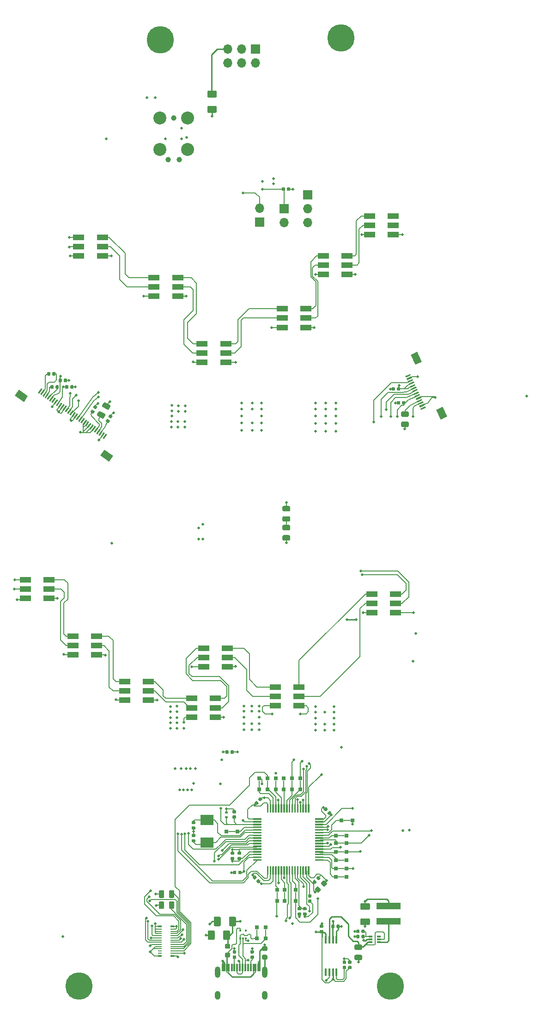
<source format=gtl>
G04 #@! TF.GenerationSoftware,KiCad,Pcbnew,5.1.5-52549c5~84~ubuntu19.10.1*
G04 #@! TF.CreationDate,2020-03-20T23:31:44-07:00*
G04 #@! TF.ProjectId,hw3-jason_bourne,6877332d-6a61-4736-9f6e-5f626f75726e,rev?*
G04 #@! TF.SameCoordinates,Original*
G04 #@! TF.FileFunction,Copper,L1,Top*
G04 #@! TF.FilePolarity,Positive*
%FSLAX46Y46*%
G04 Gerber Fmt 4.6, Leading zero omitted, Abs format (unit mm)*
G04 Created by KiCad (PCBNEW 5.1.5-52549c5~84~ubuntu19.10.1) date 2020-03-20 23:31:44*
%MOMM*%
%LPD*%
G04 APERTURE LIST*
%ADD10C,0.200000*%
%ADD11O,1.700000X1.700000*%
%ADD12R,1.700000X1.700000*%
%ADD13C,0.100000*%
%ADD14R,0.600000X0.400000*%
%ADD15R,0.800000X0.800000*%
%ADD16O,1.000000X1.600000*%
%ADD17O,1.000000X2.100000*%
%ADD18R,0.300000X1.450000*%
%ADD19R,2.150000X1.100000*%
%ADD20R,0.700000X0.400000*%
%ADD21R,0.450000X1.450000*%
%ADD22R,4.400000X1.300000*%
%ADD23C,5.000000*%
%ADD24R,2.400000X1.900000*%
%ADD25R,0.300000X0.450000*%
%ADD26R,0.800000X0.200000*%
%ADD27R,0.800000X0.400000*%
%ADD28C,2.375000*%
%ADD29C,0.990600*%
%ADD30C,0.500000*%
%ADD31C,0.130000*%
%ADD32C,0.250000*%
G04 APERTURE END LIST*
D10*
X92950000Y-202550000D02*
X92950000Y-201350000D01*
X91350000Y-202550000D02*
X91350000Y-201350000D01*
X96454000Y-195680000D02*
X96454000Y-194480000D01*
X106200000Y-185550000D02*
X107400000Y-185550000D01*
X95054000Y-195680000D02*
X95054000Y-194480000D01*
X97800000Y-174050000D02*
X97800000Y-175250000D01*
X107400000Y-187150000D02*
X106200000Y-187150000D01*
X107400000Y-188650000D02*
X106200000Y-188650000D01*
X107400000Y-190150000D02*
X106200000Y-190150000D01*
X107400000Y-191650000D02*
X106200000Y-191650000D01*
X91800000Y-174050000D02*
X91800000Y-175250000D01*
X93300000Y-174050000D02*
X93300000Y-175250000D01*
X94800000Y-174050000D02*
X94800000Y-175250000D01*
X96300000Y-174050000D02*
X96300000Y-175250000D01*
X99300000Y-174050000D02*
X99300000Y-175250000D01*
X98450000Y-195650000D02*
X98450000Y-194450000D01*
X108500000Y-181350000D02*
X107300000Y-181350000D01*
X107400000Y-184150000D02*
X106200000Y-184150000D01*
X87400000Y-183350000D02*
X86200000Y-183350000D01*
D11*
X91850000Y-69360000D03*
D12*
X91850000Y-71900000D03*
D11*
X96350000Y-71940000D03*
D12*
X96350000Y-69400000D03*
G04 #@! TA.AperFunction,SMDPad,CuDef*
D13*
G36*
X118980142Y-108401174D02*
G01*
X119003803Y-108404684D01*
X119027007Y-108410496D01*
X119049529Y-108418554D01*
X119071153Y-108428782D01*
X119091670Y-108441079D01*
X119110883Y-108455329D01*
X119128607Y-108471393D01*
X119144671Y-108489117D01*
X119158921Y-108508330D01*
X119171218Y-108528847D01*
X119181446Y-108550471D01*
X119189504Y-108572993D01*
X119195316Y-108596197D01*
X119198826Y-108619858D01*
X119200000Y-108643750D01*
X119200000Y-109131250D01*
X119198826Y-109155142D01*
X119195316Y-109178803D01*
X119189504Y-109202007D01*
X119181446Y-109224529D01*
X119171218Y-109246153D01*
X119158921Y-109266670D01*
X119144671Y-109285883D01*
X119128607Y-109303607D01*
X119110883Y-109319671D01*
X119091670Y-109333921D01*
X119071153Y-109346218D01*
X119049529Y-109356446D01*
X119027007Y-109364504D01*
X119003803Y-109370316D01*
X118980142Y-109373826D01*
X118956250Y-109375000D01*
X118043750Y-109375000D01*
X118019858Y-109373826D01*
X117996197Y-109370316D01*
X117972993Y-109364504D01*
X117950471Y-109356446D01*
X117928847Y-109346218D01*
X117908330Y-109333921D01*
X117889117Y-109319671D01*
X117871393Y-109303607D01*
X117855329Y-109285883D01*
X117841079Y-109266670D01*
X117828782Y-109246153D01*
X117818554Y-109224529D01*
X117810496Y-109202007D01*
X117804684Y-109178803D01*
X117801174Y-109155142D01*
X117800000Y-109131250D01*
X117800000Y-108643750D01*
X117801174Y-108619858D01*
X117804684Y-108596197D01*
X117810496Y-108572993D01*
X117818554Y-108550471D01*
X117828782Y-108528847D01*
X117841079Y-108508330D01*
X117855329Y-108489117D01*
X117871393Y-108471393D01*
X117889117Y-108455329D01*
X117908330Y-108441079D01*
X117928847Y-108428782D01*
X117950471Y-108418554D01*
X117972993Y-108410496D01*
X117996197Y-108404684D01*
X118019858Y-108401174D01*
X118043750Y-108400000D01*
X118956250Y-108400000D01*
X118980142Y-108401174D01*
G37*
G04 #@! TD.AperFunction*
G04 #@! TA.AperFunction,SMDPad,CuDef*
G36*
X118980142Y-106526174D02*
G01*
X119003803Y-106529684D01*
X119027007Y-106535496D01*
X119049529Y-106543554D01*
X119071153Y-106553782D01*
X119091670Y-106566079D01*
X119110883Y-106580329D01*
X119128607Y-106596393D01*
X119144671Y-106614117D01*
X119158921Y-106633330D01*
X119171218Y-106653847D01*
X119181446Y-106675471D01*
X119189504Y-106697993D01*
X119195316Y-106721197D01*
X119198826Y-106744858D01*
X119200000Y-106768750D01*
X119200000Y-107256250D01*
X119198826Y-107280142D01*
X119195316Y-107303803D01*
X119189504Y-107327007D01*
X119181446Y-107349529D01*
X119171218Y-107371153D01*
X119158921Y-107391670D01*
X119144671Y-107410883D01*
X119128607Y-107428607D01*
X119110883Y-107444671D01*
X119091670Y-107458921D01*
X119071153Y-107471218D01*
X119049529Y-107481446D01*
X119027007Y-107489504D01*
X119003803Y-107495316D01*
X118980142Y-107498826D01*
X118956250Y-107500000D01*
X118043750Y-107500000D01*
X118019858Y-107498826D01*
X117996197Y-107495316D01*
X117972993Y-107489504D01*
X117950471Y-107481446D01*
X117928847Y-107471218D01*
X117908330Y-107458921D01*
X117889117Y-107444671D01*
X117871393Y-107428607D01*
X117855329Y-107410883D01*
X117841079Y-107391670D01*
X117828782Y-107371153D01*
X117818554Y-107349529D01*
X117810496Y-107327007D01*
X117804684Y-107303803D01*
X117801174Y-107280142D01*
X117800000Y-107256250D01*
X117800000Y-106768750D01*
X117801174Y-106744858D01*
X117804684Y-106721197D01*
X117810496Y-106697993D01*
X117818554Y-106675471D01*
X117828782Y-106653847D01*
X117841079Y-106633330D01*
X117855329Y-106614117D01*
X117871393Y-106596393D01*
X117889117Y-106580329D01*
X117908330Y-106566079D01*
X117928847Y-106553782D01*
X117950471Y-106543554D01*
X117972993Y-106535496D01*
X117996197Y-106529684D01*
X118019858Y-106526174D01*
X118043750Y-106525000D01*
X118956250Y-106525000D01*
X118980142Y-106526174D01*
G37*
G04 #@! TD.AperFunction*
D14*
X85800000Y-180800000D03*
X85800000Y-179900000D03*
G04 #@! TA.AperFunction,SMDPad,CuDef*
D13*
G36*
X87386958Y-179470710D02*
G01*
X87401276Y-179472834D01*
X87415317Y-179476351D01*
X87428946Y-179481228D01*
X87442031Y-179487417D01*
X87454447Y-179494858D01*
X87466073Y-179503481D01*
X87476798Y-179513202D01*
X87486519Y-179523927D01*
X87495142Y-179535553D01*
X87502583Y-179547969D01*
X87508772Y-179561054D01*
X87513649Y-179574683D01*
X87517166Y-179588724D01*
X87519290Y-179603042D01*
X87520000Y-179617500D01*
X87520000Y-179912500D01*
X87519290Y-179926958D01*
X87517166Y-179941276D01*
X87513649Y-179955317D01*
X87508772Y-179968946D01*
X87502583Y-179982031D01*
X87495142Y-179994447D01*
X87486519Y-180006073D01*
X87476798Y-180016798D01*
X87466073Y-180026519D01*
X87454447Y-180035142D01*
X87442031Y-180042583D01*
X87428946Y-180048772D01*
X87415317Y-180053649D01*
X87401276Y-180057166D01*
X87386958Y-180059290D01*
X87372500Y-180060000D01*
X87027500Y-180060000D01*
X87013042Y-180059290D01*
X86998724Y-180057166D01*
X86984683Y-180053649D01*
X86971054Y-180048772D01*
X86957969Y-180042583D01*
X86945553Y-180035142D01*
X86933927Y-180026519D01*
X86923202Y-180016798D01*
X86913481Y-180006073D01*
X86904858Y-179994447D01*
X86897417Y-179982031D01*
X86891228Y-179968946D01*
X86886351Y-179955317D01*
X86882834Y-179941276D01*
X86880710Y-179926958D01*
X86880000Y-179912500D01*
X86880000Y-179617500D01*
X86880710Y-179603042D01*
X86882834Y-179588724D01*
X86886351Y-179574683D01*
X86891228Y-179561054D01*
X86897417Y-179547969D01*
X86904858Y-179535553D01*
X86913481Y-179523927D01*
X86923202Y-179513202D01*
X86933927Y-179503481D01*
X86945553Y-179494858D01*
X86957969Y-179487417D01*
X86971054Y-179481228D01*
X86984683Y-179476351D01*
X86998724Y-179472834D01*
X87013042Y-179470710D01*
X87027500Y-179470000D01*
X87372500Y-179470000D01*
X87386958Y-179470710D01*
G37*
G04 #@! TD.AperFunction*
G04 #@! TA.AperFunction,SMDPad,CuDef*
G36*
X87386958Y-180440710D02*
G01*
X87401276Y-180442834D01*
X87415317Y-180446351D01*
X87428946Y-180451228D01*
X87442031Y-180457417D01*
X87454447Y-180464858D01*
X87466073Y-180473481D01*
X87476798Y-180483202D01*
X87486519Y-180493927D01*
X87495142Y-180505553D01*
X87502583Y-180517969D01*
X87508772Y-180531054D01*
X87513649Y-180544683D01*
X87517166Y-180558724D01*
X87519290Y-180573042D01*
X87520000Y-180587500D01*
X87520000Y-180882500D01*
X87519290Y-180896958D01*
X87517166Y-180911276D01*
X87513649Y-180925317D01*
X87508772Y-180938946D01*
X87502583Y-180952031D01*
X87495142Y-180964447D01*
X87486519Y-180976073D01*
X87476798Y-180986798D01*
X87466073Y-180996519D01*
X87454447Y-181005142D01*
X87442031Y-181012583D01*
X87428946Y-181018772D01*
X87415317Y-181023649D01*
X87401276Y-181027166D01*
X87386958Y-181029290D01*
X87372500Y-181030000D01*
X87027500Y-181030000D01*
X87013042Y-181029290D01*
X86998724Y-181027166D01*
X86984683Y-181023649D01*
X86971054Y-181018772D01*
X86957969Y-181012583D01*
X86945553Y-181005142D01*
X86933927Y-180996519D01*
X86923202Y-180986798D01*
X86913481Y-180976073D01*
X86904858Y-180964447D01*
X86897417Y-180952031D01*
X86891228Y-180938946D01*
X86886351Y-180925317D01*
X86882834Y-180911276D01*
X86880710Y-180896958D01*
X86880000Y-180882500D01*
X86880000Y-180587500D01*
X86880710Y-180573042D01*
X86882834Y-180558724D01*
X86886351Y-180544683D01*
X86891228Y-180531054D01*
X86897417Y-180517969D01*
X86904858Y-180505553D01*
X86913481Y-180493927D01*
X86923202Y-180483202D01*
X86933927Y-180473481D01*
X86945553Y-180464858D01*
X86957969Y-180457417D01*
X86971054Y-180451228D01*
X86984683Y-180446351D01*
X86998724Y-180442834D01*
X87013042Y-180440710D01*
X87027500Y-180440000D01*
X87372500Y-180440000D01*
X87386958Y-180440710D01*
G37*
G04 #@! TD.AperFunction*
D11*
X100700000Y-71930000D03*
X100700000Y-69390000D03*
D12*
X100700000Y-66850000D03*
G04 #@! TA.AperFunction,SMDPad,CuDef*
D13*
G36*
X83799504Y-50626204D02*
G01*
X83823773Y-50629804D01*
X83847571Y-50635765D01*
X83870671Y-50644030D01*
X83892849Y-50654520D01*
X83913893Y-50667133D01*
X83933598Y-50681747D01*
X83951777Y-50698223D01*
X83968253Y-50716402D01*
X83982867Y-50736107D01*
X83995480Y-50757151D01*
X84005970Y-50779329D01*
X84014235Y-50802429D01*
X84020196Y-50826227D01*
X84023796Y-50850496D01*
X84025000Y-50875000D01*
X84025000Y-51625000D01*
X84023796Y-51649504D01*
X84020196Y-51673773D01*
X84014235Y-51697571D01*
X84005970Y-51720671D01*
X83995480Y-51742849D01*
X83982867Y-51763893D01*
X83968253Y-51783598D01*
X83951777Y-51801777D01*
X83933598Y-51818253D01*
X83913893Y-51832867D01*
X83892849Y-51845480D01*
X83870671Y-51855970D01*
X83847571Y-51864235D01*
X83823773Y-51870196D01*
X83799504Y-51873796D01*
X83775000Y-51875000D01*
X82525000Y-51875000D01*
X82500496Y-51873796D01*
X82476227Y-51870196D01*
X82452429Y-51864235D01*
X82429329Y-51855970D01*
X82407151Y-51845480D01*
X82386107Y-51832867D01*
X82366402Y-51818253D01*
X82348223Y-51801777D01*
X82331747Y-51783598D01*
X82317133Y-51763893D01*
X82304520Y-51742849D01*
X82294030Y-51720671D01*
X82285765Y-51697571D01*
X82279804Y-51673773D01*
X82276204Y-51649504D01*
X82275000Y-51625000D01*
X82275000Y-50875000D01*
X82276204Y-50850496D01*
X82279804Y-50826227D01*
X82285765Y-50802429D01*
X82294030Y-50779329D01*
X82304520Y-50757151D01*
X82317133Y-50736107D01*
X82331747Y-50716402D01*
X82348223Y-50698223D01*
X82366402Y-50681747D01*
X82386107Y-50667133D01*
X82407151Y-50654520D01*
X82429329Y-50644030D01*
X82452429Y-50635765D01*
X82476227Y-50629804D01*
X82500496Y-50626204D01*
X82525000Y-50625000D01*
X83775000Y-50625000D01*
X83799504Y-50626204D01*
G37*
G04 #@! TD.AperFunction*
G04 #@! TA.AperFunction,SMDPad,CuDef*
G36*
X83799504Y-47826204D02*
G01*
X83823773Y-47829804D01*
X83847571Y-47835765D01*
X83870671Y-47844030D01*
X83892849Y-47854520D01*
X83913893Y-47867133D01*
X83933598Y-47881747D01*
X83951777Y-47898223D01*
X83968253Y-47916402D01*
X83982867Y-47936107D01*
X83995480Y-47957151D01*
X84005970Y-47979329D01*
X84014235Y-48002429D01*
X84020196Y-48026227D01*
X84023796Y-48050496D01*
X84025000Y-48075000D01*
X84025000Y-48825000D01*
X84023796Y-48849504D01*
X84020196Y-48873773D01*
X84014235Y-48897571D01*
X84005970Y-48920671D01*
X83995480Y-48942849D01*
X83982867Y-48963893D01*
X83968253Y-48983598D01*
X83951777Y-49001777D01*
X83933598Y-49018253D01*
X83913893Y-49032867D01*
X83892849Y-49045480D01*
X83870671Y-49055970D01*
X83847571Y-49064235D01*
X83823773Y-49070196D01*
X83799504Y-49073796D01*
X83775000Y-49075000D01*
X82525000Y-49075000D01*
X82500496Y-49073796D01*
X82476227Y-49070196D01*
X82452429Y-49064235D01*
X82429329Y-49055970D01*
X82407151Y-49045480D01*
X82386107Y-49032867D01*
X82366402Y-49018253D01*
X82348223Y-49001777D01*
X82331747Y-48983598D01*
X82317133Y-48963893D01*
X82304520Y-48942849D01*
X82294030Y-48920671D01*
X82285765Y-48897571D01*
X82279804Y-48873773D01*
X82276204Y-48849504D01*
X82275000Y-48825000D01*
X82275000Y-48075000D01*
X82276204Y-48050496D01*
X82279804Y-48026227D01*
X82285765Y-48002429D01*
X82294030Y-47979329D01*
X82304520Y-47957151D01*
X82317133Y-47936107D01*
X82331747Y-47916402D01*
X82348223Y-47898223D01*
X82366402Y-47881747D01*
X82386107Y-47867133D01*
X82407151Y-47854520D01*
X82429329Y-47844030D01*
X82452429Y-47835765D01*
X82476227Y-47829804D01*
X82500496Y-47826204D01*
X82525000Y-47825000D01*
X83775000Y-47825000D01*
X83799504Y-47826204D01*
G37*
G04 #@! TD.AperFunction*
D15*
X92950000Y-202950000D03*
X92950000Y-200950000D03*
X91350000Y-202950000D03*
X91350000Y-200950000D03*
G04 #@! TA.AperFunction,SMDPad,CuDef*
D13*
G36*
X63115980Y-111422393D02*
G01*
X63689556Y-110603241D01*
X63935302Y-110775313D01*
X63361726Y-111594465D01*
X63115980Y-111422393D01*
G37*
G04 #@! TD.AperFunction*
G04 #@! TA.AperFunction,SMDPad,CuDef*
G36*
X62706404Y-111135605D02*
G01*
X63279980Y-110316453D01*
X63525726Y-110488525D01*
X62952150Y-111307677D01*
X62706404Y-111135605D01*
G37*
G04 #@! TD.AperFunction*
G04 #@! TA.AperFunction,SMDPad,CuDef*
G36*
X62296827Y-110848817D02*
G01*
X62870403Y-110029665D01*
X63116149Y-110201737D01*
X62542573Y-111020889D01*
X62296827Y-110848817D01*
G37*
G04 #@! TD.AperFunction*
G04 #@! TA.AperFunction,SMDPad,CuDef*
G36*
X61887251Y-110562028D02*
G01*
X62460827Y-109742876D01*
X62706573Y-109914948D01*
X62132997Y-110734100D01*
X61887251Y-110562028D01*
G37*
G04 #@! TD.AperFunction*
G04 #@! TA.AperFunction,SMDPad,CuDef*
G36*
X61477675Y-110275240D02*
G01*
X62051251Y-109456088D01*
X62296997Y-109628160D01*
X61723421Y-110447312D01*
X61477675Y-110275240D01*
G37*
G04 #@! TD.AperFunction*
G04 #@! TA.AperFunction,SMDPad,CuDef*
G36*
X61068099Y-109988452D02*
G01*
X61641675Y-109169300D01*
X61887421Y-109341372D01*
X61313845Y-110160524D01*
X61068099Y-109988452D01*
G37*
G04 #@! TD.AperFunction*
G04 #@! TA.AperFunction,SMDPad,CuDef*
G36*
X60658523Y-109701664D02*
G01*
X61232099Y-108882512D01*
X61477845Y-109054584D01*
X60904269Y-109873736D01*
X60658523Y-109701664D01*
G37*
G04 #@! TD.AperFunction*
G04 #@! TA.AperFunction,SMDPad,CuDef*
G36*
X60248947Y-109414876D02*
G01*
X60822523Y-108595724D01*
X61068269Y-108767796D01*
X60494693Y-109586948D01*
X60248947Y-109414876D01*
G37*
G04 #@! TD.AperFunction*
G04 #@! TA.AperFunction,SMDPad,CuDef*
G36*
X59839371Y-109128087D02*
G01*
X60412947Y-108308935D01*
X60658693Y-108481007D01*
X60085117Y-109300159D01*
X59839371Y-109128087D01*
G37*
G04 #@! TD.AperFunction*
G04 #@! TA.AperFunction,SMDPad,CuDef*
G36*
X59429795Y-108841299D02*
G01*
X60003371Y-108022147D01*
X60249117Y-108194219D01*
X59675541Y-109013371D01*
X59429795Y-108841299D01*
G37*
G04 #@! TD.AperFunction*
G04 #@! TA.AperFunction,SMDPad,CuDef*
G36*
X59020219Y-108554511D02*
G01*
X59593795Y-107735359D01*
X59839541Y-107907431D01*
X59265965Y-108726583D01*
X59020219Y-108554511D01*
G37*
G04 #@! TD.AperFunction*
G04 #@! TA.AperFunction,SMDPad,CuDef*
G36*
X58610643Y-108267723D02*
G01*
X59184219Y-107448571D01*
X59429965Y-107620643D01*
X58856389Y-108439795D01*
X58610643Y-108267723D01*
G37*
G04 #@! TD.AperFunction*
G04 #@! TA.AperFunction,SMDPad,CuDef*
G36*
X58201067Y-107980935D02*
G01*
X58774643Y-107161783D01*
X59020389Y-107333855D01*
X58446813Y-108153007D01*
X58201067Y-107980935D01*
G37*
G04 #@! TD.AperFunction*
G04 #@! TA.AperFunction,SMDPad,CuDef*
G36*
X57791491Y-107694146D02*
G01*
X58365067Y-106874994D01*
X58610813Y-107047066D01*
X58037237Y-107866218D01*
X57791491Y-107694146D01*
G37*
G04 #@! TD.AperFunction*
G04 #@! TA.AperFunction,SMDPad,CuDef*
G36*
X57381915Y-107407358D02*
G01*
X57955491Y-106588206D01*
X58201237Y-106760278D01*
X57627661Y-107579430D01*
X57381915Y-107407358D01*
G37*
G04 #@! TD.AperFunction*
G04 #@! TA.AperFunction,SMDPad,CuDef*
G36*
X56972339Y-107120570D02*
G01*
X57545915Y-106301418D01*
X57791661Y-106473490D01*
X57218085Y-107292642D01*
X56972339Y-107120570D01*
G37*
G04 #@! TD.AperFunction*
G04 #@! TA.AperFunction,SMDPad,CuDef*
G36*
X56562763Y-106833782D02*
G01*
X57136339Y-106014630D01*
X57382085Y-106186702D01*
X56808509Y-107005854D01*
X56562763Y-106833782D01*
G37*
G04 #@! TD.AperFunction*
G04 #@! TA.AperFunction,SMDPad,CuDef*
G36*
X56153187Y-106546993D02*
G01*
X56726763Y-105727841D01*
X56972509Y-105899913D01*
X56398933Y-106719065D01*
X56153187Y-106546993D01*
G37*
G04 #@! TD.AperFunction*
G04 #@! TA.AperFunction,SMDPad,CuDef*
G36*
X55743611Y-106260205D02*
G01*
X56317187Y-105441053D01*
X56562933Y-105613125D01*
X55989357Y-106432277D01*
X55743611Y-106260205D01*
G37*
G04 #@! TD.AperFunction*
G04 #@! TA.AperFunction,SMDPad,CuDef*
G36*
X55334035Y-105973417D02*
G01*
X55907611Y-105154265D01*
X56153357Y-105326337D01*
X55579781Y-106145489D01*
X55334035Y-105973417D01*
G37*
G04 #@! TD.AperFunction*
G04 #@! TA.AperFunction,SMDPad,CuDef*
G36*
X54924459Y-105686629D02*
G01*
X55498035Y-104867477D01*
X55743781Y-105039549D01*
X55170205Y-105858701D01*
X54924459Y-105686629D01*
G37*
G04 #@! TD.AperFunction*
G04 #@! TA.AperFunction,SMDPad,CuDef*
G36*
X54514883Y-105399841D02*
G01*
X55088459Y-104580689D01*
X55334205Y-104752761D01*
X54760629Y-105571913D01*
X54514883Y-105399841D01*
G37*
G04 #@! TD.AperFunction*
G04 #@! TA.AperFunction,SMDPad,CuDef*
G36*
X54105307Y-105113052D02*
G01*
X54678883Y-104293900D01*
X54924629Y-104465972D01*
X54351053Y-105285124D01*
X54105307Y-105113052D01*
G37*
G04 #@! TD.AperFunction*
G04 #@! TA.AperFunction,SMDPad,CuDef*
G36*
X53695731Y-104826264D02*
G01*
X54269307Y-104007112D01*
X54515053Y-104179184D01*
X53941477Y-104998336D01*
X53695731Y-104826264D01*
G37*
G04 #@! TD.AperFunction*
G04 #@! TA.AperFunction,SMDPad,CuDef*
G36*
X53286155Y-104539476D02*
G01*
X53859731Y-103720324D01*
X54105477Y-103892396D01*
X53531901Y-104711548D01*
X53286155Y-104539476D01*
G37*
G04 #@! TD.AperFunction*
G04 #@! TA.AperFunction,SMDPad,CuDef*
G36*
X52876579Y-104252688D02*
G01*
X53450155Y-103433536D01*
X53695901Y-103605608D01*
X53122325Y-104424760D01*
X52876579Y-104252688D01*
G37*
G04 #@! TD.AperFunction*
G04 #@! TA.AperFunction,SMDPad,CuDef*
G36*
X52467003Y-103965899D02*
G01*
X53040579Y-103146747D01*
X53286325Y-103318819D01*
X52712749Y-104137971D01*
X52467003Y-103965899D01*
G37*
G04 #@! TD.AperFunction*
G04 #@! TA.AperFunction,SMDPad,CuDef*
G36*
X52057427Y-103679111D02*
G01*
X52631003Y-102859959D01*
X52876749Y-103032031D01*
X52303173Y-103851183D01*
X52057427Y-103679111D01*
G37*
G04 #@! TD.AperFunction*
G04 #@! TA.AperFunction,SMDPad,CuDef*
G36*
X51647851Y-103392323D02*
G01*
X52221427Y-102573171D01*
X52467173Y-102745243D01*
X51893597Y-103564395D01*
X51647851Y-103392323D01*
G37*
G04 #@! TD.AperFunction*
G04 #@! TA.AperFunction,SMDPad,CuDef*
G36*
X51238275Y-103105535D02*
G01*
X51811851Y-102286383D01*
X52057597Y-102458455D01*
X51484021Y-103277607D01*
X51238275Y-103105535D01*
G37*
G04 #@! TD.AperFunction*
G04 #@! TA.AperFunction,SMDPad,CuDef*
G36*
X47023253Y-103633352D02*
G01*
X47768903Y-102568455D01*
X49407207Y-103715608D01*
X48661557Y-104780505D01*
X47023253Y-103633352D01*
G37*
G04 #@! TD.AperFunction*
G04 #@! TA.AperFunction,SMDPad,CuDef*
G36*
X62669057Y-114588661D02*
G01*
X63414707Y-113523764D01*
X65053011Y-114670917D01*
X64307361Y-115735814D01*
X62669057Y-114588661D01*
G37*
G04 #@! TD.AperFunction*
G04 #@! TA.AperFunction,SMDPad,CuDef*
G36*
X111849505Y-199276205D02*
G01*
X111873774Y-199279805D01*
X111897572Y-199285766D01*
X111920672Y-199294031D01*
X111942850Y-199304521D01*
X111963894Y-199317134D01*
X111983599Y-199331748D01*
X112001778Y-199348224D01*
X112018254Y-199366403D01*
X112032868Y-199386108D01*
X112045481Y-199407152D01*
X112055971Y-199429330D01*
X112064236Y-199452430D01*
X112070197Y-199476228D01*
X112073797Y-199500497D01*
X112075001Y-199525001D01*
X112075001Y-200275001D01*
X112073797Y-200299505D01*
X112070197Y-200323774D01*
X112064236Y-200347572D01*
X112055971Y-200370672D01*
X112045481Y-200392850D01*
X112032868Y-200413894D01*
X112018254Y-200433599D01*
X112001778Y-200451778D01*
X111983599Y-200468254D01*
X111963894Y-200482868D01*
X111942850Y-200495481D01*
X111920672Y-200505971D01*
X111897572Y-200514236D01*
X111873774Y-200520197D01*
X111849505Y-200523797D01*
X111825001Y-200525001D01*
X110575001Y-200525001D01*
X110550497Y-200523797D01*
X110526228Y-200520197D01*
X110502430Y-200514236D01*
X110479330Y-200505971D01*
X110457152Y-200495481D01*
X110436108Y-200482868D01*
X110416403Y-200468254D01*
X110398224Y-200451778D01*
X110381748Y-200433599D01*
X110367134Y-200413894D01*
X110354521Y-200392850D01*
X110344031Y-200370672D01*
X110335766Y-200347572D01*
X110329805Y-200323774D01*
X110326205Y-200299505D01*
X110325001Y-200275001D01*
X110325001Y-199525001D01*
X110326205Y-199500497D01*
X110329805Y-199476228D01*
X110335766Y-199452430D01*
X110344031Y-199429330D01*
X110354521Y-199407152D01*
X110367134Y-199386108D01*
X110381748Y-199366403D01*
X110398224Y-199348224D01*
X110416403Y-199331748D01*
X110436108Y-199317134D01*
X110457152Y-199304521D01*
X110479330Y-199294031D01*
X110502430Y-199285766D01*
X110526228Y-199279805D01*
X110550497Y-199276205D01*
X110575001Y-199275001D01*
X111825001Y-199275001D01*
X111849505Y-199276205D01*
G37*
G04 #@! TD.AperFunction*
G04 #@! TA.AperFunction,SMDPad,CuDef*
G36*
X111849505Y-196476205D02*
G01*
X111873774Y-196479805D01*
X111897572Y-196485766D01*
X111920672Y-196494031D01*
X111942850Y-196504521D01*
X111963894Y-196517134D01*
X111983599Y-196531748D01*
X112001778Y-196548224D01*
X112018254Y-196566403D01*
X112032868Y-196586108D01*
X112045481Y-196607152D01*
X112055971Y-196629330D01*
X112064236Y-196652430D01*
X112070197Y-196676228D01*
X112073797Y-196700497D01*
X112075001Y-196725001D01*
X112075001Y-197475001D01*
X112073797Y-197499505D01*
X112070197Y-197523774D01*
X112064236Y-197547572D01*
X112055971Y-197570672D01*
X112045481Y-197592850D01*
X112032868Y-197613894D01*
X112018254Y-197633599D01*
X112001778Y-197651778D01*
X111983599Y-197668254D01*
X111963894Y-197682868D01*
X111942850Y-197695481D01*
X111920672Y-197705971D01*
X111897572Y-197714236D01*
X111873774Y-197720197D01*
X111849505Y-197723797D01*
X111825001Y-197725001D01*
X110575001Y-197725001D01*
X110550497Y-197723797D01*
X110526228Y-197720197D01*
X110502430Y-197714236D01*
X110479330Y-197705971D01*
X110457152Y-197695481D01*
X110436108Y-197682868D01*
X110416403Y-197668254D01*
X110398224Y-197651778D01*
X110381748Y-197633599D01*
X110367134Y-197613894D01*
X110354521Y-197592850D01*
X110344031Y-197570672D01*
X110335766Y-197547572D01*
X110329805Y-197523774D01*
X110326205Y-197499505D01*
X110325001Y-197475001D01*
X110325001Y-196725001D01*
X110326205Y-196700497D01*
X110329805Y-196676228D01*
X110335766Y-196652430D01*
X110344031Y-196629330D01*
X110354521Y-196607152D01*
X110367134Y-196586108D01*
X110381748Y-196566403D01*
X110398224Y-196548224D01*
X110416403Y-196531748D01*
X110436108Y-196517134D01*
X110457152Y-196504521D01*
X110479330Y-196494031D01*
X110502430Y-196485766D01*
X110526228Y-196479805D01*
X110550497Y-196476205D01*
X110575001Y-196475001D01*
X111825001Y-196475001D01*
X111849505Y-196476205D01*
G37*
G04 #@! TD.AperFunction*
G04 #@! TA.AperFunction,SMDPad,CuDef*
G36*
X110026958Y-202280710D02*
G01*
X110041276Y-202282834D01*
X110055317Y-202286351D01*
X110068946Y-202291228D01*
X110082031Y-202297417D01*
X110094447Y-202304858D01*
X110106073Y-202313481D01*
X110116798Y-202323202D01*
X110126519Y-202333927D01*
X110135142Y-202345553D01*
X110142583Y-202357969D01*
X110148772Y-202371054D01*
X110153649Y-202384683D01*
X110157166Y-202398724D01*
X110159290Y-202413042D01*
X110160000Y-202427500D01*
X110160000Y-202772500D01*
X110159290Y-202786958D01*
X110157166Y-202801276D01*
X110153649Y-202815317D01*
X110148772Y-202828946D01*
X110142583Y-202842031D01*
X110135142Y-202854447D01*
X110126519Y-202866073D01*
X110116798Y-202876798D01*
X110106073Y-202886519D01*
X110094447Y-202895142D01*
X110082031Y-202902583D01*
X110068946Y-202908772D01*
X110055317Y-202913649D01*
X110041276Y-202917166D01*
X110026958Y-202919290D01*
X110012500Y-202920000D01*
X109717500Y-202920000D01*
X109703042Y-202919290D01*
X109688724Y-202917166D01*
X109674683Y-202913649D01*
X109661054Y-202908772D01*
X109647969Y-202902583D01*
X109635553Y-202895142D01*
X109623927Y-202886519D01*
X109613202Y-202876798D01*
X109603481Y-202866073D01*
X109594858Y-202854447D01*
X109587417Y-202842031D01*
X109581228Y-202828946D01*
X109576351Y-202815317D01*
X109572834Y-202801276D01*
X109570710Y-202786958D01*
X109570000Y-202772500D01*
X109570000Y-202427500D01*
X109570710Y-202413042D01*
X109572834Y-202398724D01*
X109576351Y-202384683D01*
X109581228Y-202371054D01*
X109587417Y-202357969D01*
X109594858Y-202345553D01*
X109603481Y-202333927D01*
X109613202Y-202323202D01*
X109623927Y-202313481D01*
X109635553Y-202304858D01*
X109647969Y-202297417D01*
X109661054Y-202291228D01*
X109674683Y-202286351D01*
X109688724Y-202282834D01*
X109703042Y-202280710D01*
X109717500Y-202280000D01*
X110012500Y-202280000D01*
X110026958Y-202280710D01*
G37*
G04 #@! TD.AperFunction*
G04 #@! TA.AperFunction,SMDPad,CuDef*
G36*
X110996958Y-202280710D02*
G01*
X111011276Y-202282834D01*
X111025317Y-202286351D01*
X111038946Y-202291228D01*
X111052031Y-202297417D01*
X111064447Y-202304858D01*
X111076073Y-202313481D01*
X111086798Y-202323202D01*
X111096519Y-202333927D01*
X111105142Y-202345553D01*
X111112583Y-202357969D01*
X111118772Y-202371054D01*
X111123649Y-202384683D01*
X111127166Y-202398724D01*
X111129290Y-202413042D01*
X111130000Y-202427500D01*
X111130000Y-202772500D01*
X111129290Y-202786958D01*
X111127166Y-202801276D01*
X111123649Y-202815317D01*
X111118772Y-202828946D01*
X111112583Y-202842031D01*
X111105142Y-202854447D01*
X111096519Y-202866073D01*
X111086798Y-202876798D01*
X111076073Y-202886519D01*
X111064447Y-202895142D01*
X111052031Y-202902583D01*
X111038946Y-202908772D01*
X111025317Y-202913649D01*
X111011276Y-202917166D01*
X110996958Y-202919290D01*
X110982500Y-202920000D01*
X110687500Y-202920000D01*
X110673042Y-202919290D01*
X110658724Y-202917166D01*
X110644683Y-202913649D01*
X110631054Y-202908772D01*
X110617969Y-202902583D01*
X110605553Y-202895142D01*
X110593927Y-202886519D01*
X110583202Y-202876798D01*
X110573481Y-202866073D01*
X110564858Y-202854447D01*
X110557417Y-202842031D01*
X110551228Y-202828946D01*
X110546351Y-202815317D01*
X110542834Y-202801276D01*
X110540710Y-202786958D01*
X110540000Y-202772500D01*
X110540000Y-202427500D01*
X110540710Y-202413042D01*
X110542834Y-202398724D01*
X110546351Y-202384683D01*
X110551228Y-202371054D01*
X110557417Y-202357969D01*
X110564858Y-202345553D01*
X110573481Y-202333927D01*
X110583202Y-202323202D01*
X110593927Y-202313481D01*
X110605553Y-202304858D01*
X110617969Y-202297417D01*
X110631054Y-202291228D01*
X110644683Y-202286351D01*
X110658724Y-202282834D01*
X110673042Y-202280710D01*
X110687500Y-202280000D01*
X110982500Y-202280000D01*
X110996958Y-202280710D01*
G37*
G04 #@! TD.AperFunction*
G04 #@! TA.AperFunction,SMDPad,CuDef*
G36*
X110996958Y-201330710D02*
G01*
X111011276Y-201332834D01*
X111025317Y-201336351D01*
X111038946Y-201341228D01*
X111052031Y-201347417D01*
X111064447Y-201354858D01*
X111076073Y-201363481D01*
X111086798Y-201373202D01*
X111096519Y-201383927D01*
X111105142Y-201395553D01*
X111112583Y-201407969D01*
X111118772Y-201421054D01*
X111123649Y-201434683D01*
X111127166Y-201448724D01*
X111129290Y-201463042D01*
X111130000Y-201477500D01*
X111130000Y-201822500D01*
X111129290Y-201836958D01*
X111127166Y-201851276D01*
X111123649Y-201865317D01*
X111118772Y-201878946D01*
X111112583Y-201892031D01*
X111105142Y-201904447D01*
X111096519Y-201916073D01*
X111086798Y-201926798D01*
X111076073Y-201936519D01*
X111064447Y-201945142D01*
X111052031Y-201952583D01*
X111038946Y-201958772D01*
X111025317Y-201963649D01*
X111011276Y-201967166D01*
X110996958Y-201969290D01*
X110982500Y-201970000D01*
X110687500Y-201970000D01*
X110673042Y-201969290D01*
X110658724Y-201967166D01*
X110644683Y-201963649D01*
X110631054Y-201958772D01*
X110617969Y-201952583D01*
X110605553Y-201945142D01*
X110593927Y-201936519D01*
X110583202Y-201926798D01*
X110573481Y-201916073D01*
X110564858Y-201904447D01*
X110557417Y-201892031D01*
X110551228Y-201878946D01*
X110546351Y-201865317D01*
X110542834Y-201851276D01*
X110540710Y-201836958D01*
X110540000Y-201822500D01*
X110540000Y-201477500D01*
X110540710Y-201463042D01*
X110542834Y-201448724D01*
X110546351Y-201434683D01*
X110551228Y-201421054D01*
X110557417Y-201407969D01*
X110564858Y-201395553D01*
X110573481Y-201383927D01*
X110583202Y-201373202D01*
X110593927Y-201363481D01*
X110605553Y-201354858D01*
X110617969Y-201347417D01*
X110631054Y-201341228D01*
X110644683Y-201336351D01*
X110658724Y-201332834D01*
X110673042Y-201330710D01*
X110687500Y-201330000D01*
X110982500Y-201330000D01*
X110996958Y-201330710D01*
G37*
G04 #@! TD.AperFunction*
G04 #@! TA.AperFunction,SMDPad,CuDef*
G36*
X110026958Y-201330710D02*
G01*
X110041276Y-201332834D01*
X110055317Y-201336351D01*
X110068946Y-201341228D01*
X110082031Y-201347417D01*
X110094447Y-201354858D01*
X110106073Y-201363481D01*
X110116798Y-201373202D01*
X110126519Y-201383927D01*
X110135142Y-201395553D01*
X110142583Y-201407969D01*
X110148772Y-201421054D01*
X110153649Y-201434683D01*
X110157166Y-201448724D01*
X110159290Y-201463042D01*
X110160000Y-201477500D01*
X110160000Y-201822500D01*
X110159290Y-201836958D01*
X110157166Y-201851276D01*
X110153649Y-201865317D01*
X110148772Y-201878946D01*
X110142583Y-201892031D01*
X110135142Y-201904447D01*
X110126519Y-201916073D01*
X110116798Y-201926798D01*
X110106073Y-201936519D01*
X110094447Y-201945142D01*
X110082031Y-201952583D01*
X110068946Y-201958772D01*
X110055317Y-201963649D01*
X110041276Y-201967166D01*
X110026958Y-201969290D01*
X110012500Y-201970000D01*
X109717500Y-201970000D01*
X109703042Y-201969290D01*
X109688724Y-201967166D01*
X109674683Y-201963649D01*
X109661054Y-201958772D01*
X109647969Y-201952583D01*
X109635553Y-201945142D01*
X109623927Y-201936519D01*
X109613202Y-201926798D01*
X109603481Y-201916073D01*
X109594858Y-201904447D01*
X109587417Y-201892031D01*
X109581228Y-201878946D01*
X109576351Y-201865317D01*
X109572834Y-201851276D01*
X109570710Y-201836958D01*
X109570000Y-201822500D01*
X109570000Y-201477500D01*
X109570710Y-201463042D01*
X109572834Y-201448724D01*
X109576351Y-201434683D01*
X109581228Y-201421054D01*
X109587417Y-201407969D01*
X109594858Y-201395553D01*
X109603481Y-201383927D01*
X109613202Y-201373202D01*
X109623927Y-201363481D01*
X109635553Y-201354858D01*
X109647969Y-201347417D01*
X109661054Y-201341228D01*
X109674683Y-201336351D01*
X109688724Y-201332834D01*
X109703042Y-201330710D01*
X109717500Y-201330000D01*
X110012500Y-201330000D01*
X110026958Y-201330710D01*
G37*
G04 #@! TD.AperFunction*
G04 #@! TA.AperFunction,SMDPad,CuDef*
G36*
X107578238Y-207987235D02*
G01*
X107592556Y-207989359D01*
X107606597Y-207992876D01*
X107620226Y-207997753D01*
X107633311Y-208003942D01*
X107645727Y-208011383D01*
X107657353Y-208020006D01*
X107668078Y-208029727D01*
X107677799Y-208040452D01*
X107686422Y-208052078D01*
X107693863Y-208064494D01*
X107700052Y-208077579D01*
X107704929Y-208091208D01*
X107708446Y-208105249D01*
X107710570Y-208119567D01*
X107711280Y-208134025D01*
X107711280Y-208429025D01*
X107710570Y-208443483D01*
X107708446Y-208457801D01*
X107704929Y-208471842D01*
X107700052Y-208485471D01*
X107693863Y-208498556D01*
X107686422Y-208510972D01*
X107677799Y-208522598D01*
X107668078Y-208533323D01*
X107657353Y-208543044D01*
X107645727Y-208551667D01*
X107633311Y-208559108D01*
X107620226Y-208565297D01*
X107606597Y-208570174D01*
X107592556Y-208573691D01*
X107578238Y-208575815D01*
X107563780Y-208576525D01*
X107218780Y-208576525D01*
X107204322Y-208575815D01*
X107190004Y-208573691D01*
X107175963Y-208570174D01*
X107162334Y-208565297D01*
X107149249Y-208559108D01*
X107136833Y-208551667D01*
X107125207Y-208543044D01*
X107114482Y-208533323D01*
X107104761Y-208522598D01*
X107096138Y-208510972D01*
X107088697Y-208498556D01*
X107082508Y-208485471D01*
X107077631Y-208471842D01*
X107074114Y-208457801D01*
X107071990Y-208443483D01*
X107071280Y-208429025D01*
X107071280Y-208134025D01*
X107071990Y-208119567D01*
X107074114Y-208105249D01*
X107077631Y-208091208D01*
X107082508Y-208077579D01*
X107088697Y-208064494D01*
X107096138Y-208052078D01*
X107104761Y-208040452D01*
X107114482Y-208029727D01*
X107125207Y-208020006D01*
X107136833Y-208011383D01*
X107149249Y-208003942D01*
X107162334Y-207997753D01*
X107175963Y-207992876D01*
X107190004Y-207989359D01*
X107204322Y-207987235D01*
X107218780Y-207986525D01*
X107563780Y-207986525D01*
X107578238Y-207987235D01*
G37*
G04 #@! TD.AperFunction*
G04 #@! TA.AperFunction,SMDPad,CuDef*
G36*
X107578238Y-207017235D02*
G01*
X107592556Y-207019359D01*
X107606597Y-207022876D01*
X107620226Y-207027753D01*
X107633311Y-207033942D01*
X107645727Y-207041383D01*
X107657353Y-207050006D01*
X107668078Y-207059727D01*
X107677799Y-207070452D01*
X107686422Y-207082078D01*
X107693863Y-207094494D01*
X107700052Y-207107579D01*
X107704929Y-207121208D01*
X107708446Y-207135249D01*
X107710570Y-207149567D01*
X107711280Y-207164025D01*
X107711280Y-207459025D01*
X107710570Y-207473483D01*
X107708446Y-207487801D01*
X107704929Y-207501842D01*
X107700052Y-207515471D01*
X107693863Y-207528556D01*
X107686422Y-207540972D01*
X107677799Y-207552598D01*
X107668078Y-207563323D01*
X107657353Y-207573044D01*
X107645727Y-207581667D01*
X107633311Y-207589108D01*
X107620226Y-207595297D01*
X107606597Y-207600174D01*
X107592556Y-207603691D01*
X107578238Y-207605815D01*
X107563780Y-207606525D01*
X107218780Y-207606525D01*
X107204322Y-207605815D01*
X107190004Y-207603691D01*
X107175963Y-207600174D01*
X107162334Y-207595297D01*
X107149249Y-207589108D01*
X107136833Y-207581667D01*
X107125207Y-207573044D01*
X107114482Y-207563323D01*
X107104761Y-207552598D01*
X107096138Y-207540972D01*
X107088697Y-207528556D01*
X107082508Y-207515471D01*
X107077631Y-207501842D01*
X107074114Y-207487801D01*
X107071990Y-207473483D01*
X107071280Y-207459025D01*
X107071280Y-207164025D01*
X107071990Y-207149567D01*
X107074114Y-207135249D01*
X107077631Y-207121208D01*
X107082508Y-207107579D01*
X107088697Y-207094494D01*
X107096138Y-207082078D01*
X107104761Y-207070452D01*
X107114482Y-207059727D01*
X107125207Y-207050006D01*
X107136833Y-207041383D01*
X107149249Y-207033942D01*
X107162334Y-207027753D01*
X107175963Y-207022876D01*
X107190004Y-207019359D01*
X107204322Y-207017235D01*
X107218780Y-207016525D01*
X107563780Y-207016525D01*
X107578238Y-207017235D01*
G37*
G04 #@! TD.AperFunction*
G04 #@! TA.AperFunction,SMDPad,CuDef*
G36*
X108578239Y-207987238D02*
G01*
X108592557Y-207989362D01*
X108606598Y-207992879D01*
X108620227Y-207997756D01*
X108633312Y-208003945D01*
X108645728Y-208011386D01*
X108657354Y-208020009D01*
X108668079Y-208029730D01*
X108677800Y-208040455D01*
X108686423Y-208052081D01*
X108693864Y-208064497D01*
X108700053Y-208077582D01*
X108704930Y-208091211D01*
X108708447Y-208105252D01*
X108710571Y-208119570D01*
X108711281Y-208134028D01*
X108711281Y-208429028D01*
X108710571Y-208443486D01*
X108708447Y-208457804D01*
X108704930Y-208471845D01*
X108700053Y-208485474D01*
X108693864Y-208498559D01*
X108686423Y-208510975D01*
X108677800Y-208522601D01*
X108668079Y-208533326D01*
X108657354Y-208543047D01*
X108645728Y-208551670D01*
X108633312Y-208559111D01*
X108620227Y-208565300D01*
X108606598Y-208570177D01*
X108592557Y-208573694D01*
X108578239Y-208575818D01*
X108563781Y-208576528D01*
X108218781Y-208576528D01*
X108204323Y-208575818D01*
X108190005Y-208573694D01*
X108175964Y-208570177D01*
X108162335Y-208565300D01*
X108149250Y-208559111D01*
X108136834Y-208551670D01*
X108125208Y-208543047D01*
X108114483Y-208533326D01*
X108104762Y-208522601D01*
X108096139Y-208510975D01*
X108088698Y-208498559D01*
X108082509Y-208485474D01*
X108077632Y-208471845D01*
X108074115Y-208457804D01*
X108071991Y-208443486D01*
X108071281Y-208429028D01*
X108071281Y-208134028D01*
X108071991Y-208119570D01*
X108074115Y-208105252D01*
X108077632Y-208091211D01*
X108082509Y-208077582D01*
X108088698Y-208064497D01*
X108096139Y-208052081D01*
X108104762Y-208040455D01*
X108114483Y-208029730D01*
X108125208Y-208020009D01*
X108136834Y-208011386D01*
X108149250Y-208003945D01*
X108162335Y-207997756D01*
X108175964Y-207992879D01*
X108190005Y-207989362D01*
X108204323Y-207987238D01*
X108218781Y-207986528D01*
X108563781Y-207986528D01*
X108578239Y-207987238D01*
G37*
G04 #@! TD.AperFunction*
G04 #@! TA.AperFunction,SMDPad,CuDef*
G36*
X108578239Y-207017238D02*
G01*
X108592557Y-207019362D01*
X108606598Y-207022879D01*
X108620227Y-207027756D01*
X108633312Y-207033945D01*
X108645728Y-207041386D01*
X108657354Y-207050009D01*
X108668079Y-207059730D01*
X108677800Y-207070455D01*
X108686423Y-207082081D01*
X108693864Y-207094497D01*
X108700053Y-207107582D01*
X108704930Y-207121211D01*
X108708447Y-207135252D01*
X108710571Y-207149570D01*
X108711281Y-207164028D01*
X108711281Y-207459028D01*
X108710571Y-207473486D01*
X108708447Y-207487804D01*
X108704930Y-207501845D01*
X108700053Y-207515474D01*
X108693864Y-207528559D01*
X108686423Y-207540975D01*
X108677800Y-207552601D01*
X108668079Y-207563326D01*
X108657354Y-207573047D01*
X108645728Y-207581670D01*
X108633312Y-207589111D01*
X108620227Y-207595300D01*
X108606598Y-207600177D01*
X108592557Y-207603694D01*
X108578239Y-207605818D01*
X108563781Y-207606528D01*
X108218781Y-207606528D01*
X108204323Y-207605818D01*
X108190005Y-207603694D01*
X108175964Y-207600177D01*
X108162335Y-207595300D01*
X108149250Y-207589111D01*
X108136834Y-207581670D01*
X108125208Y-207573047D01*
X108114483Y-207563326D01*
X108104762Y-207552601D01*
X108096139Y-207540975D01*
X108088698Y-207528559D01*
X108082509Y-207515474D01*
X108077632Y-207501845D01*
X108074115Y-207487804D01*
X108071991Y-207473486D01*
X108071281Y-207459028D01*
X108071281Y-207164028D01*
X108071991Y-207149570D01*
X108074115Y-207135252D01*
X108077632Y-207121211D01*
X108082509Y-207107582D01*
X108088698Y-207094497D01*
X108096139Y-207082081D01*
X108104762Y-207070455D01*
X108114483Y-207059730D01*
X108125208Y-207050009D01*
X108136834Y-207041386D01*
X108149250Y-207033945D01*
X108162335Y-207027756D01*
X108175964Y-207022879D01*
X108190005Y-207019362D01*
X108204323Y-207017238D01*
X108218781Y-207016528D01*
X108563781Y-207016528D01*
X108578239Y-207017238D01*
G37*
G04 #@! TD.AperFunction*
G04 #@! TA.AperFunction,SMDPad,CuDef*
G36*
X61201113Y-106209795D02*
G01*
X61215355Y-106212386D01*
X61229273Y-106216361D01*
X61242735Y-106221681D01*
X61255611Y-106228294D01*
X61554389Y-106400794D01*
X61566555Y-106408638D01*
X61577893Y-106417637D01*
X61588294Y-106427703D01*
X61597659Y-106438741D01*
X61605896Y-106450643D01*
X61612928Y-106463296D01*
X61618685Y-106476576D01*
X61623113Y-106490357D01*
X61626169Y-106504506D01*
X61627823Y-106518886D01*
X61628060Y-106533359D01*
X61626877Y-106547786D01*
X61624286Y-106562027D01*
X61620311Y-106575945D01*
X61614991Y-106589407D01*
X61608378Y-106602283D01*
X61460878Y-106857761D01*
X61453034Y-106869926D01*
X61444035Y-106881264D01*
X61433969Y-106891666D01*
X61422931Y-106901031D01*
X61411029Y-106909268D01*
X61398377Y-106916300D01*
X61385096Y-106922057D01*
X61371315Y-106926485D01*
X61357166Y-106929541D01*
X61342786Y-106931195D01*
X61328313Y-106931432D01*
X61313887Y-106930249D01*
X61299645Y-106927658D01*
X61285727Y-106923683D01*
X61272265Y-106918363D01*
X61259389Y-106911750D01*
X60960611Y-106739250D01*
X60948445Y-106731406D01*
X60937107Y-106722407D01*
X60926706Y-106712341D01*
X60917341Y-106701303D01*
X60909104Y-106689401D01*
X60902072Y-106676748D01*
X60896315Y-106663468D01*
X60891887Y-106649687D01*
X60888831Y-106635538D01*
X60887177Y-106621158D01*
X60886940Y-106606685D01*
X60888123Y-106592258D01*
X60890714Y-106578017D01*
X60894689Y-106564099D01*
X60900009Y-106550637D01*
X60906622Y-106537761D01*
X61054122Y-106282283D01*
X61061966Y-106270118D01*
X61070965Y-106258780D01*
X61081031Y-106248378D01*
X61092069Y-106239013D01*
X61103971Y-106230776D01*
X61116623Y-106223744D01*
X61129904Y-106217987D01*
X61143685Y-106213559D01*
X61157834Y-106210503D01*
X61172214Y-106208849D01*
X61186687Y-106208612D01*
X61201113Y-106209795D01*
G37*
G04 #@! TD.AperFunction*
G04 #@! TA.AperFunction,SMDPad,CuDef*
G36*
X61686113Y-105369751D02*
G01*
X61700355Y-105372342D01*
X61714273Y-105376317D01*
X61727735Y-105381637D01*
X61740611Y-105388250D01*
X62039389Y-105560750D01*
X62051555Y-105568594D01*
X62062893Y-105577593D01*
X62073294Y-105587659D01*
X62082659Y-105598697D01*
X62090896Y-105610599D01*
X62097928Y-105623252D01*
X62103685Y-105636532D01*
X62108113Y-105650313D01*
X62111169Y-105664462D01*
X62112823Y-105678842D01*
X62113060Y-105693315D01*
X62111877Y-105707742D01*
X62109286Y-105721983D01*
X62105311Y-105735901D01*
X62099991Y-105749363D01*
X62093378Y-105762239D01*
X61945878Y-106017717D01*
X61938034Y-106029882D01*
X61929035Y-106041220D01*
X61918969Y-106051622D01*
X61907931Y-106060987D01*
X61896029Y-106069224D01*
X61883377Y-106076256D01*
X61870096Y-106082013D01*
X61856315Y-106086441D01*
X61842166Y-106089497D01*
X61827786Y-106091151D01*
X61813313Y-106091388D01*
X61798887Y-106090205D01*
X61784645Y-106087614D01*
X61770727Y-106083639D01*
X61757265Y-106078319D01*
X61744389Y-106071706D01*
X61445611Y-105899206D01*
X61433445Y-105891362D01*
X61422107Y-105882363D01*
X61411706Y-105872297D01*
X61402341Y-105861259D01*
X61394104Y-105849357D01*
X61387072Y-105836704D01*
X61381315Y-105823424D01*
X61376887Y-105809643D01*
X61373831Y-105795494D01*
X61372177Y-105781114D01*
X61371940Y-105766641D01*
X61373123Y-105752214D01*
X61375714Y-105737973D01*
X61379689Y-105724055D01*
X61385009Y-105710593D01*
X61391622Y-105697717D01*
X61539122Y-105442239D01*
X61546966Y-105430074D01*
X61555965Y-105418736D01*
X61566031Y-105408334D01*
X61577069Y-105398969D01*
X61588971Y-105390732D01*
X61601623Y-105383700D01*
X61614904Y-105377943D01*
X61628685Y-105373515D01*
X61642834Y-105370459D01*
X61657214Y-105368805D01*
X61671687Y-105368568D01*
X61686113Y-105369751D01*
G37*
G04 #@! TD.AperFunction*
G04 #@! TA.AperFunction,SMDPad,CuDef*
G36*
X97346958Y-65530710D02*
G01*
X97361276Y-65532834D01*
X97375317Y-65536351D01*
X97388946Y-65541228D01*
X97402031Y-65547417D01*
X97414447Y-65554858D01*
X97426073Y-65563481D01*
X97436798Y-65573202D01*
X97446519Y-65583927D01*
X97455142Y-65595553D01*
X97462583Y-65607969D01*
X97468772Y-65621054D01*
X97473649Y-65634683D01*
X97477166Y-65648724D01*
X97479290Y-65663042D01*
X97480000Y-65677500D01*
X97480000Y-66022500D01*
X97479290Y-66036958D01*
X97477166Y-66051276D01*
X97473649Y-66065317D01*
X97468772Y-66078946D01*
X97462583Y-66092031D01*
X97455142Y-66104447D01*
X97446519Y-66116073D01*
X97436798Y-66126798D01*
X97426073Y-66136519D01*
X97414447Y-66145142D01*
X97402031Y-66152583D01*
X97388946Y-66158772D01*
X97375317Y-66163649D01*
X97361276Y-66167166D01*
X97346958Y-66169290D01*
X97332500Y-66170000D01*
X97037500Y-66170000D01*
X97023042Y-66169290D01*
X97008724Y-66167166D01*
X96994683Y-66163649D01*
X96981054Y-66158772D01*
X96967969Y-66152583D01*
X96955553Y-66145142D01*
X96943927Y-66136519D01*
X96933202Y-66126798D01*
X96923481Y-66116073D01*
X96914858Y-66104447D01*
X96907417Y-66092031D01*
X96901228Y-66078946D01*
X96896351Y-66065317D01*
X96892834Y-66051276D01*
X96890710Y-66036958D01*
X96890000Y-66022500D01*
X96890000Y-65677500D01*
X96890710Y-65663042D01*
X96892834Y-65648724D01*
X96896351Y-65634683D01*
X96901228Y-65621054D01*
X96907417Y-65607969D01*
X96914858Y-65595553D01*
X96923481Y-65583927D01*
X96933202Y-65573202D01*
X96943927Y-65563481D01*
X96955553Y-65554858D01*
X96967969Y-65547417D01*
X96981054Y-65541228D01*
X96994683Y-65536351D01*
X97008724Y-65532834D01*
X97023042Y-65530710D01*
X97037500Y-65530000D01*
X97332500Y-65530000D01*
X97346958Y-65530710D01*
G37*
G04 #@! TD.AperFunction*
G04 #@! TA.AperFunction,SMDPad,CuDef*
G36*
X96376958Y-65530710D02*
G01*
X96391276Y-65532834D01*
X96405317Y-65536351D01*
X96418946Y-65541228D01*
X96432031Y-65547417D01*
X96444447Y-65554858D01*
X96456073Y-65563481D01*
X96466798Y-65573202D01*
X96476519Y-65583927D01*
X96485142Y-65595553D01*
X96492583Y-65607969D01*
X96498772Y-65621054D01*
X96503649Y-65634683D01*
X96507166Y-65648724D01*
X96509290Y-65663042D01*
X96510000Y-65677500D01*
X96510000Y-66022500D01*
X96509290Y-66036958D01*
X96507166Y-66051276D01*
X96503649Y-66065317D01*
X96498772Y-66078946D01*
X96492583Y-66092031D01*
X96485142Y-66104447D01*
X96476519Y-66116073D01*
X96466798Y-66126798D01*
X96456073Y-66136519D01*
X96444447Y-66145142D01*
X96432031Y-66152583D01*
X96418946Y-66158772D01*
X96405317Y-66163649D01*
X96391276Y-66167166D01*
X96376958Y-66169290D01*
X96362500Y-66170000D01*
X96067500Y-66170000D01*
X96053042Y-66169290D01*
X96038724Y-66167166D01*
X96024683Y-66163649D01*
X96011054Y-66158772D01*
X95997969Y-66152583D01*
X95985553Y-66145142D01*
X95973927Y-66136519D01*
X95963202Y-66126798D01*
X95953481Y-66116073D01*
X95944858Y-66104447D01*
X95937417Y-66092031D01*
X95931228Y-66078946D01*
X95926351Y-66065317D01*
X95922834Y-66051276D01*
X95920710Y-66036958D01*
X95920000Y-66022500D01*
X95920000Y-65677500D01*
X95920710Y-65663042D01*
X95922834Y-65648724D01*
X95926351Y-65634683D01*
X95931228Y-65621054D01*
X95937417Y-65607969D01*
X95944858Y-65595553D01*
X95953481Y-65583927D01*
X95963202Y-65573202D01*
X95973927Y-65563481D01*
X95985553Y-65554858D01*
X95997969Y-65547417D01*
X96011054Y-65541228D01*
X96024683Y-65536351D01*
X96038724Y-65532834D01*
X96053042Y-65530710D01*
X96067500Y-65530000D01*
X96362500Y-65530000D01*
X96376958Y-65530710D01*
G37*
G04 #@! TD.AperFunction*
G04 #@! TA.AperFunction,SMDPad,CuDef*
G36*
X100336958Y-197220710D02*
G01*
X100351276Y-197222834D01*
X100365317Y-197226351D01*
X100378946Y-197231228D01*
X100392031Y-197237417D01*
X100404447Y-197244858D01*
X100416073Y-197253481D01*
X100426798Y-197263202D01*
X100436519Y-197273927D01*
X100445142Y-197285553D01*
X100452583Y-197297969D01*
X100458772Y-197311054D01*
X100463649Y-197324683D01*
X100467166Y-197338724D01*
X100469290Y-197353042D01*
X100470000Y-197367500D01*
X100470000Y-197662500D01*
X100469290Y-197676958D01*
X100467166Y-197691276D01*
X100463649Y-197705317D01*
X100458772Y-197718946D01*
X100452583Y-197732031D01*
X100445142Y-197744447D01*
X100436519Y-197756073D01*
X100426798Y-197766798D01*
X100416073Y-197776519D01*
X100404447Y-197785142D01*
X100392031Y-197792583D01*
X100378946Y-197798772D01*
X100365317Y-197803649D01*
X100351276Y-197807166D01*
X100336958Y-197809290D01*
X100322500Y-197810000D01*
X99977500Y-197810000D01*
X99963042Y-197809290D01*
X99948724Y-197807166D01*
X99934683Y-197803649D01*
X99921054Y-197798772D01*
X99907969Y-197792583D01*
X99895553Y-197785142D01*
X99883927Y-197776519D01*
X99873202Y-197766798D01*
X99863481Y-197756073D01*
X99854858Y-197744447D01*
X99847417Y-197732031D01*
X99841228Y-197718946D01*
X99836351Y-197705317D01*
X99832834Y-197691276D01*
X99830710Y-197676958D01*
X99830000Y-197662500D01*
X99830000Y-197367500D01*
X99830710Y-197353042D01*
X99832834Y-197338724D01*
X99836351Y-197324683D01*
X99841228Y-197311054D01*
X99847417Y-197297969D01*
X99854858Y-197285553D01*
X99863481Y-197273927D01*
X99873202Y-197263202D01*
X99883927Y-197253481D01*
X99895553Y-197244858D01*
X99907969Y-197237417D01*
X99921054Y-197231228D01*
X99934683Y-197226351D01*
X99948724Y-197222834D01*
X99963042Y-197220710D01*
X99977500Y-197220000D01*
X100322500Y-197220000D01*
X100336958Y-197220710D01*
G37*
G04 #@! TD.AperFunction*
G04 #@! TA.AperFunction,SMDPad,CuDef*
G36*
X100336958Y-198190710D02*
G01*
X100351276Y-198192834D01*
X100365317Y-198196351D01*
X100378946Y-198201228D01*
X100392031Y-198207417D01*
X100404447Y-198214858D01*
X100416073Y-198223481D01*
X100426798Y-198233202D01*
X100436519Y-198243927D01*
X100445142Y-198255553D01*
X100452583Y-198267969D01*
X100458772Y-198281054D01*
X100463649Y-198294683D01*
X100467166Y-198308724D01*
X100469290Y-198323042D01*
X100470000Y-198337500D01*
X100470000Y-198632500D01*
X100469290Y-198646958D01*
X100467166Y-198661276D01*
X100463649Y-198675317D01*
X100458772Y-198688946D01*
X100452583Y-198702031D01*
X100445142Y-198714447D01*
X100436519Y-198726073D01*
X100426798Y-198736798D01*
X100416073Y-198746519D01*
X100404447Y-198755142D01*
X100392031Y-198762583D01*
X100378946Y-198768772D01*
X100365317Y-198773649D01*
X100351276Y-198777166D01*
X100336958Y-198779290D01*
X100322500Y-198780000D01*
X99977500Y-198780000D01*
X99963042Y-198779290D01*
X99948724Y-198777166D01*
X99934683Y-198773649D01*
X99921054Y-198768772D01*
X99907969Y-198762583D01*
X99895553Y-198755142D01*
X99883927Y-198746519D01*
X99873202Y-198736798D01*
X99863481Y-198726073D01*
X99854858Y-198714447D01*
X99847417Y-198702031D01*
X99841228Y-198688946D01*
X99836351Y-198675317D01*
X99832834Y-198661276D01*
X99830710Y-198646958D01*
X99830000Y-198632500D01*
X99830000Y-198337500D01*
X99830710Y-198323042D01*
X99832834Y-198308724D01*
X99836351Y-198294683D01*
X99841228Y-198281054D01*
X99847417Y-198267969D01*
X99854858Y-198255553D01*
X99863481Y-198243927D01*
X99873202Y-198233202D01*
X99883927Y-198223481D01*
X99895553Y-198214858D01*
X99907969Y-198207417D01*
X99921054Y-198201228D01*
X99934683Y-198196351D01*
X99948724Y-198192834D01*
X99963042Y-198190710D01*
X99977500Y-198190000D01*
X100322500Y-198190000D01*
X100336958Y-198190710D01*
G37*
G04 #@! TD.AperFunction*
G04 #@! TA.AperFunction,SMDPad,CuDef*
G36*
X99336961Y-198190710D02*
G01*
X99351279Y-198192834D01*
X99365320Y-198196351D01*
X99378949Y-198201228D01*
X99392034Y-198207417D01*
X99404450Y-198214858D01*
X99416076Y-198223481D01*
X99426801Y-198233202D01*
X99436522Y-198243927D01*
X99445145Y-198255553D01*
X99452586Y-198267969D01*
X99458775Y-198281054D01*
X99463652Y-198294683D01*
X99467169Y-198308724D01*
X99469293Y-198323042D01*
X99470003Y-198337500D01*
X99470003Y-198632500D01*
X99469293Y-198646958D01*
X99467169Y-198661276D01*
X99463652Y-198675317D01*
X99458775Y-198688946D01*
X99452586Y-198702031D01*
X99445145Y-198714447D01*
X99436522Y-198726073D01*
X99426801Y-198736798D01*
X99416076Y-198746519D01*
X99404450Y-198755142D01*
X99392034Y-198762583D01*
X99378949Y-198768772D01*
X99365320Y-198773649D01*
X99351279Y-198777166D01*
X99336961Y-198779290D01*
X99322503Y-198780000D01*
X98977503Y-198780000D01*
X98963045Y-198779290D01*
X98948727Y-198777166D01*
X98934686Y-198773649D01*
X98921057Y-198768772D01*
X98907972Y-198762583D01*
X98895556Y-198755142D01*
X98883930Y-198746519D01*
X98873205Y-198736798D01*
X98863484Y-198726073D01*
X98854861Y-198714447D01*
X98847420Y-198702031D01*
X98841231Y-198688946D01*
X98836354Y-198675317D01*
X98832837Y-198661276D01*
X98830713Y-198646958D01*
X98830003Y-198632500D01*
X98830003Y-198337500D01*
X98830713Y-198323042D01*
X98832837Y-198308724D01*
X98836354Y-198294683D01*
X98841231Y-198281054D01*
X98847420Y-198267969D01*
X98854861Y-198255553D01*
X98863484Y-198243927D01*
X98873205Y-198233202D01*
X98883930Y-198223481D01*
X98895556Y-198214858D01*
X98907972Y-198207417D01*
X98921057Y-198201228D01*
X98934686Y-198196351D01*
X98948727Y-198192834D01*
X98963045Y-198190710D01*
X98977503Y-198190000D01*
X99322503Y-198190000D01*
X99336961Y-198190710D01*
G37*
G04 #@! TD.AperFunction*
G04 #@! TA.AperFunction,SMDPad,CuDef*
G36*
X99336961Y-197220710D02*
G01*
X99351279Y-197222834D01*
X99365320Y-197226351D01*
X99378949Y-197231228D01*
X99392034Y-197237417D01*
X99404450Y-197244858D01*
X99416076Y-197253481D01*
X99426801Y-197263202D01*
X99436522Y-197273927D01*
X99445145Y-197285553D01*
X99452586Y-197297969D01*
X99458775Y-197311054D01*
X99463652Y-197324683D01*
X99467169Y-197338724D01*
X99469293Y-197353042D01*
X99470003Y-197367500D01*
X99470003Y-197662500D01*
X99469293Y-197676958D01*
X99467169Y-197691276D01*
X99463652Y-197705317D01*
X99458775Y-197718946D01*
X99452586Y-197732031D01*
X99445145Y-197744447D01*
X99436522Y-197756073D01*
X99426801Y-197766798D01*
X99416076Y-197776519D01*
X99404450Y-197785142D01*
X99392034Y-197792583D01*
X99378949Y-197798772D01*
X99365320Y-197803649D01*
X99351279Y-197807166D01*
X99336961Y-197809290D01*
X99322503Y-197810000D01*
X98977503Y-197810000D01*
X98963045Y-197809290D01*
X98948727Y-197807166D01*
X98934686Y-197803649D01*
X98921057Y-197798772D01*
X98907972Y-197792583D01*
X98895556Y-197785142D01*
X98883930Y-197776519D01*
X98873205Y-197766798D01*
X98863484Y-197756073D01*
X98854861Y-197744447D01*
X98847420Y-197732031D01*
X98841231Y-197718946D01*
X98836354Y-197705317D01*
X98832837Y-197691276D01*
X98830713Y-197676958D01*
X98830003Y-197662500D01*
X98830003Y-197367500D01*
X98830713Y-197353042D01*
X98832837Y-197338724D01*
X98836354Y-197324683D01*
X98841231Y-197311054D01*
X98847420Y-197297969D01*
X98854861Y-197285553D01*
X98863484Y-197273927D01*
X98873205Y-197263202D01*
X98883930Y-197253481D01*
X98895556Y-197244858D01*
X98907972Y-197237417D01*
X98921057Y-197231228D01*
X98934686Y-197226351D01*
X98948727Y-197222834D01*
X98963045Y-197220710D01*
X98977503Y-197220000D01*
X99322503Y-197220000D01*
X99336961Y-197220710D01*
G37*
G04 #@! TD.AperFunction*
G04 #@! TA.AperFunction,SMDPad,CuDef*
G36*
X90686958Y-206090710D02*
G01*
X90701276Y-206092834D01*
X90715317Y-206096351D01*
X90728946Y-206101228D01*
X90742031Y-206107417D01*
X90754447Y-206114858D01*
X90766073Y-206123481D01*
X90776798Y-206133202D01*
X90786519Y-206143927D01*
X90795142Y-206155553D01*
X90802583Y-206167969D01*
X90808772Y-206181054D01*
X90813649Y-206194683D01*
X90817166Y-206208724D01*
X90819290Y-206223042D01*
X90820000Y-206237500D01*
X90820000Y-206532500D01*
X90819290Y-206546958D01*
X90817166Y-206561276D01*
X90813649Y-206575317D01*
X90808772Y-206588946D01*
X90802583Y-206602031D01*
X90795142Y-206614447D01*
X90786519Y-206626073D01*
X90776798Y-206636798D01*
X90766073Y-206646519D01*
X90754447Y-206655142D01*
X90742031Y-206662583D01*
X90728946Y-206668772D01*
X90715317Y-206673649D01*
X90701276Y-206677166D01*
X90686958Y-206679290D01*
X90672500Y-206680000D01*
X90327500Y-206680000D01*
X90313042Y-206679290D01*
X90298724Y-206677166D01*
X90284683Y-206673649D01*
X90271054Y-206668772D01*
X90257969Y-206662583D01*
X90245553Y-206655142D01*
X90233927Y-206646519D01*
X90223202Y-206636798D01*
X90213481Y-206626073D01*
X90204858Y-206614447D01*
X90197417Y-206602031D01*
X90191228Y-206588946D01*
X90186351Y-206575317D01*
X90182834Y-206561276D01*
X90180710Y-206546958D01*
X90180000Y-206532500D01*
X90180000Y-206237500D01*
X90180710Y-206223042D01*
X90182834Y-206208724D01*
X90186351Y-206194683D01*
X90191228Y-206181054D01*
X90197417Y-206167969D01*
X90204858Y-206155553D01*
X90213481Y-206143927D01*
X90223202Y-206133202D01*
X90233927Y-206123481D01*
X90245553Y-206114858D01*
X90257969Y-206107417D01*
X90271054Y-206101228D01*
X90284683Y-206096351D01*
X90298724Y-206092834D01*
X90313042Y-206090710D01*
X90327500Y-206090000D01*
X90672500Y-206090000D01*
X90686958Y-206090710D01*
G37*
G04 #@! TD.AperFunction*
G04 #@! TA.AperFunction,SMDPad,CuDef*
G36*
X90686958Y-205120710D02*
G01*
X90701276Y-205122834D01*
X90715317Y-205126351D01*
X90728946Y-205131228D01*
X90742031Y-205137417D01*
X90754447Y-205144858D01*
X90766073Y-205153481D01*
X90776798Y-205163202D01*
X90786519Y-205173927D01*
X90795142Y-205185553D01*
X90802583Y-205197969D01*
X90808772Y-205211054D01*
X90813649Y-205224683D01*
X90817166Y-205238724D01*
X90819290Y-205253042D01*
X90820000Y-205267500D01*
X90820000Y-205562500D01*
X90819290Y-205576958D01*
X90817166Y-205591276D01*
X90813649Y-205605317D01*
X90808772Y-205618946D01*
X90802583Y-205632031D01*
X90795142Y-205644447D01*
X90786519Y-205656073D01*
X90776798Y-205666798D01*
X90766073Y-205676519D01*
X90754447Y-205685142D01*
X90742031Y-205692583D01*
X90728946Y-205698772D01*
X90715317Y-205703649D01*
X90701276Y-205707166D01*
X90686958Y-205709290D01*
X90672500Y-205710000D01*
X90327500Y-205710000D01*
X90313042Y-205709290D01*
X90298724Y-205707166D01*
X90284683Y-205703649D01*
X90271054Y-205698772D01*
X90257969Y-205692583D01*
X90245553Y-205685142D01*
X90233927Y-205676519D01*
X90223202Y-205666798D01*
X90213481Y-205656073D01*
X90204858Y-205644447D01*
X90197417Y-205632031D01*
X90191228Y-205618946D01*
X90186351Y-205605317D01*
X90182834Y-205591276D01*
X90180710Y-205576958D01*
X90180000Y-205562500D01*
X90180000Y-205267500D01*
X90180710Y-205253042D01*
X90182834Y-205238724D01*
X90186351Y-205224683D01*
X90191228Y-205211054D01*
X90197417Y-205197969D01*
X90204858Y-205185553D01*
X90213481Y-205173927D01*
X90223202Y-205163202D01*
X90233927Y-205153481D01*
X90245553Y-205144858D01*
X90257969Y-205137417D01*
X90271054Y-205131228D01*
X90284683Y-205126351D01*
X90298724Y-205122834D01*
X90313042Y-205120710D01*
X90327500Y-205120000D01*
X90672500Y-205120000D01*
X90686958Y-205120710D01*
G37*
G04 #@! TD.AperFunction*
G04 #@! TA.AperFunction,SMDPad,CuDef*
G36*
X87436958Y-206090710D02*
G01*
X87451276Y-206092834D01*
X87465317Y-206096351D01*
X87478946Y-206101228D01*
X87492031Y-206107417D01*
X87504447Y-206114858D01*
X87516073Y-206123481D01*
X87526798Y-206133202D01*
X87536519Y-206143927D01*
X87545142Y-206155553D01*
X87552583Y-206167969D01*
X87558772Y-206181054D01*
X87563649Y-206194683D01*
X87567166Y-206208724D01*
X87569290Y-206223042D01*
X87570000Y-206237500D01*
X87570000Y-206532500D01*
X87569290Y-206546958D01*
X87567166Y-206561276D01*
X87563649Y-206575317D01*
X87558772Y-206588946D01*
X87552583Y-206602031D01*
X87545142Y-206614447D01*
X87536519Y-206626073D01*
X87526798Y-206636798D01*
X87516073Y-206646519D01*
X87504447Y-206655142D01*
X87492031Y-206662583D01*
X87478946Y-206668772D01*
X87465317Y-206673649D01*
X87451276Y-206677166D01*
X87436958Y-206679290D01*
X87422500Y-206680000D01*
X87077500Y-206680000D01*
X87063042Y-206679290D01*
X87048724Y-206677166D01*
X87034683Y-206673649D01*
X87021054Y-206668772D01*
X87007969Y-206662583D01*
X86995553Y-206655142D01*
X86983927Y-206646519D01*
X86973202Y-206636798D01*
X86963481Y-206626073D01*
X86954858Y-206614447D01*
X86947417Y-206602031D01*
X86941228Y-206588946D01*
X86936351Y-206575317D01*
X86932834Y-206561276D01*
X86930710Y-206546958D01*
X86930000Y-206532500D01*
X86930000Y-206237500D01*
X86930710Y-206223042D01*
X86932834Y-206208724D01*
X86936351Y-206194683D01*
X86941228Y-206181054D01*
X86947417Y-206167969D01*
X86954858Y-206155553D01*
X86963481Y-206143927D01*
X86973202Y-206133202D01*
X86983927Y-206123481D01*
X86995553Y-206114858D01*
X87007969Y-206107417D01*
X87021054Y-206101228D01*
X87034683Y-206096351D01*
X87048724Y-206092834D01*
X87063042Y-206090710D01*
X87077500Y-206090000D01*
X87422500Y-206090000D01*
X87436958Y-206090710D01*
G37*
G04 #@! TD.AperFunction*
G04 #@! TA.AperFunction,SMDPad,CuDef*
G36*
X87436958Y-205120710D02*
G01*
X87451276Y-205122834D01*
X87465317Y-205126351D01*
X87478946Y-205131228D01*
X87492031Y-205137417D01*
X87504447Y-205144858D01*
X87516073Y-205153481D01*
X87526798Y-205163202D01*
X87536519Y-205173927D01*
X87545142Y-205185553D01*
X87552583Y-205197969D01*
X87558772Y-205211054D01*
X87563649Y-205224683D01*
X87567166Y-205238724D01*
X87569290Y-205253042D01*
X87570000Y-205267500D01*
X87570000Y-205562500D01*
X87569290Y-205576958D01*
X87567166Y-205591276D01*
X87563649Y-205605317D01*
X87558772Y-205618946D01*
X87552583Y-205632031D01*
X87545142Y-205644447D01*
X87536519Y-205656073D01*
X87526798Y-205666798D01*
X87516073Y-205676519D01*
X87504447Y-205685142D01*
X87492031Y-205692583D01*
X87478946Y-205698772D01*
X87465317Y-205703649D01*
X87451276Y-205707166D01*
X87436958Y-205709290D01*
X87422500Y-205710000D01*
X87077500Y-205710000D01*
X87063042Y-205709290D01*
X87048724Y-205707166D01*
X87034683Y-205703649D01*
X87021054Y-205698772D01*
X87007969Y-205692583D01*
X86995553Y-205685142D01*
X86983927Y-205676519D01*
X86973202Y-205666798D01*
X86963481Y-205656073D01*
X86954858Y-205644447D01*
X86947417Y-205632031D01*
X86941228Y-205618946D01*
X86936351Y-205605317D01*
X86932834Y-205591276D01*
X86930710Y-205576958D01*
X86930000Y-205562500D01*
X86930000Y-205267500D01*
X86930710Y-205253042D01*
X86932834Y-205238724D01*
X86936351Y-205224683D01*
X86941228Y-205211054D01*
X86947417Y-205197969D01*
X86954858Y-205185553D01*
X86963481Y-205173927D01*
X86973202Y-205163202D01*
X86983927Y-205153481D01*
X86995553Y-205144858D01*
X87007969Y-205137417D01*
X87021054Y-205131228D01*
X87034683Y-205126351D01*
X87048724Y-205122834D01*
X87063042Y-205120710D01*
X87077500Y-205120000D01*
X87422500Y-205120000D01*
X87436958Y-205120710D01*
G37*
G04 #@! TD.AperFunction*
G04 #@! TA.AperFunction,SMDPad,CuDef*
G36*
X88396958Y-190580710D02*
G01*
X88411276Y-190582834D01*
X88425317Y-190586351D01*
X88438946Y-190591228D01*
X88452031Y-190597417D01*
X88464447Y-190604858D01*
X88476073Y-190613481D01*
X88486798Y-190623202D01*
X88496519Y-190633927D01*
X88505142Y-190645553D01*
X88512583Y-190657969D01*
X88518772Y-190671054D01*
X88523649Y-190684683D01*
X88527166Y-190698724D01*
X88529290Y-190713042D01*
X88530000Y-190727500D01*
X88530000Y-191072500D01*
X88529290Y-191086958D01*
X88527166Y-191101276D01*
X88523649Y-191115317D01*
X88518772Y-191128946D01*
X88512583Y-191142031D01*
X88505142Y-191154447D01*
X88496519Y-191166073D01*
X88486798Y-191176798D01*
X88476073Y-191186519D01*
X88464447Y-191195142D01*
X88452031Y-191202583D01*
X88438946Y-191208772D01*
X88425317Y-191213649D01*
X88411276Y-191217166D01*
X88396958Y-191219290D01*
X88382500Y-191220000D01*
X88087500Y-191220000D01*
X88073042Y-191219290D01*
X88058724Y-191217166D01*
X88044683Y-191213649D01*
X88031054Y-191208772D01*
X88017969Y-191202583D01*
X88005553Y-191195142D01*
X87993927Y-191186519D01*
X87983202Y-191176798D01*
X87973481Y-191166073D01*
X87964858Y-191154447D01*
X87957417Y-191142031D01*
X87951228Y-191128946D01*
X87946351Y-191115317D01*
X87942834Y-191101276D01*
X87940710Y-191086958D01*
X87940000Y-191072500D01*
X87940000Y-190727500D01*
X87940710Y-190713042D01*
X87942834Y-190698724D01*
X87946351Y-190684683D01*
X87951228Y-190671054D01*
X87957417Y-190657969D01*
X87964858Y-190645553D01*
X87973481Y-190633927D01*
X87983202Y-190623202D01*
X87993927Y-190613481D01*
X88005553Y-190604858D01*
X88017969Y-190597417D01*
X88031054Y-190591228D01*
X88044683Y-190586351D01*
X88058724Y-190582834D01*
X88073042Y-190580710D01*
X88087500Y-190580000D01*
X88382500Y-190580000D01*
X88396958Y-190580710D01*
G37*
G04 #@! TD.AperFunction*
G04 #@! TA.AperFunction,SMDPad,CuDef*
G36*
X87426958Y-190580710D02*
G01*
X87441276Y-190582834D01*
X87455317Y-190586351D01*
X87468946Y-190591228D01*
X87482031Y-190597417D01*
X87494447Y-190604858D01*
X87506073Y-190613481D01*
X87516798Y-190623202D01*
X87526519Y-190633927D01*
X87535142Y-190645553D01*
X87542583Y-190657969D01*
X87548772Y-190671054D01*
X87553649Y-190684683D01*
X87557166Y-190698724D01*
X87559290Y-190713042D01*
X87560000Y-190727500D01*
X87560000Y-191072500D01*
X87559290Y-191086958D01*
X87557166Y-191101276D01*
X87553649Y-191115317D01*
X87548772Y-191128946D01*
X87542583Y-191142031D01*
X87535142Y-191154447D01*
X87526519Y-191166073D01*
X87516798Y-191176798D01*
X87506073Y-191186519D01*
X87494447Y-191195142D01*
X87482031Y-191202583D01*
X87468946Y-191208772D01*
X87455317Y-191213649D01*
X87441276Y-191217166D01*
X87426958Y-191219290D01*
X87412500Y-191220000D01*
X87117500Y-191220000D01*
X87103042Y-191219290D01*
X87088724Y-191217166D01*
X87074683Y-191213649D01*
X87061054Y-191208772D01*
X87047969Y-191202583D01*
X87035553Y-191195142D01*
X87023927Y-191186519D01*
X87013202Y-191176798D01*
X87003481Y-191166073D01*
X86994858Y-191154447D01*
X86987417Y-191142031D01*
X86981228Y-191128946D01*
X86976351Y-191115317D01*
X86972834Y-191101276D01*
X86970710Y-191086958D01*
X86970000Y-191072500D01*
X86970000Y-190727500D01*
X86970710Y-190713042D01*
X86972834Y-190698724D01*
X86976351Y-190684683D01*
X86981228Y-190671054D01*
X86987417Y-190657969D01*
X86994858Y-190645553D01*
X87003481Y-190633927D01*
X87013202Y-190623202D01*
X87023927Y-190613481D01*
X87035553Y-190604858D01*
X87047969Y-190597417D01*
X87061054Y-190591228D01*
X87074683Y-190586351D01*
X87088724Y-190582834D01*
X87103042Y-190580710D01*
X87117500Y-190580000D01*
X87412500Y-190580000D01*
X87426958Y-190580710D01*
G37*
G04 #@! TD.AperFunction*
G04 #@! TA.AperFunction,SMDPad,CuDef*
G36*
X117476958Y-104630710D02*
G01*
X117491276Y-104632834D01*
X117505317Y-104636351D01*
X117518946Y-104641228D01*
X117532031Y-104647417D01*
X117544447Y-104654858D01*
X117556073Y-104663481D01*
X117566798Y-104673202D01*
X117576519Y-104683927D01*
X117585142Y-104695553D01*
X117592583Y-104707969D01*
X117598772Y-104721054D01*
X117603649Y-104734683D01*
X117607166Y-104748724D01*
X117609290Y-104763042D01*
X117610000Y-104777500D01*
X117610000Y-105122500D01*
X117609290Y-105136958D01*
X117607166Y-105151276D01*
X117603649Y-105165317D01*
X117598772Y-105178946D01*
X117592583Y-105192031D01*
X117585142Y-105204447D01*
X117576519Y-105216073D01*
X117566798Y-105226798D01*
X117556073Y-105236519D01*
X117544447Y-105245142D01*
X117532031Y-105252583D01*
X117518946Y-105258772D01*
X117505317Y-105263649D01*
X117491276Y-105267166D01*
X117476958Y-105269290D01*
X117462500Y-105270000D01*
X117167500Y-105270000D01*
X117153042Y-105269290D01*
X117138724Y-105267166D01*
X117124683Y-105263649D01*
X117111054Y-105258772D01*
X117097969Y-105252583D01*
X117085553Y-105245142D01*
X117073927Y-105236519D01*
X117063202Y-105226798D01*
X117053481Y-105216073D01*
X117044858Y-105204447D01*
X117037417Y-105192031D01*
X117031228Y-105178946D01*
X117026351Y-105165317D01*
X117022834Y-105151276D01*
X117020710Y-105136958D01*
X117020000Y-105122500D01*
X117020000Y-104777500D01*
X117020710Y-104763042D01*
X117022834Y-104748724D01*
X117026351Y-104734683D01*
X117031228Y-104721054D01*
X117037417Y-104707969D01*
X117044858Y-104695553D01*
X117053481Y-104683927D01*
X117063202Y-104673202D01*
X117073927Y-104663481D01*
X117085553Y-104654858D01*
X117097969Y-104647417D01*
X117111054Y-104641228D01*
X117124683Y-104636351D01*
X117138724Y-104632834D01*
X117153042Y-104630710D01*
X117167500Y-104630000D01*
X117462500Y-104630000D01*
X117476958Y-104630710D01*
G37*
G04 #@! TD.AperFunction*
G04 #@! TA.AperFunction,SMDPad,CuDef*
G36*
X118446958Y-104630710D02*
G01*
X118461276Y-104632834D01*
X118475317Y-104636351D01*
X118488946Y-104641228D01*
X118502031Y-104647417D01*
X118514447Y-104654858D01*
X118526073Y-104663481D01*
X118536798Y-104673202D01*
X118546519Y-104683927D01*
X118555142Y-104695553D01*
X118562583Y-104707969D01*
X118568772Y-104721054D01*
X118573649Y-104734683D01*
X118577166Y-104748724D01*
X118579290Y-104763042D01*
X118580000Y-104777500D01*
X118580000Y-105122500D01*
X118579290Y-105136958D01*
X118577166Y-105151276D01*
X118573649Y-105165317D01*
X118568772Y-105178946D01*
X118562583Y-105192031D01*
X118555142Y-105204447D01*
X118546519Y-105216073D01*
X118536798Y-105226798D01*
X118526073Y-105236519D01*
X118514447Y-105245142D01*
X118502031Y-105252583D01*
X118488946Y-105258772D01*
X118475317Y-105263649D01*
X118461276Y-105267166D01*
X118446958Y-105269290D01*
X118432500Y-105270000D01*
X118137500Y-105270000D01*
X118123042Y-105269290D01*
X118108724Y-105267166D01*
X118094683Y-105263649D01*
X118081054Y-105258772D01*
X118067969Y-105252583D01*
X118055553Y-105245142D01*
X118043927Y-105236519D01*
X118033202Y-105226798D01*
X118023481Y-105216073D01*
X118014858Y-105204447D01*
X118007417Y-105192031D01*
X118001228Y-105178946D01*
X117996351Y-105165317D01*
X117992834Y-105151276D01*
X117990710Y-105136958D01*
X117990000Y-105122500D01*
X117990000Y-104777500D01*
X117990710Y-104763042D01*
X117992834Y-104748724D01*
X117996351Y-104734683D01*
X118001228Y-104721054D01*
X118007417Y-104707969D01*
X118014858Y-104695553D01*
X118023481Y-104683927D01*
X118033202Y-104673202D01*
X118043927Y-104663481D01*
X118055553Y-104654858D01*
X118067969Y-104647417D01*
X118081054Y-104641228D01*
X118094683Y-104636351D01*
X118108724Y-104632834D01*
X118123042Y-104630710D01*
X118137500Y-104630000D01*
X118432500Y-104630000D01*
X118446958Y-104630710D01*
G37*
G04 #@! TD.AperFunction*
D16*
X92820000Y-213345000D03*
D17*
X92820000Y-209165000D03*
X84180000Y-209165000D03*
D16*
X84180000Y-213345000D03*
D18*
X91900000Y-208250000D03*
X91600000Y-208250000D03*
X91100000Y-208250000D03*
X90800000Y-208250000D03*
X85100000Y-208250000D03*
X85400000Y-208250000D03*
X85900000Y-208250000D03*
X86200000Y-208250000D03*
X89750000Y-208250000D03*
X88750000Y-208250000D03*
X90250000Y-208250000D03*
X89250000Y-208250000D03*
X86750000Y-208250000D03*
X87250000Y-208250000D03*
X87750000Y-208250000D03*
X88250000Y-208250000D03*
G04 #@! TA.AperFunction,SMDPad,CuDef*
D13*
G36*
X74130143Y-196151174D02*
G01*
X74153804Y-196154684D01*
X74177008Y-196160496D01*
X74199530Y-196168554D01*
X74221154Y-196178782D01*
X74241671Y-196191079D01*
X74260884Y-196205329D01*
X74278608Y-196221393D01*
X74294672Y-196239117D01*
X74308922Y-196258330D01*
X74321219Y-196278847D01*
X74331447Y-196300471D01*
X74339505Y-196322993D01*
X74345317Y-196346197D01*
X74348827Y-196369858D01*
X74350001Y-196393750D01*
X74350001Y-197306250D01*
X74348827Y-197330142D01*
X74345317Y-197353803D01*
X74339505Y-197377007D01*
X74331447Y-197399529D01*
X74321219Y-197421153D01*
X74308922Y-197441670D01*
X74294672Y-197460883D01*
X74278608Y-197478607D01*
X74260884Y-197494671D01*
X74241671Y-197508921D01*
X74221154Y-197521218D01*
X74199530Y-197531446D01*
X74177008Y-197539504D01*
X74153804Y-197545316D01*
X74130143Y-197548826D01*
X74106251Y-197550000D01*
X73618751Y-197550000D01*
X73594859Y-197548826D01*
X73571198Y-197545316D01*
X73547994Y-197539504D01*
X73525472Y-197531446D01*
X73503848Y-197521218D01*
X73483331Y-197508921D01*
X73464118Y-197494671D01*
X73446394Y-197478607D01*
X73430330Y-197460883D01*
X73416080Y-197441670D01*
X73403783Y-197421153D01*
X73393555Y-197399529D01*
X73385497Y-197377007D01*
X73379685Y-197353803D01*
X73376175Y-197330142D01*
X73375001Y-197306250D01*
X73375001Y-196393750D01*
X73376175Y-196369858D01*
X73379685Y-196346197D01*
X73385497Y-196322993D01*
X73393555Y-196300471D01*
X73403783Y-196278847D01*
X73416080Y-196258330D01*
X73430330Y-196239117D01*
X73446394Y-196221393D01*
X73464118Y-196205329D01*
X73483331Y-196191079D01*
X73503848Y-196178782D01*
X73525472Y-196168554D01*
X73547994Y-196160496D01*
X73571198Y-196154684D01*
X73594859Y-196151174D01*
X73618751Y-196150000D01*
X74106251Y-196150000D01*
X74130143Y-196151174D01*
G37*
G04 #@! TD.AperFunction*
G04 #@! TA.AperFunction,SMDPad,CuDef*
G36*
X76005143Y-196151174D02*
G01*
X76028804Y-196154684D01*
X76052008Y-196160496D01*
X76074530Y-196168554D01*
X76096154Y-196178782D01*
X76116671Y-196191079D01*
X76135884Y-196205329D01*
X76153608Y-196221393D01*
X76169672Y-196239117D01*
X76183922Y-196258330D01*
X76196219Y-196278847D01*
X76206447Y-196300471D01*
X76214505Y-196322993D01*
X76220317Y-196346197D01*
X76223827Y-196369858D01*
X76225001Y-196393750D01*
X76225001Y-197306250D01*
X76223827Y-197330142D01*
X76220317Y-197353803D01*
X76214505Y-197377007D01*
X76206447Y-197399529D01*
X76196219Y-197421153D01*
X76183922Y-197441670D01*
X76169672Y-197460883D01*
X76153608Y-197478607D01*
X76135884Y-197494671D01*
X76116671Y-197508921D01*
X76096154Y-197521218D01*
X76074530Y-197531446D01*
X76052008Y-197539504D01*
X76028804Y-197545316D01*
X76005143Y-197548826D01*
X75981251Y-197550000D01*
X75493751Y-197550000D01*
X75469859Y-197548826D01*
X75446198Y-197545316D01*
X75422994Y-197539504D01*
X75400472Y-197531446D01*
X75378848Y-197521218D01*
X75358331Y-197508921D01*
X75339118Y-197494671D01*
X75321394Y-197478607D01*
X75305330Y-197460883D01*
X75291080Y-197441670D01*
X75278783Y-197421153D01*
X75268555Y-197399529D01*
X75260497Y-197377007D01*
X75254685Y-197353803D01*
X75251175Y-197330142D01*
X75250001Y-197306250D01*
X75250001Y-196393750D01*
X75251175Y-196369858D01*
X75254685Y-196346197D01*
X75260497Y-196322993D01*
X75268555Y-196300471D01*
X75278783Y-196278847D01*
X75291080Y-196258330D01*
X75305330Y-196239117D01*
X75321394Y-196221393D01*
X75339118Y-196205329D01*
X75358331Y-196191079D01*
X75378848Y-196178782D01*
X75400472Y-196168554D01*
X75422994Y-196160496D01*
X75446198Y-196154684D01*
X75469859Y-196151174D01*
X75493751Y-196150000D01*
X75981251Y-196150000D01*
X76005143Y-196151174D01*
G37*
G04 #@! TD.AperFunction*
D19*
X116775000Y-139950000D03*
X116775000Y-141650000D03*
X116775000Y-143350000D03*
X112425000Y-143350000D03*
X112425000Y-141650000D03*
X112425000Y-139950000D03*
X116375000Y-70750000D03*
X116375000Y-72450000D03*
X116375000Y-74150000D03*
X112025000Y-74150000D03*
X112025000Y-72450000D03*
X112025000Y-70750000D03*
X99075000Y-156950000D03*
X99075000Y-158650000D03*
X99075000Y-160350000D03*
X94725000Y-160350000D03*
X94725000Y-158650000D03*
X94725000Y-156950000D03*
X107875000Y-78050000D03*
X107875000Y-79750000D03*
X107875000Y-81450000D03*
X103525000Y-81450000D03*
X103525000Y-79750000D03*
X103525000Y-78050000D03*
X85975000Y-149850000D03*
X85975000Y-151550000D03*
X85975000Y-153250000D03*
X81625000Y-153250000D03*
X81625000Y-151550000D03*
X81625000Y-149850000D03*
X100375000Y-87750000D03*
X100375000Y-89450000D03*
X100375000Y-91150000D03*
X96025000Y-91150000D03*
X96025000Y-89450000D03*
X96025000Y-87750000D03*
X83775000Y-159050000D03*
X83775000Y-160750000D03*
X83775000Y-162450000D03*
X79425000Y-162450000D03*
X79425000Y-160750000D03*
X79425000Y-159050000D03*
X85675000Y-94150000D03*
X85675000Y-95850000D03*
X85675000Y-97550000D03*
X81325000Y-97550000D03*
X81325000Y-95850000D03*
X81325000Y-94150000D03*
X71475000Y-155950000D03*
X71475000Y-157650000D03*
X71475000Y-159350000D03*
X67125000Y-159350000D03*
X67125000Y-157650000D03*
X67125000Y-155950000D03*
X76875000Y-82050000D03*
X76875000Y-83750000D03*
X76875000Y-85450000D03*
X72525000Y-85450000D03*
X72525000Y-83750000D03*
X72525000Y-82050000D03*
X61975000Y-147650000D03*
X61975000Y-149350000D03*
X61975000Y-151050000D03*
X57625000Y-151050000D03*
X57625000Y-149350000D03*
X57625000Y-147650000D03*
X63075000Y-74650000D03*
X63075000Y-76350000D03*
X63075000Y-78050000D03*
X58725000Y-78050000D03*
X58725000Y-76350000D03*
X58725000Y-74650000D03*
X53275000Y-137350000D03*
X53275000Y-139050000D03*
X53275000Y-140750000D03*
X48925000Y-140750000D03*
X48925000Y-139050000D03*
X48925000Y-137350000D03*
G04 #@! TA.AperFunction,SMDPad,CuDef*
D13*
G36*
X122336902Y-105831446D02*
G01*
X121430594Y-106254064D01*
X121303808Y-105982172D01*
X122210116Y-105559554D01*
X122336902Y-105831446D01*
G37*
G04 #@! TD.AperFunction*
G04 #@! TA.AperFunction,SMDPad,CuDef*
G36*
X122125593Y-105378293D02*
G01*
X121219285Y-105800911D01*
X121092499Y-105529019D01*
X121998807Y-105106401D01*
X122125593Y-105378293D01*
G37*
G04 #@! TD.AperFunction*
G04 #@! TA.AperFunction,SMDPad,CuDef*
G36*
X121914284Y-104925139D02*
G01*
X121007976Y-105347757D01*
X120881190Y-105075865D01*
X121787498Y-104653247D01*
X121914284Y-104925139D01*
G37*
G04 #@! TD.AperFunction*
G04 #@! TA.AperFunction,SMDPad,CuDef*
G36*
X121702975Y-104471985D02*
G01*
X120796667Y-104894603D01*
X120669881Y-104622711D01*
X121576189Y-104200093D01*
X121702975Y-104471985D01*
G37*
G04 #@! TD.AperFunction*
G04 #@! TA.AperFunction,SMDPad,CuDef*
G36*
X121560064Y-97421838D02*
G01*
X120381864Y-97971242D01*
X119536628Y-96158626D01*
X120714828Y-95609222D01*
X121560064Y-97421838D01*
G37*
G04 #@! TD.AperFunction*
G04 #@! TA.AperFunction,SMDPad,CuDef*
G36*
X126251126Y-107481854D02*
G01*
X125072926Y-108031258D01*
X124227690Y-106218642D01*
X125405890Y-105669238D01*
X126251126Y-107481854D01*
G37*
G04 #@! TD.AperFunction*
G04 #@! TA.AperFunction,SMDPad,CuDef*
G36*
X119801193Y-100393600D02*
G01*
X118894885Y-100816218D01*
X118768099Y-100544326D01*
X119674407Y-100121708D01*
X119801193Y-100393600D01*
G37*
G04 #@! TD.AperFunction*
G04 #@! TA.AperFunction,SMDPad,CuDef*
G36*
X120012502Y-100846754D02*
G01*
X119106194Y-101269372D01*
X118979408Y-100997480D01*
X119885716Y-100574862D01*
X120012502Y-100846754D01*
G37*
G04 #@! TD.AperFunction*
G04 #@! TA.AperFunction,SMDPad,CuDef*
G36*
X120223811Y-101299908D02*
G01*
X119317503Y-101722526D01*
X119190717Y-101450634D01*
X120097025Y-101028016D01*
X120223811Y-101299908D01*
G37*
G04 #@! TD.AperFunction*
G04 #@! TA.AperFunction,SMDPad,CuDef*
G36*
X119589884Y-99940446D02*
G01*
X118683576Y-100363064D01*
X118556790Y-100091172D01*
X119463098Y-99668554D01*
X119589884Y-99940446D01*
G37*
G04 #@! TD.AperFunction*
G04 #@! TA.AperFunction,SMDPad,CuDef*
G36*
X120435120Y-101753061D02*
G01*
X119528812Y-102175679D01*
X119402026Y-101903787D01*
X120308334Y-101481169D01*
X120435120Y-101753061D01*
G37*
G04 #@! TD.AperFunction*
G04 #@! TA.AperFunction,SMDPad,CuDef*
G36*
X121491666Y-104018831D02*
G01*
X120585358Y-104441449D01*
X120458572Y-104169557D01*
X121364880Y-103746939D01*
X121491666Y-104018831D01*
G37*
G04 #@! TD.AperFunction*
G04 #@! TA.AperFunction,SMDPad,CuDef*
G36*
X121069048Y-103112523D02*
G01*
X120162740Y-103535141D01*
X120035954Y-103263249D01*
X120942262Y-102840631D01*
X121069048Y-103112523D01*
G37*
G04 #@! TD.AperFunction*
G04 #@! TA.AperFunction,SMDPad,CuDef*
G36*
X121280357Y-103565677D02*
G01*
X120374049Y-103988295D01*
X120247263Y-103716403D01*
X121153571Y-103293785D01*
X121280357Y-103565677D01*
G37*
G04 #@! TD.AperFunction*
G04 #@! TA.AperFunction,SMDPad,CuDef*
G36*
X120857739Y-102659369D02*
G01*
X119951431Y-103081987D01*
X119824645Y-102810095D01*
X120730953Y-102387477D01*
X120857739Y-102659369D01*
G37*
G04 #@! TD.AperFunction*
G04 #@! TA.AperFunction,SMDPad,CuDef*
G36*
X120646429Y-102206215D02*
G01*
X119740121Y-102628833D01*
X119613335Y-102356941D01*
X120519643Y-101934323D01*
X120646429Y-102206215D01*
G37*
G04 #@! TD.AperFunction*
D15*
X96454000Y-196080000D03*
X96454000Y-194080000D03*
G04 #@! TA.AperFunction,SMDPad,CuDef*
D13*
G36*
X74130142Y-194151174D02*
G01*
X74153803Y-194154684D01*
X74177007Y-194160496D01*
X74199529Y-194168554D01*
X74221153Y-194178782D01*
X74241670Y-194191079D01*
X74260883Y-194205329D01*
X74278607Y-194221393D01*
X74294671Y-194239117D01*
X74308921Y-194258330D01*
X74321218Y-194278847D01*
X74331446Y-194300471D01*
X74339504Y-194322993D01*
X74345316Y-194346197D01*
X74348826Y-194369858D01*
X74350000Y-194393750D01*
X74350000Y-195306250D01*
X74348826Y-195330142D01*
X74345316Y-195353803D01*
X74339504Y-195377007D01*
X74331446Y-195399529D01*
X74321218Y-195421153D01*
X74308921Y-195441670D01*
X74294671Y-195460883D01*
X74278607Y-195478607D01*
X74260883Y-195494671D01*
X74241670Y-195508921D01*
X74221153Y-195521218D01*
X74199529Y-195531446D01*
X74177007Y-195539504D01*
X74153803Y-195545316D01*
X74130142Y-195548826D01*
X74106250Y-195550000D01*
X73618750Y-195550000D01*
X73594858Y-195548826D01*
X73571197Y-195545316D01*
X73547993Y-195539504D01*
X73525471Y-195531446D01*
X73503847Y-195521218D01*
X73483330Y-195508921D01*
X73464117Y-195494671D01*
X73446393Y-195478607D01*
X73430329Y-195460883D01*
X73416079Y-195441670D01*
X73403782Y-195421153D01*
X73393554Y-195399529D01*
X73385496Y-195377007D01*
X73379684Y-195353803D01*
X73376174Y-195330142D01*
X73375000Y-195306250D01*
X73375000Y-194393750D01*
X73376174Y-194369858D01*
X73379684Y-194346197D01*
X73385496Y-194322993D01*
X73393554Y-194300471D01*
X73403782Y-194278847D01*
X73416079Y-194258330D01*
X73430329Y-194239117D01*
X73446393Y-194221393D01*
X73464117Y-194205329D01*
X73483330Y-194191079D01*
X73503847Y-194178782D01*
X73525471Y-194168554D01*
X73547993Y-194160496D01*
X73571197Y-194154684D01*
X73594858Y-194151174D01*
X73618750Y-194150000D01*
X74106250Y-194150000D01*
X74130142Y-194151174D01*
G37*
G04 #@! TD.AperFunction*
G04 #@! TA.AperFunction,SMDPad,CuDef*
G36*
X76005142Y-194151174D02*
G01*
X76028803Y-194154684D01*
X76052007Y-194160496D01*
X76074529Y-194168554D01*
X76096153Y-194178782D01*
X76116670Y-194191079D01*
X76135883Y-194205329D01*
X76153607Y-194221393D01*
X76169671Y-194239117D01*
X76183921Y-194258330D01*
X76196218Y-194278847D01*
X76206446Y-194300471D01*
X76214504Y-194322993D01*
X76220316Y-194346197D01*
X76223826Y-194369858D01*
X76225000Y-194393750D01*
X76225000Y-195306250D01*
X76223826Y-195330142D01*
X76220316Y-195353803D01*
X76214504Y-195377007D01*
X76206446Y-195399529D01*
X76196218Y-195421153D01*
X76183921Y-195441670D01*
X76169671Y-195460883D01*
X76153607Y-195478607D01*
X76135883Y-195494671D01*
X76116670Y-195508921D01*
X76096153Y-195521218D01*
X76074529Y-195531446D01*
X76052007Y-195539504D01*
X76028803Y-195545316D01*
X76005142Y-195548826D01*
X75981250Y-195550000D01*
X75493750Y-195550000D01*
X75469858Y-195548826D01*
X75446197Y-195545316D01*
X75422993Y-195539504D01*
X75400471Y-195531446D01*
X75378847Y-195521218D01*
X75358330Y-195508921D01*
X75339117Y-195494671D01*
X75321393Y-195478607D01*
X75305329Y-195460883D01*
X75291079Y-195441670D01*
X75278782Y-195421153D01*
X75268554Y-195399529D01*
X75260496Y-195377007D01*
X75254684Y-195353803D01*
X75251174Y-195330142D01*
X75250000Y-195306250D01*
X75250000Y-194393750D01*
X75251174Y-194369858D01*
X75254684Y-194346197D01*
X75260496Y-194322993D01*
X75268554Y-194300471D01*
X75278782Y-194278847D01*
X75291079Y-194258330D01*
X75305329Y-194239117D01*
X75321393Y-194221393D01*
X75339117Y-194205329D01*
X75358330Y-194191079D01*
X75378847Y-194178782D01*
X75400471Y-194168554D01*
X75422993Y-194160496D01*
X75446197Y-194154684D01*
X75469858Y-194151174D01*
X75493750Y-194150000D01*
X75981250Y-194150000D01*
X76005142Y-194151174D01*
G37*
G04 #@! TD.AperFunction*
D15*
X107800000Y-185550000D03*
X105800000Y-185550000D03*
G04 #@! TA.AperFunction,SMDPad,CuDef*
D13*
G36*
X97230142Y-129163674D02*
G01*
X97253803Y-129167184D01*
X97277007Y-129172996D01*
X97299529Y-129181054D01*
X97321153Y-129191282D01*
X97341670Y-129203579D01*
X97360883Y-129217829D01*
X97378607Y-129233893D01*
X97394671Y-129251617D01*
X97408921Y-129270830D01*
X97421218Y-129291347D01*
X97431446Y-129312971D01*
X97439504Y-129335493D01*
X97445316Y-129358697D01*
X97448826Y-129382358D01*
X97450000Y-129406250D01*
X97450000Y-129893750D01*
X97448826Y-129917642D01*
X97445316Y-129941303D01*
X97439504Y-129964507D01*
X97431446Y-129987029D01*
X97421218Y-130008653D01*
X97408921Y-130029170D01*
X97394671Y-130048383D01*
X97378607Y-130066107D01*
X97360883Y-130082171D01*
X97341670Y-130096421D01*
X97321153Y-130108718D01*
X97299529Y-130118946D01*
X97277007Y-130127004D01*
X97253803Y-130132816D01*
X97230142Y-130136326D01*
X97206250Y-130137500D01*
X96293750Y-130137500D01*
X96269858Y-130136326D01*
X96246197Y-130132816D01*
X96222993Y-130127004D01*
X96200471Y-130118946D01*
X96178847Y-130108718D01*
X96158330Y-130096421D01*
X96139117Y-130082171D01*
X96121393Y-130066107D01*
X96105329Y-130048383D01*
X96091079Y-130029170D01*
X96078782Y-130008653D01*
X96068554Y-129987029D01*
X96060496Y-129964507D01*
X96054684Y-129941303D01*
X96051174Y-129917642D01*
X96050000Y-129893750D01*
X96050000Y-129406250D01*
X96051174Y-129382358D01*
X96054684Y-129358697D01*
X96060496Y-129335493D01*
X96068554Y-129312971D01*
X96078782Y-129291347D01*
X96091079Y-129270830D01*
X96105329Y-129251617D01*
X96121393Y-129233893D01*
X96139117Y-129217829D01*
X96158330Y-129203579D01*
X96178847Y-129191282D01*
X96200471Y-129181054D01*
X96222993Y-129172996D01*
X96246197Y-129167184D01*
X96269858Y-129163674D01*
X96293750Y-129162500D01*
X97206250Y-129162500D01*
X97230142Y-129163674D01*
G37*
G04 #@! TD.AperFunction*
G04 #@! TA.AperFunction,SMDPad,CuDef*
G36*
X97230142Y-127288674D02*
G01*
X97253803Y-127292184D01*
X97277007Y-127297996D01*
X97299529Y-127306054D01*
X97321153Y-127316282D01*
X97341670Y-127328579D01*
X97360883Y-127342829D01*
X97378607Y-127358893D01*
X97394671Y-127376617D01*
X97408921Y-127395830D01*
X97421218Y-127416347D01*
X97431446Y-127437971D01*
X97439504Y-127460493D01*
X97445316Y-127483697D01*
X97448826Y-127507358D01*
X97450000Y-127531250D01*
X97450000Y-128018750D01*
X97448826Y-128042642D01*
X97445316Y-128066303D01*
X97439504Y-128089507D01*
X97431446Y-128112029D01*
X97421218Y-128133653D01*
X97408921Y-128154170D01*
X97394671Y-128173383D01*
X97378607Y-128191107D01*
X97360883Y-128207171D01*
X97341670Y-128221421D01*
X97321153Y-128233718D01*
X97299529Y-128243946D01*
X97277007Y-128252004D01*
X97253803Y-128257816D01*
X97230142Y-128261326D01*
X97206250Y-128262500D01*
X96293750Y-128262500D01*
X96269858Y-128261326D01*
X96246197Y-128257816D01*
X96222993Y-128252004D01*
X96200471Y-128243946D01*
X96178847Y-128233718D01*
X96158330Y-128221421D01*
X96139117Y-128207171D01*
X96121393Y-128191107D01*
X96105329Y-128173383D01*
X96091079Y-128154170D01*
X96078782Y-128133653D01*
X96068554Y-128112029D01*
X96060496Y-128089507D01*
X96054684Y-128066303D01*
X96051174Y-128042642D01*
X96050000Y-128018750D01*
X96050000Y-127531250D01*
X96051174Y-127507358D01*
X96054684Y-127483697D01*
X96060496Y-127460493D01*
X96068554Y-127437971D01*
X96078782Y-127416347D01*
X96091079Y-127395830D01*
X96105329Y-127376617D01*
X96121393Y-127358893D01*
X96139117Y-127342829D01*
X96158330Y-127328579D01*
X96178847Y-127316282D01*
X96200471Y-127306054D01*
X96222993Y-127297996D01*
X96246197Y-127292184D01*
X96269858Y-127288674D01*
X96293750Y-127287500D01*
X97206250Y-127287500D01*
X97230142Y-127288674D01*
G37*
G04 #@! TD.AperFunction*
G04 #@! TA.AperFunction,SMDPad,CuDef*
G36*
X97230142Y-125701174D02*
G01*
X97253803Y-125704684D01*
X97277007Y-125710496D01*
X97299529Y-125718554D01*
X97321153Y-125728782D01*
X97341670Y-125741079D01*
X97360883Y-125755329D01*
X97378607Y-125771393D01*
X97394671Y-125789117D01*
X97408921Y-125808330D01*
X97421218Y-125828847D01*
X97431446Y-125850471D01*
X97439504Y-125872993D01*
X97445316Y-125896197D01*
X97448826Y-125919858D01*
X97450000Y-125943750D01*
X97450000Y-126431250D01*
X97448826Y-126455142D01*
X97445316Y-126478803D01*
X97439504Y-126502007D01*
X97431446Y-126524529D01*
X97421218Y-126546153D01*
X97408921Y-126566670D01*
X97394671Y-126585883D01*
X97378607Y-126603607D01*
X97360883Y-126619671D01*
X97341670Y-126633921D01*
X97321153Y-126646218D01*
X97299529Y-126656446D01*
X97277007Y-126664504D01*
X97253803Y-126670316D01*
X97230142Y-126673826D01*
X97206250Y-126675000D01*
X96293750Y-126675000D01*
X96269858Y-126673826D01*
X96246197Y-126670316D01*
X96222993Y-126664504D01*
X96200471Y-126656446D01*
X96178847Y-126646218D01*
X96158330Y-126633921D01*
X96139117Y-126619671D01*
X96121393Y-126603607D01*
X96105329Y-126585883D01*
X96091079Y-126566670D01*
X96078782Y-126546153D01*
X96068554Y-126524529D01*
X96060496Y-126502007D01*
X96054684Y-126478803D01*
X96051174Y-126455142D01*
X96050000Y-126431250D01*
X96050000Y-125943750D01*
X96051174Y-125919858D01*
X96054684Y-125896197D01*
X96060496Y-125872993D01*
X96068554Y-125850471D01*
X96078782Y-125828847D01*
X96091079Y-125808330D01*
X96105329Y-125789117D01*
X96121393Y-125771393D01*
X96139117Y-125755329D01*
X96158330Y-125741079D01*
X96178847Y-125728782D01*
X96200471Y-125718554D01*
X96222993Y-125710496D01*
X96246197Y-125704684D01*
X96269858Y-125701174D01*
X96293750Y-125700000D01*
X97206250Y-125700000D01*
X97230142Y-125701174D01*
G37*
G04 #@! TD.AperFunction*
G04 #@! TA.AperFunction,SMDPad,CuDef*
G36*
X97230142Y-123826174D02*
G01*
X97253803Y-123829684D01*
X97277007Y-123835496D01*
X97299529Y-123843554D01*
X97321153Y-123853782D01*
X97341670Y-123866079D01*
X97360883Y-123880329D01*
X97378607Y-123896393D01*
X97394671Y-123914117D01*
X97408921Y-123933330D01*
X97421218Y-123953847D01*
X97431446Y-123975471D01*
X97439504Y-123997993D01*
X97445316Y-124021197D01*
X97448826Y-124044858D01*
X97450000Y-124068750D01*
X97450000Y-124556250D01*
X97448826Y-124580142D01*
X97445316Y-124603803D01*
X97439504Y-124627007D01*
X97431446Y-124649529D01*
X97421218Y-124671153D01*
X97408921Y-124691670D01*
X97394671Y-124710883D01*
X97378607Y-124728607D01*
X97360883Y-124744671D01*
X97341670Y-124758921D01*
X97321153Y-124771218D01*
X97299529Y-124781446D01*
X97277007Y-124789504D01*
X97253803Y-124795316D01*
X97230142Y-124798826D01*
X97206250Y-124800000D01*
X96293750Y-124800000D01*
X96269858Y-124798826D01*
X96246197Y-124795316D01*
X96222993Y-124789504D01*
X96200471Y-124781446D01*
X96178847Y-124771218D01*
X96158330Y-124758921D01*
X96139117Y-124744671D01*
X96121393Y-124728607D01*
X96105329Y-124710883D01*
X96091079Y-124691670D01*
X96078782Y-124671153D01*
X96068554Y-124649529D01*
X96060496Y-124627007D01*
X96054684Y-124603803D01*
X96051174Y-124580142D01*
X96050000Y-124556250D01*
X96050000Y-124068750D01*
X96051174Y-124044858D01*
X96054684Y-124021197D01*
X96060496Y-123997993D01*
X96068554Y-123975471D01*
X96078782Y-123953847D01*
X96091079Y-123933330D01*
X96105329Y-123914117D01*
X96121393Y-123896393D01*
X96139117Y-123880329D01*
X96158330Y-123866079D01*
X96178847Y-123853782D01*
X96200471Y-123843554D01*
X96222993Y-123835496D01*
X96246197Y-123829684D01*
X96269858Y-123826174D01*
X96293750Y-123825000D01*
X97206250Y-123825000D01*
X97230142Y-123826174D01*
G37*
G04 #@! TD.AperFunction*
D15*
X95054000Y-196080000D03*
X95054000Y-194080000D03*
X97800000Y-173650000D03*
X97800000Y-175650000D03*
X107800000Y-187150000D03*
X105800000Y-187150000D03*
X107800000Y-188650000D03*
X105800000Y-188650000D03*
X107800000Y-190150000D03*
X105800000Y-190150000D03*
X107800000Y-191650000D03*
X105800000Y-191650000D03*
X91800000Y-175650000D03*
X91800000Y-173650000D03*
X93300000Y-175650000D03*
X93300000Y-173650000D03*
X94800000Y-173650000D03*
X94800000Y-175650000D03*
X96300000Y-173650000D03*
X96300000Y-175650000D03*
X99300000Y-173650000D03*
X99300000Y-175650000D03*
X98450000Y-196050000D03*
X98450000Y-194050000D03*
X108900000Y-181350000D03*
X106900000Y-181350000D03*
X107800000Y-184150000D03*
X105800000Y-184150000D03*
X85800000Y-183350000D03*
X87800000Y-183350000D03*
D20*
X113700000Y-203100000D03*
X113700000Y-203600000D03*
X112200000Y-203100000D03*
X113700000Y-202600000D03*
X112200000Y-203600000D03*
X112200000Y-202600000D03*
D21*
X104016280Y-203196527D03*
X104666280Y-203196527D03*
X105316280Y-203196527D03*
X105966280Y-203196527D03*
X105966280Y-209096527D03*
X105316280Y-209096527D03*
X104666280Y-209096527D03*
X104016280Y-209096527D03*
D22*
X115500000Y-196999999D03*
X115500000Y-199799999D03*
G04 #@! TA.AperFunction,SMDPad,CuDef*
D13*
G36*
X110430142Y-205951174D02*
G01*
X110453803Y-205954684D01*
X110477007Y-205960496D01*
X110499529Y-205968554D01*
X110521153Y-205978782D01*
X110541670Y-205991079D01*
X110560883Y-206005329D01*
X110578607Y-206021393D01*
X110594671Y-206039117D01*
X110608921Y-206058330D01*
X110621218Y-206078847D01*
X110631446Y-206100471D01*
X110639504Y-206122993D01*
X110645316Y-206146197D01*
X110648826Y-206169858D01*
X110650000Y-206193750D01*
X110650000Y-206681250D01*
X110648826Y-206705142D01*
X110645316Y-206728803D01*
X110639504Y-206752007D01*
X110631446Y-206774529D01*
X110621218Y-206796153D01*
X110608921Y-206816670D01*
X110594671Y-206835883D01*
X110578607Y-206853607D01*
X110560883Y-206869671D01*
X110541670Y-206883921D01*
X110521153Y-206896218D01*
X110499529Y-206906446D01*
X110477007Y-206914504D01*
X110453803Y-206920316D01*
X110430142Y-206923826D01*
X110406250Y-206925000D01*
X109493750Y-206925000D01*
X109469858Y-206923826D01*
X109446197Y-206920316D01*
X109422993Y-206914504D01*
X109400471Y-206906446D01*
X109378847Y-206896218D01*
X109358330Y-206883921D01*
X109339117Y-206869671D01*
X109321393Y-206853607D01*
X109305329Y-206835883D01*
X109291079Y-206816670D01*
X109278782Y-206796153D01*
X109268554Y-206774529D01*
X109260496Y-206752007D01*
X109254684Y-206728803D01*
X109251174Y-206705142D01*
X109250000Y-206681250D01*
X109250000Y-206193750D01*
X109251174Y-206169858D01*
X109254684Y-206146197D01*
X109260496Y-206122993D01*
X109268554Y-206100471D01*
X109278782Y-206078847D01*
X109291079Y-206058330D01*
X109305329Y-206039117D01*
X109321393Y-206021393D01*
X109339117Y-206005329D01*
X109358330Y-205991079D01*
X109378847Y-205978782D01*
X109400471Y-205968554D01*
X109422993Y-205960496D01*
X109446197Y-205954684D01*
X109469858Y-205951174D01*
X109493750Y-205950000D01*
X110406250Y-205950000D01*
X110430142Y-205951174D01*
G37*
G04 #@! TD.AperFunction*
G04 #@! TA.AperFunction,SMDPad,CuDef*
G36*
X110430142Y-204076174D02*
G01*
X110453803Y-204079684D01*
X110477007Y-204085496D01*
X110499529Y-204093554D01*
X110521153Y-204103782D01*
X110541670Y-204116079D01*
X110560883Y-204130329D01*
X110578607Y-204146393D01*
X110594671Y-204164117D01*
X110608921Y-204183330D01*
X110621218Y-204203847D01*
X110631446Y-204225471D01*
X110639504Y-204247993D01*
X110645316Y-204271197D01*
X110648826Y-204294858D01*
X110650000Y-204318750D01*
X110650000Y-204806250D01*
X110648826Y-204830142D01*
X110645316Y-204853803D01*
X110639504Y-204877007D01*
X110631446Y-204899529D01*
X110621218Y-204921153D01*
X110608921Y-204941670D01*
X110594671Y-204960883D01*
X110578607Y-204978607D01*
X110560883Y-204994671D01*
X110541670Y-205008921D01*
X110521153Y-205021218D01*
X110499529Y-205031446D01*
X110477007Y-205039504D01*
X110453803Y-205045316D01*
X110430142Y-205048826D01*
X110406250Y-205050000D01*
X109493750Y-205050000D01*
X109469858Y-205048826D01*
X109446197Y-205045316D01*
X109422993Y-205039504D01*
X109400471Y-205031446D01*
X109378847Y-205021218D01*
X109358330Y-205008921D01*
X109339117Y-204994671D01*
X109321393Y-204978607D01*
X109305329Y-204960883D01*
X109291079Y-204941670D01*
X109278782Y-204921153D01*
X109268554Y-204899529D01*
X109260496Y-204877007D01*
X109254684Y-204853803D01*
X109251174Y-204830142D01*
X109250000Y-204806250D01*
X109250000Y-204318750D01*
X109251174Y-204294858D01*
X109254684Y-204271197D01*
X109260496Y-204247993D01*
X109268554Y-204225471D01*
X109278782Y-204203847D01*
X109291079Y-204183330D01*
X109305329Y-204164117D01*
X109321393Y-204146393D01*
X109339117Y-204130329D01*
X109358330Y-204116079D01*
X109378847Y-204103782D01*
X109400471Y-204093554D01*
X109422993Y-204085496D01*
X109446197Y-204079684D01*
X109469858Y-204076174D01*
X109493750Y-204075000D01*
X110406250Y-204075000D01*
X110430142Y-204076174D01*
G37*
G04 #@! TD.AperFunction*
G04 #@! TA.AperFunction,SMDPad,CuDef*
G36*
X106423236Y-200427237D02*
G01*
X106437554Y-200429361D01*
X106451595Y-200432878D01*
X106465224Y-200437755D01*
X106478309Y-200443944D01*
X106490725Y-200451385D01*
X106502351Y-200460008D01*
X106513076Y-200469729D01*
X106522797Y-200480454D01*
X106531420Y-200492080D01*
X106538861Y-200504496D01*
X106545050Y-200517581D01*
X106549927Y-200531210D01*
X106553444Y-200545251D01*
X106555568Y-200559569D01*
X106556278Y-200574027D01*
X106556278Y-200919027D01*
X106555568Y-200933485D01*
X106553444Y-200947803D01*
X106549927Y-200961844D01*
X106545050Y-200975473D01*
X106538861Y-200988558D01*
X106531420Y-201000974D01*
X106522797Y-201012600D01*
X106513076Y-201023325D01*
X106502351Y-201033046D01*
X106490725Y-201041669D01*
X106478309Y-201049110D01*
X106465224Y-201055299D01*
X106451595Y-201060176D01*
X106437554Y-201063693D01*
X106423236Y-201065817D01*
X106408778Y-201066527D01*
X106113778Y-201066527D01*
X106099320Y-201065817D01*
X106085002Y-201063693D01*
X106070961Y-201060176D01*
X106057332Y-201055299D01*
X106044247Y-201049110D01*
X106031831Y-201041669D01*
X106020205Y-201033046D01*
X106009480Y-201023325D01*
X105999759Y-201012600D01*
X105991136Y-201000974D01*
X105983695Y-200988558D01*
X105977506Y-200975473D01*
X105972629Y-200961844D01*
X105969112Y-200947803D01*
X105966988Y-200933485D01*
X105966278Y-200919027D01*
X105966278Y-200574027D01*
X105966988Y-200559569D01*
X105969112Y-200545251D01*
X105972629Y-200531210D01*
X105977506Y-200517581D01*
X105983695Y-200504496D01*
X105991136Y-200492080D01*
X105999759Y-200480454D01*
X106009480Y-200469729D01*
X106020205Y-200460008D01*
X106031831Y-200451385D01*
X106044247Y-200443944D01*
X106057332Y-200437755D01*
X106070961Y-200432878D01*
X106085002Y-200429361D01*
X106099320Y-200427237D01*
X106113778Y-200426527D01*
X106408778Y-200426527D01*
X106423236Y-200427237D01*
G37*
G04 #@! TD.AperFunction*
G04 #@! TA.AperFunction,SMDPad,CuDef*
G36*
X105453236Y-200427237D02*
G01*
X105467554Y-200429361D01*
X105481595Y-200432878D01*
X105495224Y-200437755D01*
X105508309Y-200443944D01*
X105520725Y-200451385D01*
X105532351Y-200460008D01*
X105543076Y-200469729D01*
X105552797Y-200480454D01*
X105561420Y-200492080D01*
X105568861Y-200504496D01*
X105575050Y-200517581D01*
X105579927Y-200531210D01*
X105583444Y-200545251D01*
X105585568Y-200559569D01*
X105586278Y-200574027D01*
X105586278Y-200919027D01*
X105585568Y-200933485D01*
X105583444Y-200947803D01*
X105579927Y-200961844D01*
X105575050Y-200975473D01*
X105568861Y-200988558D01*
X105561420Y-201000974D01*
X105552797Y-201012600D01*
X105543076Y-201023325D01*
X105532351Y-201033046D01*
X105520725Y-201041669D01*
X105508309Y-201049110D01*
X105495224Y-201055299D01*
X105481595Y-201060176D01*
X105467554Y-201063693D01*
X105453236Y-201065817D01*
X105438778Y-201066527D01*
X105143778Y-201066527D01*
X105129320Y-201065817D01*
X105115002Y-201063693D01*
X105100961Y-201060176D01*
X105087332Y-201055299D01*
X105074247Y-201049110D01*
X105061831Y-201041669D01*
X105050205Y-201033046D01*
X105039480Y-201023325D01*
X105029759Y-201012600D01*
X105021136Y-201000974D01*
X105013695Y-200988558D01*
X105007506Y-200975473D01*
X105002629Y-200961844D01*
X104999112Y-200947803D01*
X104996988Y-200933485D01*
X104996278Y-200919027D01*
X104996278Y-200574027D01*
X104996988Y-200559569D01*
X104999112Y-200545251D01*
X105002629Y-200531210D01*
X105007506Y-200517581D01*
X105013695Y-200504496D01*
X105021136Y-200492080D01*
X105029759Y-200480454D01*
X105039480Y-200469729D01*
X105050205Y-200460008D01*
X105061831Y-200451385D01*
X105074247Y-200443944D01*
X105087332Y-200437755D01*
X105100961Y-200432878D01*
X105115002Y-200429361D01*
X105129320Y-200427237D01*
X105143778Y-200426527D01*
X105438778Y-200426527D01*
X105453236Y-200427237D01*
G37*
G04 #@! TD.AperFunction*
G04 #@! TA.AperFunction,SMDPad,CuDef*
G36*
X103386958Y-200420710D02*
G01*
X103401276Y-200422834D01*
X103415317Y-200426351D01*
X103428946Y-200431228D01*
X103442031Y-200437417D01*
X103454447Y-200444858D01*
X103466073Y-200453481D01*
X103476798Y-200463202D01*
X103486519Y-200473927D01*
X103495142Y-200485553D01*
X103502583Y-200497969D01*
X103508772Y-200511054D01*
X103513649Y-200524683D01*
X103517166Y-200538724D01*
X103519290Y-200553042D01*
X103520000Y-200567500D01*
X103520000Y-200862500D01*
X103519290Y-200876958D01*
X103517166Y-200891276D01*
X103513649Y-200905317D01*
X103508772Y-200918946D01*
X103502583Y-200932031D01*
X103495142Y-200944447D01*
X103486519Y-200956073D01*
X103476798Y-200966798D01*
X103466073Y-200976519D01*
X103454447Y-200985142D01*
X103442031Y-200992583D01*
X103428946Y-200998772D01*
X103415317Y-201003649D01*
X103401276Y-201007166D01*
X103386958Y-201009290D01*
X103372500Y-201010000D01*
X103027500Y-201010000D01*
X103013042Y-201009290D01*
X102998724Y-201007166D01*
X102984683Y-201003649D01*
X102971054Y-200998772D01*
X102957969Y-200992583D01*
X102945553Y-200985142D01*
X102933927Y-200976519D01*
X102923202Y-200966798D01*
X102913481Y-200956073D01*
X102904858Y-200944447D01*
X102897417Y-200932031D01*
X102891228Y-200918946D01*
X102886351Y-200905317D01*
X102882834Y-200891276D01*
X102880710Y-200876958D01*
X102880000Y-200862500D01*
X102880000Y-200567500D01*
X102880710Y-200553042D01*
X102882834Y-200538724D01*
X102886351Y-200524683D01*
X102891228Y-200511054D01*
X102897417Y-200497969D01*
X102904858Y-200485553D01*
X102913481Y-200473927D01*
X102923202Y-200463202D01*
X102933927Y-200453481D01*
X102945553Y-200444858D01*
X102957969Y-200437417D01*
X102971054Y-200431228D01*
X102984683Y-200426351D01*
X102998724Y-200422834D01*
X103013042Y-200420710D01*
X103027500Y-200420000D01*
X103372500Y-200420000D01*
X103386958Y-200420710D01*
G37*
G04 #@! TD.AperFunction*
G04 #@! TA.AperFunction,SMDPad,CuDef*
G36*
X103386958Y-201390710D02*
G01*
X103401276Y-201392834D01*
X103415317Y-201396351D01*
X103428946Y-201401228D01*
X103442031Y-201407417D01*
X103454447Y-201414858D01*
X103466073Y-201423481D01*
X103476798Y-201433202D01*
X103486519Y-201443927D01*
X103495142Y-201455553D01*
X103502583Y-201467969D01*
X103508772Y-201481054D01*
X103513649Y-201494683D01*
X103517166Y-201508724D01*
X103519290Y-201523042D01*
X103520000Y-201537500D01*
X103520000Y-201832500D01*
X103519290Y-201846958D01*
X103517166Y-201861276D01*
X103513649Y-201875317D01*
X103508772Y-201888946D01*
X103502583Y-201902031D01*
X103495142Y-201914447D01*
X103486519Y-201926073D01*
X103476798Y-201936798D01*
X103466073Y-201946519D01*
X103454447Y-201955142D01*
X103442031Y-201962583D01*
X103428946Y-201968772D01*
X103415317Y-201973649D01*
X103401276Y-201977166D01*
X103386958Y-201979290D01*
X103372500Y-201980000D01*
X103027500Y-201980000D01*
X103013042Y-201979290D01*
X102998724Y-201977166D01*
X102984683Y-201973649D01*
X102971054Y-201968772D01*
X102957969Y-201962583D01*
X102945553Y-201955142D01*
X102933927Y-201946519D01*
X102923202Y-201936798D01*
X102913481Y-201926073D01*
X102904858Y-201914447D01*
X102897417Y-201902031D01*
X102891228Y-201888946D01*
X102886351Y-201875317D01*
X102882834Y-201861276D01*
X102880710Y-201846958D01*
X102880000Y-201832500D01*
X102880000Y-201537500D01*
X102880710Y-201523042D01*
X102882834Y-201508724D01*
X102886351Y-201494683D01*
X102891228Y-201481054D01*
X102897417Y-201467969D01*
X102904858Y-201455553D01*
X102913481Y-201443927D01*
X102923202Y-201433202D01*
X102933927Y-201423481D01*
X102945553Y-201414858D01*
X102957969Y-201407417D01*
X102971054Y-201401228D01*
X102984683Y-201396351D01*
X102998724Y-201392834D01*
X103013042Y-201390710D01*
X103027500Y-201390000D01*
X103372500Y-201390000D01*
X103386958Y-201390710D01*
G37*
G04 #@! TD.AperFunction*
G04 #@! TA.AperFunction,SMDPad,CuDef*
G36*
X64001113Y-107909795D02*
G01*
X64015355Y-107912386D01*
X64029273Y-107916361D01*
X64042735Y-107921681D01*
X64055611Y-107928294D01*
X64354389Y-108100794D01*
X64366555Y-108108638D01*
X64377893Y-108117637D01*
X64388294Y-108127703D01*
X64397659Y-108138741D01*
X64405896Y-108150643D01*
X64412928Y-108163296D01*
X64418685Y-108176576D01*
X64423113Y-108190357D01*
X64426169Y-108204506D01*
X64427823Y-108218886D01*
X64428060Y-108233359D01*
X64426877Y-108247786D01*
X64424286Y-108262027D01*
X64420311Y-108275945D01*
X64414991Y-108289407D01*
X64408378Y-108302283D01*
X64260878Y-108557761D01*
X64253034Y-108569926D01*
X64244035Y-108581264D01*
X64233969Y-108591666D01*
X64222931Y-108601031D01*
X64211029Y-108609268D01*
X64198377Y-108616300D01*
X64185096Y-108622057D01*
X64171315Y-108626485D01*
X64157166Y-108629541D01*
X64142786Y-108631195D01*
X64128313Y-108631432D01*
X64113887Y-108630249D01*
X64099645Y-108627658D01*
X64085727Y-108623683D01*
X64072265Y-108618363D01*
X64059389Y-108611750D01*
X63760611Y-108439250D01*
X63748445Y-108431406D01*
X63737107Y-108422407D01*
X63726706Y-108412341D01*
X63717341Y-108401303D01*
X63709104Y-108389401D01*
X63702072Y-108376748D01*
X63696315Y-108363468D01*
X63691887Y-108349687D01*
X63688831Y-108335538D01*
X63687177Y-108321158D01*
X63686940Y-108306685D01*
X63688123Y-108292258D01*
X63690714Y-108278017D01*
X63694689Y-108264099D01*
X63700009Y-108250637D01*
X63706622Y-108237761D01*
X63854122Y-107982283D01*
X63861966Y-107970118D01*
X63870965Y-107958780D01*
X63881031Y-107948378D01*
X63892069Y-107939013D01*
X63903971Y-107930776D01*
X63916623Y-107923744D01*
X63929904Y-107917987D01*
X63943685Y-107913559D01*
X63957834Y-107910503D01*
X63972214Y-107908849D01*
X63986687Y-107908612D01*
X64001113Y-107909795D01*
G37*
G04 #@! TD.AperFunction*
G04 #@! TA.AperFunction,SMDPad,CuDef*
G36*
X64486113Y-107069751D02*
G01*
X64500355Y-107072342D01*
X64514273Y-107076317D01*
X64527735Y-107081637D01*
X64540611Y-107088250D01*
X64839389Y-107260750D01*
X64851555Y-107268594D01*
X64862893Y-107277593D01*
X64873294Y-107287659D01*
X64882659Y-107298697D01*
X64890896Y-107310599D01*
X64897928Y-107323252D01*
X64903685Y-107336532D01*
X64908113Y-107350313D01*
X64911169Y-107364462D01*
X64912823Y-107378842D01*
X64913060Y-107393315D01*
X64911877Y-107407742D01*
X64909286Y-107421983D01*
X64905311Y-107435901D01*
X64899991Y-107449363D01*
X64893378Y-107462239D01*
X64745878Y-107717717D01*
X64738034Y-107729882D01*
X64729035Y-107741220D01*
X64718969Y-107751622D01*
X64707931Y-107760987D01*
X64696029Y-107769224D01*
X64683377Y-107776256D01*
X64670096Y-107782013D01*
X64656315Y-107786441D01*
X64642166Y-107789497D01*
X64627786Y-107791151D01*
X64613313Y-107791388D01*
X64598887Y-107790205D01*
X64584645Y-107787614D01*
X64570727Y-107783639D01*
X64557265Y-107778319D01*
X64544389Y-107771706D01*
X64245611Y-107599206D01*
X64233445Y-107591362D01*
X64222107Y-107582363D01*
X64211706Y-107572297D01*
X64202341Y-107561259D01*
X64194104Y-107549357D01*
X64187072Y-107536704D01*
X64181315Y-107523424D01*
X64176887Y-107509643D01*
X64173831Y-107495494D01*
X64172177Y-107481114D01*
X64171940Y-107466641D01*
X64173123Y-107452214D01*
X64175714Y-107437973D01*
X64179689Y-107424055D01*
X64185009Y-107410593D01*
X64191622Y-107397717D01*
X64339122Y-107142239D01*
X64346966Y-107130074D01*
X64355965Y-107118736D01*
X64366031Y-107108334D01*
X64377069Y-107098969D01*
X64388971Y-107090732D01*
X64401623Y-107083700D01*
X64414904Y-107077943D01*
X64428685Y-107073515D01*
X64442834Y-107070459D01*
X64457214Y-107068805D01*
X64471687Y-107068568D01*
X64486113Y-107069751D01*
G37*
G04 #@! TD.AperFunction*
G04 #@! TA.AperFunction,SMDPad,CuDef*
G36*
X54346958Y-99330710D02*
G01*
X54361276Y-99332834D01*
X54375317Y-99336351D01*
X54388946Y-99341228D01*
X54402031Y-99347417D01*
X54414447Y-99354858D01*
X54426073Y-99363481D01*
X54436798Y-99373202D01*
X54446519Y-99383927D01*
X54455142Y-99395553D01*
X54462583Y-99407969D01*
X54468772Y-99421054D01*
X54473649Y-99434683D01*
X54477166Y-99448724D01*
X54479290Y-99463042D01*
X54480000Y-99477500D01*
X54480000Y-99822500D01*
X54479290Y-99836958D01*
X54477166Y-99851276D01*
X54473649Y-99865317D01*
X54468772Y-99878946D01*
X54462583Y-99892031D01*
X54455142Y-99904447D01*
X54446519Y-99916073D01*
X54436798Y-99926798D01*
X54426073Y-99936519D01*
X54414447Y-99945142D01*
X54402031Y-99952583D01*
X54388946Y-99958772D01*
X54375317Y-99963649D01*
X54361276Y-99967166D01*
X54346958Y-99969290D01*
X54332500Y-99970000D01*
X54037500Y-99970000D01*
X54023042Y-99969290D01*
X54008724Y-99967166D01*
X53994683Y-99963649D01*
X53981054Y-99958772D01*
X53967969Y-99952583D01*
X53955553Y-99945142D01*
X53943927Y-99936519D01*
X53933202Y-99926798D01*
X53923481Y-99916073D01*
X53914858Y-99904447D01*
X53907417Y-99892031D01*
X53901228Y-99878946D01*
X53896351Y-99865317D01*
X53892834Y-99851276D01*
X53890710Y-99836958D01*
X53890000Y-99822500D01*
X53890000Y-99477500D01*
X53890710Y-99463042D01*
X53892834Y-99448724D01*
X53896351Y-99434683D01*
X53901228Y-99421054D01*
X53907417Y-99407969D01*
X53914858Y-99395553D01*
X53923481Y-99383927D01*
X53933202Y-99373202D01*
X53943927Y-99363481D01*
X53955553Y-99354858D01*
X53967969Y-99347417D01*
X53981054Y-99341228D01*
X53994683Y-99336351D01*
X54008724Y-99332834D01*
X54023042Y-99330710D01*
X54037500Y-99330000D01*
X54332500Y-99330000D01*
X54346958Y-99330710D01*
G37*
G04 #@! TD.AperFunction*
G04 #@! TA.AperFunction,SMDPad,CuDef*
G36*
X53376958Y-99330710D02*
G01*
X53391276Y-99332834D01*
X53405317Y-99336351D01*
X53418946Y-99341228D01*
X53432031Y-99347417D01*
X53444447Y-99354858D01*
X53456073Y-99363481D01*
X53466798Y-99373202D01*
X53476519Y-99383927D01*
X53485142Y-99395553D01*
X53492583Y-99407969D01*
X53498772Y-99421054D01*
X53503649Y-99434683D01*
X53507166Y-99448724D01*
X53509290Y-99463042D01*
X53510000Y-99477500D01*
X53510000Y-99822500D01*
X53509290Y-99836958D01*
X53507166Y-99851276D01*
X53503649Y-99865317D01*
X53498772Y-99878946D01*
X53492583Y-99892031D01*
X53485142Y-99904447D01*
X53476519Y-99916073D01*
X53466798Y-99926798D01*
X53456073Y-99936519D01*
X53444447Y-99945142D01*
X53432031Y-99952583D01*
X53418946Y-99958772D01*
X53405317Y-99963649D01*
X53391276Y-99967166D01*
X53376958Y-99969290D01*
X53362500Y-99970000D01*
X53067500Y-99970000D01*
X53053042Y-99969290D01*
X53038724Y-99967166D01*
X53024683Y-99963649D01*
X53011054Y-99958772D01*
X52997969Y-99952583D01*
X52985553Y-99945142D01*
X52973927Y-99936519D01*
X52963202Y-99926798D01*
X52953481Y-99916073D01*
X52944858Y-99904447D01*
X52937417Y-99892031D01*
X52931228Y-99878946D01*
X52926351Y-99865317D01*
X52922834Y-99851276D01*
X52920710Y-99836958D01*
X52920000Y-99822500D01*
X52920000Y-99477500D01*
X52920710Y-99463042D01*
X52922834Y-99448724D01*
X52926351Y-99434683D01*
X52931228Y-99421054D01*
X52937417Y-99407969D01*
X52944858Y-99395553D01*
X52953481Y-99383927D01*
X52963202Y-99373202D01*
X52973927Y-99363481D01*
X52985553Y-99354858D01*
X52997969Y-99347417D01*
X53011054Y-99341228D01*
X53024683Y-99336351D01*
X53038724Y-99332834D01*
X53053042Y-99330710D01*
X53067500Y-99330000D01*
X53362500Y-99330000D01*
X53376958Y-99330710D01*
G37*
G04 #@! TD.AperFunction*
G04 #@! TA.AperFunction,SMDPad,CuDef*
G36*
X63527317Y-104857217D02*
G01*
X63550851Y-104861499D01*
X63573852Y-104868068D01*
X63596098Y-104876859D01*
X63617376Y-104887788D01*
X64407624Y-105344038D01*
X64427728Y-105357001D01*
X64446465Y-105371871D01*
X64463653Y-105388506D01*
X64479129Y-105406746D01*
X64492742Y-105426415D01*
X64504362Y-105447324D01*
X64513876Y-105469271D01*
X64521193Y-105492045D01*
X64526243Y-105515426D01*
X64528977Y-105539190D01*
X64529368Y-105563107D01*
X64527414Y-105586948D01*
X64523132Y-105610482D01*
X64516563Y-105633483D01*
X64507772Y-105655729D01*
X64496843Y-105677007D01*
X64253093Y-106099195D01*
X64240130Y-106119299D01*
X64225260Y-106138035D01*
X64208625Y-106155224D01*
X64190385Y-106170700D01*
X64170716Y-106184313D01*
X64149807Y-106195933D01*
X64127860Y-106205447D01*
X64105086Y-106212764D01*
X64081705Y-106217814D01*
X64057941Y-106220548D01*
X64034024Y-106220939D01*
X64010183Y-106218985D01*
X63986649Y-106214703D01*
X63963648Y-106208134D01*
X63941402Y-106199343D01*
X63920124Y-106188414D01*
X63129876Y-105732164D01*
X63109772Y-105719201D01*
X63091035Y-105704331D01*
X63073847Y-105687696D01*
X63058371Y-105669456D01*
X63044758Y-105649787D01*
X63033138Y-105628878D01*
X63023624Y-105606931D01*
X63016307Y-105584157D01*
X63011257Y-105560776D01*
X63008523Y-105537012D01*
X63008132Y-105513095D01*
X63010086Y-105489254D01*
X63014368Y-105465720D01*
X63020937Y-105442719D01*
X63029728Y-105420473D01*
X63040657Y-105399195D01*
X63284407Y-104977007D01*
X63297370Y-104956903D01*
X63312240Y-104938167D01*
X63328875Y-104920978D01*
X63347115Y-104905502D01*
X63366784Y-104891889D01*
X63387693Y-104880269D01*
X63409640Y-104870755D01*
X63432414Y-104863438D01*
X63455795Y-104858388D01*
X63479559Y-104855654D01*
X63503476Y-104855263D01*
X63527317Y-104857217D01*
G37*
G04 #@! TD.AperFunction*
G04 #@! TA.AperFunction,SMDPad,CuDef*
G36*
X62589817Y-106481015D02*
G01*
X62613351Y-106485297D01*
X62636352Y-106491866D01*
X62658598Y-106500657D01*
X62679876Y-106511586D01*
X63470124Y-106967836D01*
X63490228Y-106980799D01*
X63508965Y-106995669D01*
X63526153Y-107012304D01*
X63541629Y-107030544D01*
X63555242Y-107050213D01*
X63566862Y-107071122D01*
X63576376Y-107093069D01*
X63583693Y-107115843D01*
X63588743Y-107139224D01*
X63591477Y-107162988D01*
X63591868Y-107186905D01*
X63589914Y-107210746D01*
X63585632Y-107234280D01*
X63579063Y-107257281D01*
X63570272Y-107279527D01*
X63559343Y-107300805D01*
X63315593Y-107722993D01*
X63302630Y-107743097D01*
X63287760Y-107761833D01*
X63271125Y-107779022D01*
X63252885Y-107794498D01*
X63233216Y-107808111D01*
X63212307Y-107819731D01*
X63190360Y-107829245D01*
X63167586Y-107836562D01*
X63144205Y-107841612D01*
X63120441Y-107844346D01*
X63096524Y-107844737D01*
X63072683Y-107842783D01*
X63049149Y-107838501D01*
X63026148Y-107831932D01*
X63003902Y-107823141D01*
X62982624Y-107812212D01*
X62192376Y-107355962D01*
X62172272Y-107342999D01*
X62153535Y-107328129D01*
X62136347Y-107311494D01*
X62120871Y-107293254D01*
X62107258Y-107273585D01*
X62095638Y-107252676D01*
X62086124Y-107230729D01*
X62078807Y-107207955D01*
X62073757Y-107184574D01*
X62071023Y-107160810D01*
X62070632Y-107136893D01*
X62072586Y-107113052D01*
X62076868Y-107089518D01*
X62083437Y-107066517D01*
X62092228Y-107044271D01*
X62103157Y-107022993D01*
X62346907Y-106600805D01*
X62359870Y-106580701D01*
X62374740Y-106561965D01*
X62391375Y-106544776D01*
X62409615Y-106529300D01*
X62429284Y-106515687D01*
X62450193Y-106504067D01*
X62472140Y-106494553D01*
X62494914Y-106487236D01*
X62518295Y-106482186D01*
X62542059Y-106479452D01*
X62565976Y-106479061D01*
X62589817Y-106481015D01*
G37*
G04 #@! TD.AperFunction*
G04 #@! TA.AperFunction,SMDPad,CuDef*
G36*
X56446958Y-100530710D02*
G01*
X56461276Y-100532834D01*
X56475317Y-100536351D01*
X56488946Y-100541228D01*
X56502031Y-100547417D01*
X56514447Y-100554858D01*
X56526073Y-100563481D01*
X56536798Y-100573202D01*
X56546519Y-100583927D01*
X56555142Y-100595553D01*
X56562583Y-100607969D01*
X56568772Y-100621054D01*
X56573649Y-100634683D01*
X56577166Y-100648724D01*
X56579290Y-100663042D01*
X56580000Y-100677500D01*
X56580000Y-101022500D01*
X56579290Y-101036958D01*
X56577166Y-101051276D01*
X56573649Y-101065317D01*
X56568772Y-101078946D01*
X56562583Y-101092031D01*
X56555142Y-101104447D01*
X56546519Y-101116073D01*
X56536798Y-101126798D01*
X56526073Y-101136519D01*
X56514447Y-101145142D01*
X56502031Y-101152583D01*
X56488946Y-101158772D01*
X56475317Y-101163649D01*
X56461276Y-101167166D01*
X56446958Y-101169290D01*
X56432500Y-101170000D01*
X56137500Y-101170000D01*
X56123042Y-101169290D01*
X56108724Y-101167166D01*
X56094683Y-101163649D01*
X56081054Y-101158772D01*
X56067969Y-101152583D01*
X56055553Y-101145142D01*
X56043927Y-101136519D01*
X56033202Y-101126798D01*
X56023481Y-101116073D01*
X56014858Y-101104447D01*
X56007417Y-101092031D01*
X56001228Y-101078946D01*
X55996351Y-101065317D01*
X55992834Y-101051276D01*
X55990710Y-101036958D01*
X55990000Y-101022500D01*
X55990000Y-100677500D01*
X55990710Y-100663042D01*
X55992834Y-100648724D01*
X55996351Y-100634683D01*
X56001228Y-100621054D01*
X56007417Y-100607969D01*
X56014858Y-100595553D01*
X56023481Y-100583927D01*
X56033202Y-100573202D01*
X56043927Y-100563481D01*
X56055553Y-100554858D01*
X56067969Y-100547417D01*
X56081054Y-100541228D01*
X56094683Y-100536351D01*
X56108724Y-100532834D01*
X56123042Y-100530710D01*
X56137500Y-100530000D01*
X56432500Y-100530000D01*
X56446958Y-100530710D01*
G37*
G04 #@! TD.AperFunction*
G04 #@! TA.AperFunction,SMDPad,CuDef*
G36*
X55476958Y-100530710D02*
G01*
X55491276Y-100532834D01*
X55505317Y-100536351D01*
X55518946Y-100541228D01*
X55532031Y-100547417D01*
X55544447Y-100554858D01*
X55556073Y-100563481D01*
X55566798Y-100573202D01*
X55576519Y-100583927D01*
X55585142Y-100595553D01*
X55592583Y-100607969D01*
X55598772Y-100621054D01*
X55603649Y-100634683D01*
X55607166Y-100648724D01*
X55609290Y-100663042D01*
X55610000Y-100677500D01*
X55610000Y-101022500D01*
X55609290Y-101036958D01*
X55607166Y-101051276D01*
X55603649Y-101065317D01*
X55598772Y-101078946D01*
X55592583Y-101092031D01*
X55585142Y-101104447D01*
X55576519Y-101116073D01*
X55566798Y-101126798D01*
X55556073Y-101136519D01*
X55544447Y-101145142D01*
X55532031Y-101152583D01*
X55518946Y-101158772D01*
X55505317Y-101163649D01*
X55491276Y-101167166D01*
X55476958Y-101169290D01*
X55462500Y-101170000D01*
X55167500Y-101170000D01*
X55153042Y-101169290D01*
X55138724Y-101167166D01*
X55124683Y-101163649D01*
X55111054Y-101158772D01*
X55097969Y-101152583D01*
X55085553Y-101145142D01*
X55073927Y-101136519D01*
X55063202Y-101126798D01*
X55053481Y-101116073D01*
X55044858Y-101104447D01*
X55037417Y-101092031D01*
X55031228Y-101078946D01*
X55026351Y-101065317D01*
X55022834Y-101051276D01*
X55020710Y-101036958D01*
X55020000Y-101022500D01*
X55020000Y-100677500D01*
X55020710Y-100663042D01*
X55022834Y-100648724D01*
X55026351Y-100634683D01*
X55031228Y-100621054D01*
X55037417Y-100607969D01*
X55044858Y-100595553D01*
X55053481Y-100583927D01*
X55063202Y-100573202D01*
X55073927Y-100563481D01*
X55085553Y-100554858D01*
X55097969Y-100547417D01*
X55111054Y-100541228D01*
X55124683Y-100536351D01*
X55138724Y-100532834D01*
X55153042Y-100530710D01*
X55167500Y-100530000D01*
X55462500Y-100530000D01*
X55476958Y-100530710D01*
G37*
G04 #@! TD.AperFunction*
G04 #@! TA.AperFunction,SMDPad,CuDef*
G36*
X54946958Y-101730710D02*
G01*
X54961276Y-101732834D01*
X54975317Y-101736351D01*
X54988946Y-101741228D01*
X55002031Y-101747417D01*
X55014447Y-101754858D01*
X55026073Y-101763481D01*
X55036798Y-101773202D01*
X55046519Y-101783927D01*
X55055142Y-101795553D01*
X55062583Y-101807969D01*
X55068772Y-101821054D01*
X55073649Y-101834683D01*
X55077166Y-101848724D01*
X55079290Y-101863042D01*
X55080000Y-101877500D01*
X55080000Y-102222500D01*
X55079290Y-102236958D01*
X55077166Y-102251276D01*
X55073649Y-102265317D01*
X55068772Y-102278946D01*
X55062583Y-102292031D01*
X55055142Y-102304447D01*
X55046519Y-102316073D01*
X55036798Y-102326798D01*
X55026073Y-102336519D01*
X55014447Y-102345142D01*
X55002031Y-102352583D01*
X54988946Y-102358772D01*
X54975317Y-102363649D01*
X54961276Y-102367166D01*
X54946958Y-102369290D01*
X54932500Y-102370000D01*
X54637500Y-102370000D01*
X54623042Y-102369290D01*
X54608724Y-102367166D01*
X54594683Y-102363649D01*
X54581054Y-102358772D01*
X54567969Y-102352583D01*
X54555553Y-102345142D01*
X54543927Y-102336519D01*
X54533202Y-102326798D01*
X54523481Y-102316073D01*
X54514858Y-102304447D01*
X54507417Y-102292031D01*
X54501228Y-102278946D01*
X54496351Y-102265317D01*
X54492834Y-102251276D01*
X54490710Y-102236958D01*
X54490000Y-102222500D01*
X54490000Y-101877500D01*
X54490710Y-101863042D01*
X54492834Y-101848724D01*
X54496351Y-101834683D01*
X54501228Y-101821054D01*
X54507417Y-101807969D01*
X54514858Y-101795553D01*
X54523481Y-101783927D01*
X54533202Y-101773202D01*
X54543927Y-101763481D01*
X54555553Y-101754858D01*
X54567969Y-101747417D01*
X54581054Y-101741228D01*
X54594683Y-101736351D01*
X54608724Y-101732834D01*
X54623042Y-101730710D01*
X54637500Y-101730000D01*
X54932500Y-101730000D01*
X54946958Y-101730710D01*
G37*
G04 #@! TD.AperFunction*
G04 #@! TA.AperFunction,SMDPad,CuDef*
G36*
X53976958Y-101730710D02*
G01*
X53991276Y-101732834D01*
X54005317Y-101736351D01*
X54018946Y-101741228D01*
X54032031Y-101747417D01*
X54044447Y-101754858D01*
X54056073Y-101763481D01*
X54066798Y-101773202D01*
X54076519Y-101783927D01*
X54085142Y-101795553D01*
X54092583Y-101807969D01*
X54098772Y-101821054D01*
X54103649Y-101834683D01*
X54107166Y-101848724D01*
X54109290Y-101863042D01*
X54110000Y-101877500D01*
X54110000Y-102222500D01*
X54109290Y-102236958D01*
X54107166Y-102251276D01*
X54103649Y-102265317D01*
X54098772Y-102278946D01*
X54092583Y-102292031D01*
X54085142Y-102304447D01*
X54076519Y-102316073D01*
X54066798Y-102326798D01*
X54056073Y-102336519D01*
X54044447Y-102345142D01*
X54032031Y-102352583D01*
X54018946Y-102358772D01*
X54005317Y-102363649D01*
X53991276Y-102367166D01*
X53976958Y-102369290D01*
X53962500Y-102370000D01*
X53667500Y-102370000D01*
X53653042Y-102369290D01*
X53638724Y-102367166D01*
X53624683Y-102363649D01*
X53611054Y-102358772D01*
X53597969Y-102352583D01*
X53585553Y-102345142D01*
X53573927Y-102336519D01*
X53563202Y-102326798D01*
X53553481Y-102316073D01*
X53544858Y-102304447D01*
X53537417Y-102292031D01*
X53531228Y-102278946D01*
X53526351Y-102265317D01*
X53522834Y-102251276D01*
X53520710Y-102236958D01*
X53520000Y-102222500D01*
X53520000Y-101877500D01*
X53520710Y-101863042D01*
X53522834Y-101848724D01*
X53526351Y-101834683D01*
X53531228Y-101821054D01*
X53537417Y-101807969D01*
X53544858Y-101795553D01*
X53553481Y-101783927D01*
X53563202Y-101773202D01*
X53573927Y-101763481D01*
X53585553Y-101754858D01*
X53597969Y-101747417D01*
X53611054Y-101741228D01*
X53624683Y-101736351D01*
X53638724Y-101732834D01*
X53653042Y-101730710D01*
X53667500Y-101730000D01*
X53962500Y-101730000D01*
X53976958Y-101730710D01*
G37*
G04 #@! TD.AperFunction*
G04 #@! TA.AperFunction,SMDPad,CuDef*
G36*
X57646958Y-101730710D02*
G01*
X57661276Y-101732834D01*
X57675317Y-101736351D01*
X57688946Y-101741228D01*
X57702031Y-101747417D01*
X57714447Y-101754858D01*
X57726073Y-101763481D01*
X57736798Y-101773202D01*
X57746519Y-101783927D01*
X57755142Y-101795553D01*
X57762583Y-101807969D01*
X57768772Y-101821054D01*
X57773649Y-101834683D01*
X57777166Y-101848724D01*
X57779290Y-101863042D01*
X57780000Y-101877500D01*
X57780000Y-102222500D01*
X57779290Y-102236958D01*
X57777166Y-102251276D01*
X57773649Y-102265317D01*
X57768772Y-102278946D01*
X57762583Y-102292031D01*
X57755142Y-102304447D01*
X57746519Y-102316073D01*
X57736798Y-102326798D01*
X57726073Y-102336519D01*
X57714447Y-102345142D01*
X57702031Y-102352583D01*
X57688946Y-102358772D01*
X57675317Y-102363649D01*
X57661276Y-102367166D01*
X57646958Y-102369290D01*
X57632500Y-102370000D01*
X57337500Y-102370000D01*
X57323042Y-102369290D01*
X57308724Y-102367166D01*
X57294683Y-102363649D01*
X57281054Y-102358772D01*
X57267969Y-102352583D01*
X57255553Y-102345142D01*
X57243927Y-102336519D01*
X57233202Y-102326798D01*
X57223481Y-102316073D01*
X57214858Y-102304447D01*
X57207417Y-102292031D01*
X57201228Y-102278946D01*
X57196351Y-102265317D01*
X57192834Y-102251276D01*
X57190710Y-102236958D01*
X57190000Y-102222500D01*
X57190000Y-101877500D01*
X57190710Y-101863042D01*
X57192834Y-101848724D01*
X57196351Y-101834683D01*
X57201228Y-101821054D01*
X57207417Y-101807969D01*
X57214858Y-101795553D01*
X57223481Y-101783927D01*
X57233202Y-101773202D01*
X57243927Y-101763481D01*
X57255553Y-101754858D01*
X57267969Y-101747417D01*
X57281054Y-101741228D01*
X57294683Y-101736351D01*
X57308724Y-101732834D01*
X57323042Y-101730710D01*
X57337500Y-101730000D01*
X57632500Y-101730000D01*
X57646958Y-101730710D01*
G37*
G04 #@! TD.AperFunction*
G04 #@! TA.AperFunction,SMDPad,CuDef*
G36*
X56676958Y-101730710D02*
G01*
X56691276Y-101732834D01*
X56705317Y-101736351D01*
X56718946Y-101741228D01*
X56732031Y-101747417D01*
X56744447Y-101754858D01*
X56756073Y-101763481D01*
X56766798Y-101773202D01*
X56776519Y-101783927D01*
X56785142Y-101795553D01*
X56792583Y-101807969D01*
X56798772Y-101821054D01*
X56803649Y-101834683D01*
X56807166Y-101848724D01*
X56809290Y-101863042D01*
X56810000Y-101877500D01*
X56810000Y-102222500D01*
X56809290Y-102236958D01*
X56807166Y-102251276D01*
X56803649Y-102265317D01*
X56798772Y-102278946D01*
X56792583Y-102292031D01*
X56785142Y-102304447D01*
X56776519Y-102316073D01*
X56766798Y-102326798D01*
X56756073Y-102336519D01*
X56744447Y-102345142D01*
X56732031Y-102352583D01*
X56718946Y-102358772D01*
X56705317Y-102363649D01*
X56691276Y-102367166D01*
X56676958Y-102369290D01*
X56662500Y-102370000D01*
X56367500Y-102370000D01*
X56353042Y-102369290D01*
X56338724Y-102367166D01*
X56324683Y-102363649D01*
X56311054Y-102358772D01*
X56297969Y-102352583D01*
X56285553Y-102345142D01*
X56273927Y-102336519D01*
X56263202Y-102326798D01*
X56253481Y-102316073D01*
X56244858Y-102304447D01*
X56237417Y-102292031D01*
X56231228Y-102278946D01*
X56226351Y-102265317D01*
X56222834Y-102251276D01*
X56220710Y-102236958D01*
X56220000Y-102222500D01*
X56220000Y-101877500D01*
X56220710Y-101863042D01*
X56222834Y-101848724D01*
X56226351Y-101834683D01*
X56231228Y-101821054D01*
X56237417Y-101807969D01*
X56244858Y-101795553D01*
X56253481Y-101783927D01*
X56263202Y-101773202D01*
X56273927Y-101763481D01*
X56285553Y-101754858D01*
X56297969Y-101747417D01*
X56311054Y-101741228D01*
X56324683Y-101736351D01*
X56338724Y-101732834D01*
X56353042Y-101730710D01*
X56367500Y-101730000D01*
X56662500Y-101730000D01*
X56676958Y-101730710D01*
G37*
G04 #@! TD.AperFunction*
G04 #@! TA.AperFunction,SMDPad,CuDef*
G36*
X102538077Y-193453274D02*
G01*
X102559312Y-193456424D01*
X102580136Y-193461640D01*
X102600348Y-193468872D01*
X102619754Y-193478051D01*
X102638167Y-193489087D01*
X102655410Y-193501875D01*
X102671316Y-193516291D01*
X103033709Y-193878684D01*
X103048125Y-193894590D01*
X103060913Y-193911833D01*
X103071949Y-193930246D01*
X103081128Y-193949652D01*
X103088360Y-193969864D01*
X103093576Y-193990688D01*
X103096726Y-194011923D01*
X103097779Y-194033364D01*
X103096726Y-194054805D01*
X103093576Y-194076040D01*
X103088360Y-194096864D01*
X103081128Y-194117076D01*
X103071949Y-194136482D01*
X103060913Y-194154895D01*
X103048125Y-194172138D01*
X103033709Y-194188044D01*
X102724350Y-194497403D01*
X102708444Y-194511819D01*
X102691201Y-194524607D01*
X102672788Y-194535643D01*
X102653382Y-194544822D01*
X102633170Y-194552054D01*
X102612346Y-194557270D01*
X102591111Y-194560420D01*
X102569670Y-194561473D01*
X102548229Y-194560420D01*
X102526994Y-194557270D01*
X102506170Y-194552054D01*
X102485958Y-194544822D01*
X102466552Y-194535643D01*
X102448139Y-194524607D01*
X102430896Y-194511819D01*
X102414990Y-194497403D01*
X102052597Y-194135010D01*
X102038181Y-194119104D01*
X102025393Y-194101861D01*
X102014357Y-194083448D01*
X102005178Y-194064042D01*
X101997946Y-194043830D01*
X101992730Y-194023006D01*
X101989580Y-194001771D01*
X101988527Y-193980330D01*
X101989580Y-193958889D01*
X101992730Y-193937654D01*
X101997946Y-193916830D01*
X102005178Y-193896618D01*
X102014357Y-193877212D01*
X102025393Y-193858799D01*
X102038181Y-193841556D01*
X102052597Y-193825650D01*
X102361956Y-193516291D01*
X102377862Y-193501875D01*
X102395105Y-193489087D01*
X102413518Y-193478051D01*
X102432924Y-193468872D01*
X102453136Y-193461640D01*
X102473960Y-193456424D01*
X102495195Y-193453274D01*
X102516636Y-193452221D01*
X102538077Y-193453274D01*
G37*
G04 #@! TD.AperFunction*
G04 #@! TA.AperFunction,SMDPad,CuDef*
G36*
X103651771Y-192339580D02*
G01*
X103673006Y-192342730D01*
X103693830Y-192347946D01*
X103714042Y-192355178D01*
X103733448Y-192364357D01*
X103751861Y-192375393D01*
X103769104Y-192388181D01*
X103785010Y-192402597D01*
X104147403Y-192764990D01*
X104161819Y-192780896D01*
X104174607Y-192798139D01*
X104185643Y-192816552D01*
X104194822Y-192835958D01*
X104202054Y-192856170D01*
X104207270Y-192876994D01*
X104210420Y-192898229D01*
X104211473Y-192919670D01*
X104210420Y-192941111D01*
X104207270Y-192962346D01*
X104202054Y-192983170D01*
X104194822Y-193003382D01*
X104185643Y-193022788D01*
X104174607Y-193041201D01*
X104161819Y-193058444D01*
X104147403Y-193074350D01*
X103838044Y-193383709D01*
X103822138Y-193398125D01*
X103804895Y-193410913D01*
X103786482Y-193421949D01*
X103767076Y-193431128D01*
X103746864Y-193438360D01*
X103726040Y-193443576D01*
X103704805Y-193446726D01*
X103683364Y-193447779D01*
X103661923Y-193446726D01*
X103640688Y-193443576D01*
X103619864Y-193438360D01*
X103599652Y-193431128D01*
X103580246Y-193421949D01*
X103561833Y-193410913D01*
X103544590Y-193398125D01*
X103528684Y-193383709D01*
X103166291Y-193021316D01*
X103151875Y-193005410D01*
X103139087Y-192988167D01*
X103128051Y-192969754D01*
X103118872Y-192950348D01*
X103111640Y-192930136D01*
X103106424Y-192909312D01*
X103103274Y-192888077D01*
X103102221Y-192866636D01*
X103103274Y-192845195D01*
X103106424Y-192823960D01*
X103111640Y-192803136D01*
X103118872Y-192782924D01*
X103128051Y-192763518D01*
X103139087Y-192745105D01*
X103151875Y-192727862D01*
X103166291Y-192711956D01*
X103475650Y-192402597D01*
X103491556Y-192388181D01*
X103508799Y-192375393D01*
X103527212Y-192364357D01*
X103546618Y-192355178D01*
X103566830Y-192347946D01*
X103587654Y-192342730D01*
X103608889Y-192339580D01*
X103630330Y-192338527D01*
X103651771Y-192339580D01*
G37*
G04 #@! TD.AperFunction*
G04 #@! TA.AperFunction,SMDPad,CuDef*
G36*
X86996958Y-168530710D02*
G01*
X87011276Y-168532834D01*
X87025317Y-168536351D01*
X87038946Y-168541228D01*
X87052031Y-168547417D01*
X87064447Y-168554858D01*
X87076073Y-168563481D01*
X87086798Y-168573202D01*
X87096519Y-168583927D01*
X87105142Y-168595553D01*
X87112583Y-168607969D01*
X87118772Y-168621054D01*
X87123649Y-168634683D01*
X87127166Y-168648724D01*
X87129290Y-168663042D01*
X87130000Y-168677500D01*
X87130000Y-169022500D01*
X87129290Y-169036958D01*
X87127166Y-169051276D01*
X87123649Y-169065317D01*
X87118772Y-169078946D01*
X87112583Y-169092031D01*
X87105142Y-169104447D01*
X87096519Y-169116073D01*
X87086798Y-169126798D01*
X87076073Y-169136519D01*
X87064447Y-169145142D01*
X87052031Y-169152583D01*
X87038946Y-169158772D01*
X87025317Y-169163649D01*
X87011276Y-169167166D01*
X86996958Y-169169290D01*
X86982500Y-169170000D01*
X86687500Y-169170000D01*
X86673042Y-169169290D01*
X86658724Y-169167166D01*
X86644683Y-169163649D01*
X86631054Y-169158772D01*
X86617969Y-169152583D01*
X86605553Y-169145142D01*
X86593927Y-169136519D01*
X86583202Y-169126798D01*
X86573481Y-169116073D01*
X86564858Y-169104447D01*
X86557417Y-169092031D01*
X86551228Y-169078946D01*
X86546351Y-169065317D01*
X86542834Y-169051276D01*
X86540710Y-169036958D01*
X86540000Y-169022500D01*
X86540000Y-168677500D01*
X86540710Y-168663042D01*
X86542834Y-168648724D01*
X86546351Y-168634683D01*
X86551228Y-168621054D01*
X86557417Y-168607969D01*
X86564858Y-168595553D01*
X86573481Y-168583927D01*
X86583202Y-168573202D01*
X86593927Y-168563481D01*
X86605553Y-168554858D01*
X86617969Y-168547417D01*
X86631054Y-168541228D01*
X86644683Y-168536351D01*
X86658724Y-168532834D01*
X86673042Y-168530710D01*
X86687500Y-168530000D01*
X86982500Y-168530000D01*
X86996958Y-168530710D01*
G37*
G04 #@! TD.AperFunction*
G04 #@! TA.AperFunction,SMDPad,CuDef*
G36*
X86026958Y-168530710D02*
G01*
X86041276Y-168532834D01*
X86055317Y-168536351D01*
X86068946Y-168541228D01*
X86082031Y-168547417D01*
X86094447Y-168554858D01*
X86106073Y-168563481D01*
X86116798Y-168573202D01*
X86126519Y-168583927D01*
X86135142Y-168595553D01*
X86142583Y-168607969D01*
X86148772Y-168621054D01*
X86153649Y-168634683D01*
X86157166Y-168648724D01*
X86159290Y-168663042D01*
X86160000Y-168677500D01*
X86160000Y-169022500D01*
X86159290Y-169036958D01*
X86157166Y-169051276D01*
X86153649Y-169065317D01*
X86148772Y-169078946D01*
X86142583Y-169092031D01*
X86135142Y-169104447D01*
X86126519Y-169116073D01*
X86116798Y-169126798D01*
X86106073Y-169136519D01*
X86094447Y-169145142D01*
X86082031Y-169152583D01*
X86068946Y-169158772D01*
X86055317Y-169163649D01*
X86041276Y-169167166D01*
X86026958Y-169169290D01*
X86012500Y-169170000D01*
X85717500Y-169170000D01*
X85703042Y-169169290D01*
X85688724Y-169167166D01*
X85674683Y-169163649D01*
X85661054Y-169158772D01*
X85647969Y-169152583D01*
X85635553Y-169145142D01*
X85623927Y-169136519D01*
X85613202Y-169126798D01*
X85603481Y-169116073D01*
X85594858Y-169104447D01*
X85587417Y-169092031D01*
X85581228Y-169078946D01*
X85576351Y-169065317D01*
X85572834Y-169051276D01*
X85570710Y-169036958D01*
X85570000Y-169022500D01*
X85570000Y-168677500D01*
X85570710Y-168663042D01*
X85572834Y-168648724D01*
X85576351Y-168634683D01*
X85581228Y-168621054D01*
X85587417Y-168607969D01*
X85594858Y-168595553D01*
X85603481Y-168583927D01*
X85613202Y-168573202D01*
X85623927Y-168563481D01*
X85635553Y-168554858D01*
X85647969Y-168547417D01*
X85661054Y-168541228D01*
X85674683Y-168536351D01*
X85688724Y-168532834D01*
X85703042Y-168530710D01*
X85717500Y-168530000D01*
X86012500Y-168530000D01*
X86026958Y-168530710D01*
G37*
G04 #@! TD.AperFunction*
G04 #@! TA.AperFunction,SMDPad,CuDef*
G36*
X104675083Y-179619883D02*
G01*
X104689401Y-179622007D01*
X104703442Y-179625524D01*
X104717071Y-179630401D01*
X104730156Y-179636590D01*
X104742572Y-179644031D01*
X104754198Y-179652654D01*
X104764923Y-179662375D01*
X104973519Y-179870971D01*
X104983240Y-179881696D01*
X104991863Y-179893322D01*
X104999304Y-179905738D01*
X105005493Y-179918823D01*
X105010370Y-179932452D01*
X105013887Y-179946493D01*
X105016011Y-179960811D01*
X105016721Y-179975269D01*
X105016011Y-179989727D01*
X105013887Y-180004045D01*
X105010370Y-180018086D01*
X105005493Y-180031715D01*
X104999304Y-180044800D01*
X104991863Y-180057216D01*
X104983240Y-180068842D01*
X104973519Y-180079567D01*
X104729567Y-180323519D01*
X104718842Y-180333240D01*
X104707216Y-180341863D01*
X104694800Y-180349304D01*
X104681715Y-180355493D01*
X104668086Y-180360370D01*
X104654045Y-180363887D01*
X104639727Y-180366011D01*
X104625269Y-180366721D01*
X104610811Y-180366011D01*
X104596493Y-180363887D01*
X104582452Y-180360370D01*
X104568823Y-180355493D01*
X104555738Y-180349304D01*
X104543322Y-180341863D01*
X104531696Y-180333240D01*
X104520971Y-180323519D01*
X104312375Y-180114923D01*
X104302654Y-180104198D01*
X104294031Y-180092572D01*
X104286590Y-180080156D01*
X104280401Y-180067071D01*
X104275524Y-180053442D01*
X104272007Y-180039401D01*
X104269883Y-180025083D01*
X104269173Y-180010625D01*
X104269883Y-179996167D01*
X104272007Y-179981849D01*
X104275524Y-179967808D01*
X104280401Y-179954179D01*
X104286590Y-179941094D01*
X104294031Y-179928678D01*
X104302654Y-179917052D01*
X104312375Y-179906327D01*
X104556327Y-179662375D01*
X104567052Y-179652654D01*
X104578678Y-179644031D01*
X104591094Y-179636590D01*
X104604179Y-179630401D01*
X104617808Y-179625524D01*
X104631849Y-179622007D01*
X104646167Y-179619883D01*
X104660625Y-179619173D01*
X104675083Y-179619883D01*
G37*
G04 #@! TD.AperFunction*
G04 #@! TA.AperFunction,SMDPad,CuDef*
G36*
X103989189Y-178933989D02*
G01*
X104003507Y-178936113D01*
X104017548Y-178939630D01*
X104031177Y-178944507D01*
X104044262Y-178950696D01*
X104056678Y-178958137D01*
X104068304Y-178966760D01*
X104079029Y-178976481D01*
X104287625Y-179185077D01*
X104297346Y-179195802D01*
X104305969Y-179207428D01*
X104313410Y-179219844D01*
X104319599Y-179232929D01*
X104324476Y-179246558D01*
X104327993Y-179260599D01*
X104330117Y-179274917D01*
X104330827Y-179289375D01*
X104330117Y-179303833D01*
X104327993Y-179318151D01*
X104324476Y-179332192D01*
X104319599Y-179345821D01*
X104313410Y-179358906D01*
X104305969Y-179371322D01*
X104297346Y-179382948D01*
X104287625Y-179393673D01*
X104043673Y-179637625D01*
X104032948Y-179647346D01*
X104021322Y-179655969D01*
X104008906Y-179663410D01*
X103995821Y-179669599D01*
X103982192Y-179674476D01*
X103968151Y-179677993D01*
X103953833Y-179680117D01*
X103939375Y-179680827D01*
X103924917Y-179680117D01*
X103910599Y-179677993D01*
X103896558Y-179674476D01*
X103882929Y-179669599D01*
X103869844Y-179663410D01*
X103857428Y-179655969D01*
X103845802Y-179647346D01*
X103835077Y-179637625D01*
X103626481Y-179429029D01*
X103616760Y-179418304D01*
X103608137Y-179406678D01*
X103600696Y-179394262D01*
X103594507Y-179381177D01*
X103589630Y-179367548D01*
X103586113Y-179353507D01*
X103583989Y-179339189D01*
X103583279Y-179324731D01*
X103583989Y-179310273D01*
X103586113Y-179295955D01*
X103589630Y-179281914D01*
X103594507Y-179268285D01*
X103600696Y-179255200D01*
X103608137Y-179242784D01*
X103616760Y-179231158D01*
X103626481Y-179220433D01*
X103870433Y-178976481D01*
X103881158Y-178966760D01*
X103892784Y-178958137D01*
X103905200Y-178950696D01*
X103918285Y-178944507D01*
X103931914Y-178939630D01*
X103945955Y-178936113D01*
X103960273Y-178933989D01*
X103974731Y-178933279D01*
X103989189Y-178933989D01*
G37*
G04 #@! TD.AperFunction*
G04 #@! TA.AperFunction,SMDPad,CuDef*
G36*
X79936958Y-183820710D02*
G01*
X79951276Y-183822834D01*
X79965317Y-183826351D01*
X79978946Y-183831228D01*
X79992031Y-183837417D01*
X80004447Y-183844858D01*
X80016073Y-183853481D01*
X80026798Y-183863202D01*
X80036519Y-183873927D01*
X80045142Y-183885553D01*
X80052583Y-183897969D01*
X80058772Y-183911054D01*
X80063649Y-183924683D01*
X80067166Y-183938724D01*
X80069290Y-183953042D01*
X80070000Y-183967500D01*
X80070000Y-184262500D01*
X80069290Y-184276958D01*
X80067166Y-184291276D01*
X80063649Y-184305317D01*
X80058772Y-184318946D01*
X80052583Y-184332031D01*
X80045142Y-184344447D01*
X80036519Y-184356073D01*
X80026798Y-184366798D01*
X80016073Y-184376519D01*
X80004447Y-184385142D01*
X79992031Y-184392583D01*
X79978946Y-184398772D01*
X79965317Y-184403649D01*
X79951276Y-184407166D01*
X79936958Y-184409290D01*
X79922500Y-184410000D01*
X79577500Y-184410000D01*
X79563042Y-184409290D01*
X79548724Y-184407166D01*
X79534683Y-184403649D01*
X79521054Y-184398772D01*
X79507969Y-184392583D01*
X79495553Y-184385142D01*
X79483927Y-184376519D01*
X79473202Y-184366798D01*
X79463481Y-184356073D01*
X79454858Y-184344447D01*
X79447417Y-184332031D01*
X79441228Y-184318946D01*
X79436351Y-184305317D01*
X79432834Y-184291276D01*
X79430710Y-184276958D01*
X79430000Y-184262500D01*
X79430000Y-183967500D01*
X79430710Y-183953042D01*
X79432834Y-183938724D01*
X79436351Y-183924683D01*
X79441228Y-183911054D01*
X79447417Y-183897969D01*
X79454858Y-183885553D01*
X79463481Y-183873927D01*
X79473202Y-183863202D01*
X79483927Y-183853481D01*
X79495553Y-183844858D01*
X79507969Y-183837417D01*
X79521054Y-183831228D01*
X79534683Y-183826351D01*
X79548724Y-183822834D01*
X79563042Y-183820710D01*
X79577500Y-183820000D01*
X79922500Y-183820000D01*
X79936958Y-183820710D01*
G37*
G04 #@! TD.AperFunction*
G04 #@! TA.AperFunction,SMDPad,CuDef*
G36*
X79936958Y-184790710D02*
G01*
X79951276Y-184792834D01*
X79965317Y-184796351D01*
X79978946Y-184801228D01*
X79992031Y-184807417D01*
X80004447Y-184814858D01*
X80016073Y-184823481D01*
X80026798Y-184833202D01*
X80036519Y-184843927D01*
X80045142Y-184855553D01*
X80052583Y-184867969D01*
X80058772Y-184881054D01*
X80063649Y-184894683D01*
X80067166Y-184908724D01*
X80069290Y-184923042D01*
X80070000Y-184937500D01*
X80070000Y-185232500D01*
X80069290Y-185246958D01*
X80067166Y-185261276D01*
X80063649Y-185275317D01*
X80058772Y-185288946D01*
X80052583Y-185302031D01*
X80045142Y-185314447D01*
X80036519Y-185326073D01*
X80026798Y-185336798D01*
X80016073Y-185346519D01*
X80004447Y-185355142D01*
X79992031Y-185362583D01*
X79978946Y-185368772D01*
X79965317Y-185373649D01*
X79951276Y-185377166D01*
X79936958Y-185379290D01*
X79922500Y-185380000D01*
X79577500Y-185380000D01*
X79563042Y-185379290D01*
X79548724Y-185377166D01*
X79534683Y-185373649D01*
X79521054Y-185368772D01*
X79507969Y-185362583D01*
X79495553Y-185355142D01*
X79483927Y-185346519D01*
X79473202Y-185336798D01*
X79463481Y-185326073D01*
X79454858Y-185314447D01*
X79447417Y-185302031D01*
X79441228Y-185288946D01*
X79436351Y-185275317D01*
X79432834Y-185261276D01*
X79430710Y-185246958D01*
X79430000Y-185232500D01*
X79430000Y-184937500D01*
X79430710Y-184923042D01*
X79432834Y-184908724D01*
X79436351Y-184894683D01*
X79441228Y-184881054D01*
X79447417Y-184867969D01*
X79454858Y-184855553D01*
X79463481Y-184843927D01*
X79473202Y-184833202D01*
X79483927Y-184823481D01*
X79495553Y-184814858D01*
X79507969Y-184807417D01*
X79521054Y-184801228D01*
X79534683Y-184796351D01*
X79548724Y-184792834D01*
X79563042Y-184790710D01*
X79577500Y-184790000D01*
X79922500Y-184790000D01*
X79936958Y-184790710D01*
G37*
G04 #@! TD.AperFunction*
G04 #@! TA.AperFunction,SMDPad,CuDef*
G36*
X79936958Y-182440710D02*
G01*
X79951276Y-182442834D01*
X79965317Y-182446351D01*
X79978946Y-182451228D01*
X79992031Y-182457417D01*
X80004447Y-182464858D01*
X80016073Y-182473481D01*
X80026798Y-182483202D01*
X80036519Y-182493927D01*
X80045142Y-182505553D01*
X80052583Y-182517969D01*
X80058772Y-182531054D01*
X80063649Y-182544683D01*
X80067166Y-182558724D01*
X80069290Y-182573042D01*
X80070000Y-182587500D01*
X80070000Y-182882500D01*
X80069290Y-182896958D01*
X80067166Y-182911276D01*
X80063649Y-182925317D01*
X80058772Y-182938946D01*
X80052583Y-182952031D01*
X80045142Y-182964447D01*
X80036519Y-182976073D01*
X80026798Y-182986798D01*
X80016073Y-182996519D01*
X80004447Y-183005142D01*
X79992031Y-183012583D01*
X79978946Y-183018772D01*
X79965317Y-183023649D01*
X79951276Y-183027166D01*
X79936958Y-183029290D01*
X79922500Y-183030000D01*
X79577500Y-183030000D01*
X79563042Y-183029290D01*
X79548724Y-183027166D01*
X79534683Y-183023649D01*
X79521054Y-183018772D01*
X79507969Y-183012583D01*
X79495553Y-183005142D01*
X79483927Y-182996519D01*
X79473202Y-182986798D01*
X79463481Y-182976073D01*
X79454858Y-182964447D01*
X79447417Y-182952031D01*
X79441228Y-182938946D01*
X79436351Y-182925317D01*
X79432834Y-182911276D01*
X79430710Y-182896958D01*
X79430000Y-182882500D01*
X79430000Y-182587500D01*
X79430710Y-182573042D01*
X79432834Y-182558724D01*
X79436351Y-182544683D01*
X79441228Y-182531054D01*
X79447417Y-182517969D01*
X79454858Y-182505553D01*
X79463481Y-182493927D01*
X79473202Y-182483202D01*
X79483927Y-182473481D01*
X79495553Y-182464858D01*
X79507969Y-182457417D01*
X79521054Y-182451228D01*
X79534683Y-182446351D01*
X79548724Y-182442834D01*
X79563042Y-182440710D01*
X79577500Y-182440000D01*
X79922500Y-182440000D01*
X79936958Y-182440710D01*
G37*
G04 #@! TD.AperFunction*
G04 #@! TA.AperFunction,SMDPad,CuDef*
G36*
X79936958Y-181470710D02*
G01*
X79951276Y-181472834D01*
X79965317Y-181476351D01*
X79978946Y-181481228D01*
X79992031Y-181487417D01*
X80004447Y-181494858D01*
X80016073Y-181503481D01*
X80026798Y-181513202D01*
X80036519Y-181523927D01*
X80045142Y-181535553D01*
X80052583Y-181547969D01*
X80058772Y-181561054D01*
X80063649Y-181574683D01*
X80067166Y-181588724D01*
X80069290Y-181603042D01*
X80070000Y-181617500D01*
X80070000Y-181912500D01*
X80069290Y-181926958D01*
X80067166Y-181941276D01*
X80063649Y-181955317D01*
X80058772Y-181968946D01*
X80052583Y-181982031D01*
X80045142Y-181994447D01*
X80036519Y-182006073D01*
X80026798Y-182016798D01*
X80016073Y-182026519D01*
X80004447Y-182035142D01*
X79992031Y-182042583D01*
X79978946Y-182048772D01*
X79965317Y-182053649D01*
X79951276Y-182057166D01*
X79936958Y-182059290D01*
X79922500Y-182060000D01*
X79577500Y-182060000D01*
X79563042Y-182059290D01*
X79548724Y-182057166D01*
X79534683Y-182053649D01*
X79521054Y-182048772D01*
X79507969Y-182042583D01*
X79495553Y-182035142D01*
X79483927Y-182026519D01*
X79473202Y-182016798D01*
X79463481Y-182006073D01*
X79454858Y-181994447D01*
X79447417Y-181982031D01*
X79441228Y-181968946D01*
X79436351Y-181955317D01*
X79432834Y-181941276D01*
X79430710Y-181926958D01*
X79430000Y-181912500D01*
X79430000Y-181617500D01*
X79430710Y-181603042D01*
X79432834Y-181588724D01*
X79436351Y-181574683D01*
X79441228Y-181561054D01*
X79447417Y-181547969D01*
X79454858Y-181535553D01*
X79463481Y-181523927D01*
X79473202Y-181513202D01*
X79483927Y-181503481D01*
X79495553Y-181494858D01*
X79507969Y-181487417D01*
X79521054Y-181481228D01*
X79534683Y-181476351D01*
X79548724Y-181472834D01*
X79563042Y-181470710D01*
X79577500Y-181470000D01*
X79922500Y-181470000D01*
X79936958Y-181470710D01*
G37*
G04 #@! TD.AperFunction*
G04 #@! TA.AperFunction,SMDPad,CuDef*
G36*
X90989189Y-191433989D02*
G01*
X91003507Y-191436113D01*
X91017548Y-191439630D01*
X91031177Y-191444507D01*
X91044262Y-191450696D01*
X91056678Y-191458137D01*
X91068304Y-191466760D01*
X91079029Y-191476481D01*
X91287625Y-191685077D01*
X91297346Y-191695802D01*
X91305969Y-191707428D01*
X91313410Y-191719844D01*
X91319599Y-191732929D01*
X91324476Y-191746558D01*
X91327993Y-191760599D01*
X91330117Y-191774917D01*
X91330827Y-191789375D01*
X91330117Y-191803833D01*
X91327993Y-191818151D01*
X91324476Y-191832192D01*
X91319599Y-191845821D01*
X91313410Y-191858906D01*
X91305969Y-191871322D01*
X91297346Y-191882948D01*
X91287625Y-191893673D01*
X91043673Y-192137625D01*
X91032948Y-192147346D01*
X91021322Y-192155969D01*
X91008906Y-192163410D01*
X90995821Y-192169599D01*
X90982192Y-192174476D01*
X90968151Y-192177993D01*
X90953833Y-192180117D01*
X90939375Y-192180827D01*
X90924917Y-192180117D01*
X90910599Y-192177993D01*
X90896558Y-192174476D01*
X90882929Y-192169599D01*
X90869844Y-192163410D01*
X90857428Y-192155969D01*
X90845802Y-192147346D01*
X90835077Y-192137625D01*
X90626481Y-191929029D01*
X90616760Y-191918304D01*
X90608137Y-191906678D01*
X90600696Y-191894262D01*
X90594507Y-191881177D01*
X90589630Y-191867548D01*
X90586113Y-191853507D01*
X90583989Y-191839189D01*
X90583279Y-191824731D01*
X90583989Y-191810273D01*
X90586113Y-191795955D01*
X90589630Y-191781914D01*
X90594507Y-191768285D01*
X90600696Y-191755200D01*
X90608137Y-191742784D01*
X90616760Y-191731158D01*
X90626481Y-191720433D01*
X90870433Y-191476481D01*
X90881158Y-191466760D01*
X90892784Y-191458137D01*
X90905200Y-191450696D01*
X90918285Y-191444507D01*
X90931914Y-191439630D01*
X90945955Y-191436113D01*
X90960273Y-191433989D01*
X90974731Y-191433279D01*
X90989189Y-191433989D01*
G37*
G04 #@! TD.AperFunction*
G04 #@! TA.AperFunction,SMDPad,CuDef*
G36*
X91675083Y-192119883D02*
G01*
X91689401Y-192122007D01*
X91703442Y-192125524D01*
X91717071Y-192130401D01*
X91730156Y-192136590D01*
X91742572Y-192144031D01*
X91754198Y-192152654D01*
X91764923Y-192162375D01*
X91973519Y-192370971D01*
X91983240Y-192381696D01*
X91991863Y-192393322D01*
X91999304Y-192405738D01*
X92005493Y-192418823D01*
X92010370Y-192432452D01*
X92013887Y-192446493D01*
X92016011Y-192460811D01*
X92016721Y-192475269D01*
X92016011Y-192489727D01*
X92013887Y-192504045D01*
X92010370Y-192518086D01*
X92005493Y-192531715D01*
X91999304Y-192544800D01*
X91991863Y-192557216D01*
X91983240Y-192568842D01*
X91973519Y-192579567D01*
X91729567Y-192823519D01*
X91718842Y-192833240D01*
X91707216Y-192841863D01*
X91694800Y-192849304D01*
X91681715Y-192855493D01*
X91668086Y-192860370D01*
X91654045Y-192863887D01*
X91639727Y-192866011D01*
X91625269Y-192866721D01*
X91610811Y-192866011D01*
X91596493Y-192863887D01*
X91582452Y-192860370D01*
X91568823Y-192855493D01*
X91555738Y-192849304D01*
X91543322Y-192841863D01*
X91531696Y-192833240D01*
X91520971Y-192823519D01*
X91312375Y-192614923D01*
X91302654Y-192604198D01*
X91294031Y-192592572D01*
X91286590Y-192580156D01*
X91280401Y-192567071D01*
X91275524Y-192553442D01*
X91272007Y-192539401D01*
X91269883Y-192525083D01*
X91269173Y-192510625D01*
X91269883Y-192496167D01*
X91272007Y-192481849D01*
X91275524Y-192467808D01*
X91280401Y-192454179D01*
X91286590Y-192441094D01*
X91294031Y-192428678D01*
X91302654Y-192417052D01*
X91312375Y-192406327D01*
X91556327Y-192162375D01*
X91567052Y-192152654D01*
X91578678Y-192144031D01*
X91591094Y-192136590D01*
X91604179Y-192130401D01*
X91617808Y-192125524D01*
X91631849Y-192122007D01*
X91646167Y-192119883D01*
X91660625Y-192119173D01*
X91675083Y-192119883D01*
G37*
G04 #@! TD.AperFunction*
G04 #@! TA.AperFunction,SMDPad,CuDef*
G36*
X101953833Y-192219883D02*
G01*
X101968151Y-192222007D01*
X101982192Y-192225524D01*
X101995821Y-192230401D01*
X102008906Y-192236590D01*
X102021322Y-192244031D01*
X102032948Y-192252654D01*
X102043673Y-192262375D01*
X102287625Y-192506327D01*
X102297346Y-192517052D01*
X102305969Y-192528678D01*
X102313410Y-192541094D01*
X102319599Y-192554179D01*
X102324476Y-192567808D01*
X102327993Y-192581849D01*
X102330117Y-192596167D01*
X102330827Y-192610625D01*
X102330117Y-192625083D01*
X102327993Y-192639401D01*
X102324476Y-192653442D01*
X102319599Y-192667071D01*
X102313410Y-192680156D01*
X102305969Y-192692572D01*
X102297346Y-192704198D01*
X102287625Y-192714923D01*
X102079029Y-192923519D01*
X102068304Y-192933240D01*
X102056678Y-192941863D01*
X102044262Y-192949304D01*
X102031177Y-192955493D01*
X102017548Y-192960370D01*
X102003507Y-192963887D01*
X101989189Y-192966011D01*
X101974731Y-192966721D01*
X101960273Y-192966011D01*
X101945955Y-192963887D01*
X101931914Y-192960370D01*
X101918285Y-192955493D01*
X101905200Y-192949304D01*
X101892784Y-192941863D01*
X101881158Y-192933240D01*
X101870433Y-192923519D01*
X101626481Y-192679567D01*
X101616760Y-192668842D01*
X101608137Y-192657216D01*
X101600696Y-192644800D01*
X101594507Y-192631715D01*
X101589630Y-192618086D01*
X101586113Y-192604045D01*
X101583989Y-192589727D01*
X101583279Y-192575269D01*
X101583989Y-192560811D01*
X101586113Y-192546493D01*
X101589630Y-192532452D01*
X101594507Y-192518823D01*
X101600696Y-192505738D01*
X101608137Y-192493322D01*
X101616760Y-192481696D01*
X101626481Y-192470971D01*
X101835077Y-192262375D01*
X101845802Y-192252654D01*
X101857428Y-192244031D01*
X101869844Y-192236590D01*
X101882929Y-192230401D01*
X101896558Y-192225524D01*
X101910599Y-192222007D01*
X101924917Y-192219883D01*
X101939375Y-192219173D01*
X101953833Y-192219883D01*
G37*
G04 #@! TD.AperFunction*
G04 #@! TA.AperFunction,SMDPad,CuDef*
G36*
X102639727Y-191533989D02*
G01*
X102654045Y-191536113D01*
X102668086Y-191539630D01*
X102681715Y-191544507D01*
X102694800Y-191550696D01*
X102707216Y-191558137D01*
X102718842Y-191566760D01*
X102729567Y-191576481D01*
X102973519Y-191820433D01*
X102983240Y-191831158D01*
X102991863Y-191842784D01*
X102999304Y-191855200D01*
X103005493Y-191868285D01*
X103010370Y-191881914D01*
X103013887Y-191895955D01*
X103016011Y-191910273D01*
X103016721Y-191924731D01*
X103016011Y-191939189D01*
X103013887Y-191953507D01*
X103010370Y-191967548D01*
X103005493Y-191981177D01*
X102999304Y-191994262D01*
X102991863Y-192006678D01*
X102983240Y-192018304D01*
X102973519Y-192029029D01*
X102764923Y-192237625D01*
X102754198Y-192247346D01*
X102742572Y-192255969D01*
X102730156Y-192263410D01*
X102717071Y-192269599D01*
X102703442Y-192274476D01*
X102689401Y-192277993D01*
X102675083Y-192280117D01*
X102660625Y-192280827D01*
X102646167Y-192280117D01*
X102631849Y-192277993D01*
X102617808Y-192274476D01*
X102604179Y-192269599D01*
X102591094Y-192263410D01*
X102578678Y-192255969D01*
X102567052Y-192247346D01*
X102556327Y-192237625D01*
X102312375Y-191993673D01*
X102302654Y-191982948D01*
X102294031Y-191971322D01*
X102286590Y-191958906D01*
X102280401Y-191945821D01*
X102275524Y-191932192D01*
X102272007Y-191918151D01*
X102269883Y-191903833D01*
X102269173Y-191889375D01*
X102269883Y-191874917D01*
X102272007Y-191860599D01*
X102275524Y-191846558D01*
X102280401Y-191832929D01*
X102286590Y-191819844D01*
X102294031Y-191807428D01*
X102302654Y-191795802D01*
X102312375Y-191785077D01*
X102520971Y-191576481D01*
X102531696Y-191566760D01*
X102543322Y-191558137D01*
X102555738Y-191550696D01*
X102568823Y-191544507D01*
X102582452Y-191539630D01*
X102596493Y-191536113D01*
X102610811Y-191533989D01*
X102625269Y-191533279D01*
X102639727Y-191533989D01*
G37*
G04 #@! TD.AperFunction*
G04 #@! TA.AperFunction,SMDPad,CuDef*
G36*
X91982674Y-177091042D02*
G01*
X91996992Y-177093166D01*
X92011033Y-177096683D01*
X92024662Y-177101560D01*
X92037747Y-177107749D01*
X92050163Y-177115190D01*
X92061789Y-177123813D01*
X92072514Y-177133534D01*
X92316466Y-177377486D01*
X92326187Y-177388211D01*
X92334810Y-177399837D01*
X92342251Y-177412253D01*
X92348440Y-177425338D01*
X92353317Y-177438967D01*
X92356834Y-177453008D01*
X92358958Y-177467326D01*
X92359668Y-177481784D01*
X92358958Y-177496242D01*
X92356834Y-177510560D01*
X92353317Y-177524601D01*
X92348440Y-177538230D01*
X92342251Y-177551315D01*
X92334810Y-177563731D01*
X92326187Y-177575357D01*
X92316466Y-177586082D01*
X92107870Y-177794678D01*
X92097145Y-177804399D01*
X92085519Y-177813022D01*
X92073103Y-177820463D01*
X92060018Y-177826652D01*
X92046389Y-177831529D01*
X92032348Y-177835046D01*
X92018030Y-177837170D01*
X92003572Y-177837880D01*
X91989114Y-177837170D01*
X91974796Y-177835046D01*
X91960755Y-177831529D01*
X91947126Y-177826652D01*
X91934041Y-177820463D01*
X91921625Y-177813022D01*
X91909999Y-177804399D01*
X91899274Y-177794678D01*
X91655322Y-177550726D01*
X91645601Y-177540001D01*
X91636978Y-177528375D01*
X91629537Y-177515959D01*
X91623348Y-177502874D01*
X91618471Y-177489245D01*
X91614954Y-177475204D01*
X91612830Y-177460886D01*
X91612120Y-177446428D01*
X91612830Y-177431970D01*
X91614954Y-177417652D01*
X91618471Y-177403611D01*
X91623348Y-177389982D01*
X91629537Y-177376897D01*
X91636978Y-177364481D01*
X91645601Y-177352855D01*
X91655322Y-177342130D01*
X91863918Y-177133534D01*
X91874643Y-177123813D01*
X91886269Y-177115190D01*
X91898685Y-177107749D01*
X91911770Y-177101560D01*
X91925399Y-177096683D01*
X91939440Y-177093166D01*
X91953758Y-177091042D01*
X91968216Y-177090332D01*
X91982674Y-177091042D01*
G37*
G04 #@! TD.AperFunction*
G04 #@! TA.AperFunction,SMDPad,CuDef*
G36*
X91296780Y-177776936D02*
G01*
X91311098Y-177779060D01*
X91325139Y-177782577D01*
X91338768Y-177787454D01*
X91351853Y-177793643D01*
X91364269Y-177801084D01*
X91375895Y-177809707D01*
X91386620Y-177819428D01*
X91630572Y-178063380D01*
X91640293Y-178074105D01*
X91648916Y-178085731D01*
X91656357Y-178098147D01*
X91662546Y-178111232D01*
X91667423Y-178124861D01*
X91670940Y-178138902D01*
X91673064Y-178153220D01*
X91673774Y-178167678D01*
X91673064Y-178182136D01*
X91670940Y-178196454D01*
X91667423Y-178210495D01*
X91662546Y-178224124D01*
X91656357Y-178237209D01*
X91648916Y-178249625D01*
X91640293Y-178261251D01*
X91630572Y-178271976D01*
X91421976Y-178480572D01*
X91411251Y-178490293D01*
X91399625Y-178498916D01*
X91387209Y-178506357D01*
X91374124Y-178512546D01*
X91360495Y-178517423D01*
X91346454Y-178520940D01*
X91332136Y-178523064D01*
X91317678Y-178523774D01*
X91303220Y-178523064D01*
X91288902Y-178520940D01*
X91274861Y-178517423D01*
X91261232Y-178512546D01*
X91248147Y-178506357D01*
X91235731Y-178498916D01*
X91224105Y-178490293D01*
X91213380Y-178480572D01*
X90969428Y-178236620D01*
X90959707Y-178225895D01*
X90951084Y-178214269D01*
X90943643Y-178201853D01*
X90937454Y-178188768D01*
X90932577Y-178175139D01*
X90929060Y-178161098D01*
X90926936Y-178146780D01*
X90926226Y-178132322D01*
X90926936Y-178117864D01*
X90929060Y-178103546D01*
X90932577Y-178089505D01*
X90937454Y-178075876D01*
X90943643Y-178062791D01*
X90951084Y-178050375D01*
X90959707Y-178038749D01*
X90969428Y-178028024D01*
X91178024Y-177819428D01*
X91188749Y-177809707D01*
X91200375Y-177801084D01*
X91212791Y-177793643D01*
X91225876Y-177787454D01*
X91239505Y-177782577D01*
X91253546Y-177779060D01*
X91267864Y-177776936D01*
X91282322Y-177776226D01*
X91296780Y-177776936D01*
G37*
G04 #@! TD.AperFunction*
G04 #@! TA.AperFunction,SMDPad,CuDef*
G36*
X116526958Y-102080710D02*
G01*
X116541276Y-102082834D01*
X116555317Y-102086351D01*
X116568946Y-102091228D01*
X116582031Y-102097417D01*
X116594447Y-102104858D01*
X116606073Y-102113481D01*
X116616798Y-102123202D01*
X116626519Y-102133927D01*
X116635142Y-102145553D01*
X116642583Y-102157969D01*
X116648772Y-102171054D01*
X116653649Y-102184683D01*
X116657166Y-102198724D01*
X116659290Y-102213042D01*
X116660000Y-102227500D01*
X116660000Y-102572500D01*
X116659290Y-102586958D01*
X116657166Y-102601276D01*
X116653649Y-102615317D01*
X116648772Y-102628946D01*
X116642583Y-102642031D01*
X116635142Y-102654447D01*
X116626519Y-102666073D01*
X116616798Y-102676798D01*
X116606073Y-102686519D01*
X116594447Y-102695142D01*
X116582031Y-102702583D01*
X116568946Y-102708772D01*
X116555317Y-102713649D01*
X116541276Y-102717166D01*
X116526958Y-102719290D01*
X116512500Y-102720000D01*
X116217500Y-102720000D01*
X116203042Y-102719290D01*
X116188724Y-102717166D01*
X116174683Y-102713649D01*
X116161054Y-102708772D01*
X116147969Y-102702583D01*
X116135553Y-102695142D01*
X116123927Y-102686519D01*
X116113202Y-102676798D01*
X116103481Y-102666073D01*
X116094858Y-102654447D01*
X116087417Y-102642031D01*
X116081228Y-102628946D01*
X116076351Y-102615317D01*
X116072834Y-102601276D01*
X116070710Y-102586958D01*
X116070000Y-102572500D01*
X116070000Y-102227500D01*
X116070710Y-102213042D01*
X116072834Y-102198724D01*
X116076351Y-102184683D01*
X116081228Y-102171054D01*
X116087417Y-102157969D01*
X116094858Y-102145553D01*
X116103481Y-102133927D01*
X116113202Y-102123202D01*
X116123927Y-102113481D01*
X116135553Y-102104858D01*
X116147969Y-102097417D01*
X116161054Y-102091228D01*
X116174683Y-102086351D01*
X116188724Y-102082834D01*
X116203042Y-102080710D01*
X116217500Y-102080000D01*
X116512500Y-102080000D01*
X116526958Y-102080710D01*
G37*
G04 #@! TD.AperFunction*
G04 #@! TA.AperFunction,SMDPad,CuDef*
G36*
X117496958Y-102080710D02*
G01*
X117511276Y-102082834D01*
X117525317Y-102086351D01*
X117538946Y-102091228D01*
X117552031Y-102097417D01*
X117564447Y-102104858D01*
X117576073Y-102113481D01*
X117586798Y-102123202D01*
X117596519Y-102133927D01*
X117605142Y-102145553D01*
X117612583Y-102157969D01*
X117618772Y-102171054D01*
X117623649Y-102184683D01*
X117627166Y-102198724D01*
X117629290Y-102213042D01*
X117630000Y-102227500D01*
X117630000Y-102572500D01*
X117629290Y-102586958D01*
X117627166Y-102601276D01*
X117623649Y-102615317D01*
X117618772Y-102628946D01*
X117612583Y-102642031D01*
X117605142Y-102654447D01*
X117596519Y-102666073D01*
X117586798Y-102676798D01*
X117576073Y-102686519D01*
X117564447Y-102695142D01*
X117552031Y-102702583D01*
X117538946Y-102708772D01*
X117525317Y-102713649D01*
X117511276Y-102717166D01*
X117496958Y-102719290D01*
X117482500Y-102720000D01*
X117187500Y-102720000D01*
X117173042Y-102719290D01*
X117158724Y-102717166D01*
X117144683Y-102713649D01*
X117131054Y-102708772D01*
X117117969Y-102702583D01*
X117105553Y-102695142D01*
X117093927Y-102686519D01*
X117083202Y-102676798D01*
X117073481Y-102666073D01*
X117064858Y-102654447D01*
X117057417Y-102642031D01*
X117051228Y-102628946D01*
X117046351Y-102615317D01*
X117042834Y-102601276D01*
X117040710Y-102586958D01*
X117040000Y-102572500D01*
X117040000Y-102227500D01*
X117040710Y-102213042D01*
X117042834Y-102198724D01*
X117046351Y-102184683D01*
X117051228Y-102171054D01*
X117057417Y-102157969D01*
X117064858Y-102145553D01*
X117073481Y-102133927D01*
X117083202Y-102123202D01*
X117093927Y-102113481D01*
X117105553Y-102104858D01*
X117117969Y-102097417D01*
X117131054Y-102091228D01*
X117144683Y-102086351D01*
X117158724Y-102082834D01*
X117173042Y-102080710D01*
X117187500Y-102080000D01*
X117482500Y-102080000D01*
X117496958Y-102080710D01*
G37*
G04 #@! TD.AperFunction*
G04 #@! TA.AperFunction,SMDPad,CuDef*
G36*
X87072746Y-187070710D02*
G01*
X87087064Y-187072834D01*
X87101105Y-187076351D01*
X87114734Y-187081228D01*
X87127819Y-187087417D01*
X87140235Y-187094858D01*
X87151861Y-187103481D01*
X87162586Y-187113202D01*
X87172307Y-187123927D01*
X87180930Y-187135553D01*
X87188371Y-187147969D01*
X87194560Y-187161054D01*
X87199437Y-187174683D01*
X87202954Y-187188724D01*
X87205078Y-187203042D01*
X87205788Y-187217500D01*
X87205788Y-187512500D01*
X87205078Y-187526958D01*
X87202954Y-187541276D01*
X87199437Y-187555317D01*
X87194560Y-187568946D01*
X87188371Y-187582031D01*
X87180930Y-187594447D01*
X87172307Y-187606073D01*
X87162586Y-187616798D01*
X87151861Y-187626519D01*
X87140235Y-187635142D01*
X87127819Y-187642583D01*
X87114734Y-187648772D01*
X87101105Y-187653649D01*
X87087064Y-187657166D01*
X87072746Y-187659290D01*
X87058288Y-187660000D01*
X86713288Y-187660000D01*
X86698830Y-187659290D01*
X86684512Y-187657166D01*
X86670471Y-187653649D01*
X86656842Y-187648772D01*
X86643757Y-187642583D01*
X86631341Y-187635142D01*
X86619715Y-187626519D01*
X86608990Y-187616798D01*
X86599269Y-187606073D01*
X86590646Y-187594447D01*
X86583205Y-187582031D01*
X86577016Y-187568946D01*
X86572139Y-187555317D01*
X86568622Y-187541276D01*
X86566498Y-187526958D01*
X86565788Y-187512500D01*
X86565788Y-187217500D01*
X86566498Y-187203042D01*
X86568622Y-187188724D01*
X86572139Y-187174683D01*
X86577016Y-187161054D01*
X86583205Y-187147969D01*
X86590646Y-187135553D01*
X86599269Y-187123927D01*
X86608990Y-187113202D01*
X86619715Y-187103481D01*
X86631341Y-187094858D01*
X86643757Y-187087417D01*
X86656842Y-187081228D01*
X86670471Y-187076351D01*
X86684512Y-187072834D01*
X86698830Y-187070710D01*
X86713288Y-187070000D01*
X87058288Y-187070000D01*
X87072746Y-187070710D01*
G37*
G04 #@! TD.AperFunction*
G04 #@! TA.AperFunction,SMDPad,CuDef*
G36*
X87072746Y-188040710D02*
G01*
X87087064Y-188042834D01*
X87101105Y-188046351D01*
X87114734Y-188051228D01*
X87127819Y-188057417D01*
X87140235Y-188064858D01*
X87151861Y-188073481D01*
X87162586Y-188083202D01*
X87172307Y-188093927D01*
X87180930Y-188105553D01*
X87188371Y-188117969D01*
X87194560Y-188131054D01*
X87199437Y-188144683D01*
X87202954Y-188158724D01*
X87205078Y-188173042D01*
X87205788Y-188187500D01*
X87205788Y-188482500D01*
X87205078Y-188496958D01*
X87202954Y-188511276D01*
X87199437Y-188525317D01*
X87194560Y-188538946D01*
X87188371Y-188552031D01*
X87180930Y-188564447D01*
X87172307Y-188576073D01*
X87162586Y-188586798D01*
X87151861Y-188596519D01*
X87140235Y-188605142D01*
X87127819Y-188612583D01*
X87114734Y-188618772D01*
X87101105Y-188623649D01*
X87087064Y-188627166D01*
X87072746Y-188629290D01*
X87058288Y-188630000D01*
X86713288Y-188630000D01*
X86698830Y-188629290D01*
X86684512Y-188627166D01*
X86670471Y-188623649D01*
X86656842Y-188618772D01*
X86643757Y-188612583D01*
X86631341Y-188605142D01*
X86619715Y-188596519D01*
X86608990Y-188586798D01*
X86599269Y-188576073D01*
X86590646Y-188564447D01*
X86583205Y-188552031D01*
X86577016Y-188538946D01*
X86572139Y-188525317D01*
X86568622Y-188511276D01*
X86566498Y-188496958D01*
X86565788Y-188482500D01*
X86565788Y-188187500D01*
X86566498Y-188173042D01*
X86568622Y-188158724D01*
X86572139Y-188144683D01*
X86577016Y-188131054D01*
X86583205Y-188117969D01*
X86590646Y-188105553D01*
X86599269Y-188093927D01*
X86608990Y-188083202D01*
X86619715Y-188073481D01*
X86631341Y-188064858D01*
X86643757Y-188057417D01*
X86656842Y-188051228D01*
X86670471Y-188046351D01*
X86684512Y-188042834D01*
X86698830Y-188040710D01*
X86713288Y-188040000D01*
X87058288Y-188040000D01*
X87072746Y-188040710D01*
G37*
G04 #@! TD.AperFunction*
G04 #@! TA.AperFunction,SMDPad,CuDef*
G36*
X88345536Y-187070710D02*
G01*
X88359854Y-187072834D01*
X88373895Y-187076351D01*
X88387524Y-187081228D01*
X88400609Y-187087417D01*
X88413025Y-187094858D01*
X88424651Y-187103481D01*
X88435376Y-187113202D01*
X88445097Y-187123927D01*
X88453720Y-187135553D01*
X88461161Y-187147969D01*
X88467350Y-187161054D01*
X88472227Y-187174683D01*
X88475744Y-187188724D01*
X88477868Y-187203042D01*
X88478578Y-187217500D01*
X88478578Y-187512500D01*
X88477868Y-187526958D01*
X88475744Y-187541276D01*
X88472227Y-187555317D01*
X88467350Y-187568946D01*
X88461161Y-187582031D01*
X88453720Y-187594447D01*
X88445097Y-187606073D01*
X88435376Y-187616798D01*
X88424651Y-187626519D01*
X88413025Y-187635142D01*
X88400609Y-187642583D01*
X88387524Y-187648772D01*
X88373895Y-187653649D01*
X88359854Y-187657166D01*
X88345536Y-187659290D01*
X88331078Y-187660000D01*
X87986078Y-187660000D01*
X87971620Y-187659290D01*
X87957302Y-187657166D01*
X87943261Y-187653649D01*
X87929632Y-187648772D01*
X87916547Y-187642583D01*
X87904131Y-187635142D01*
X87892505Y-187626519D01*
X87881780Y-187616798D01*
X87872059Y-187606073D01*
X87863436Y-187594447D01*
X87855995Y-187582031D01*
X87849806Y-187568946D01*
X87844929Y-187555317D01*
X87841412Y-187541276D01*
X87839288Y-187526958D01*
X87838578Y-187512500D01*
X87838578Y-187217500D01*
X87839288Y-187203042D01*
X87841412Y-187188724D01*
X87844929Y-187174683D01*
X87849806Y-187161054D01*
X87855995Y-187147969D01*
X87863436Y-187135553D01*
X87872059Y-187123927D01*
X87881780Y-187113202D01*
X87892505Y-187103481D01*
X87904131Y-187094858D01*
X87916547Y-187087417D01*
X87929632Y-187081228D01*
X87943261Y-187076351D01*
X87957302Y-187072834D01*
X87971620Y-187070710D01*
X87986078Y-187070000D01*
X88331078Y-187070000D01*
X88345536Y-187070710D01*
G37*
G04 #@! TD.AperFunction*
G04 #@! TA.AperFunction,SMDPad,CuDef*
G36*
X88345536Y-188040710D02*
G01*
X88359854Y-188042834D01*
X88373895Y-188046351D01*
X88387524Y-188051228D01*
X88400609Y-188057417D01*
X88413025Y-188064858D01*
X88424651Y-188073481D01*
X88435376Y-188083202D01*
X88445097Y-188093927D01*
X88453720Y-188105553D01*
X88461161Y-188117969D01*
X88467350Y-188131054D01*
X88472227Y-188144683D01*
X88475744Y-188158724D01*
X88477868Y-188173042D01*
X88478578Y-188187500D01*
X88478578Y-188482500D01*
X88477868Y-188496958D01*
X88475744Y-188511276D01*
X88472227Y-188525317D01*
X88467350Y-188538946D01*
X88461161Y-188552031D01*
X88453720Y-188564447D01*
X88445097Y-188576073D01*
X88435376Y-188586798D01*
X88424651Y-188596519D01*
X88413025Y-188605142D01*
X88400609Y-188612583D01*
X88387524Y-188618772D01*
X88373895Y-188623649D01*
X88359854Y-188627166D01*
X88345536Y-188629290D01*
X88331078Y-188630000D01*
X87986078Y-188630000D01*
X87971620Y-188629290D01*
X87957302Y-188627166D01*
X87943261Y-188623649D01*
X87929632Y-188618772D01*
X87916547Y-188612583D01*
X87904131Y-188605142D01*
X87892505Y-188596519D01*
X87881780Y-188586798D01*
X87872059Y-188576073D01*
X87863436Y-188564447D01*
X87855995Y-188552031D01*
X87849806Y-188538946D01*
X87844929Y-188525317D01*
X87841412Y-188511276D01*
X87839288Y-188496958D01*
X87838578Y-188482500D01*
X87838578Y-188187500D01*
X87839288Y-188173042D01*
X87841412Y-188158724D01*
X87844929Y-188144683D01*
X87849806Y-188131054D01*
X87855995Y-188117969D01*
X87863436Y-188105553D01*
X87872059Y-188093927D01*
X87881780Y-188083202D01*
X87892505Y-188073481D01*
X87904131Y-188064858D01*
X87916547Y-188057417D01*
X87929632Y-188051228D01*
X87943261Y-188046351D01*
X87957302Y-188042834D01*
X87971620Y-188040710D01*
X87986078Y-188040000D01*
X88331078Y-188040000D01*
X88345536Y-188040710D01*
G37*
G04 #@! TD.AperFunction*
G04 #@! TA.AperFunction,SMDPad,CuDef*
G36*
X101236958Y-195840710D02*
G01*
X101251276Y-195842834D01*
X101265317Y-195846351D01*
X101278946Y-195851228D01*
X101292031Y-195857417D01*
X101304447Y-195864858D01*
X101316073Y-195873481D01*
X101326798Y-195883202D01*
X101336519Y-195893927D01*
X101345142Y-195905553D01*
X101352583Y-195917969D01*
X101358772Y-195931054D01*
X101363649Y-195944683D01*
X101367166Y-195958724D01*
X101369290Y-195973042D01*
X101370000Y-195987500D01*
X101370000Y-196282500D01*
X101369290Y-196296958D01*
X101367166Y-196311276D01*
X101363649Y-196325317D01*
X101358772Y-196338946D01*
X101352583Y-196352031D01*
X101345142Y-196364447D01*
X101336519Y-196376073D01*
X101326798Y-196386798D01*
X101316073Y-196396519D01*
X101304447Y-196405142D01*
X101292031Y-196412583D01*
X101278946Y-196418772D01*
X101265317Y-196423649D01*
X101251276Y-196427166D01*
X101236958Y-196429290D01*
X101222500Y-196430000D01*
X100877500Y-196430000D01*
X100863042Y-196429290D01*
X100848724Y-196427166D01*
X100834683Y-196423649D01*
X100821054Y-196418772D01*
X100807969Y-196412583D01*
X100795553Y-196405142D01*
X100783927Y-196396519D01*
X100773202Y-196386798D01*
X100763481Y-196376073D01*
X100754858Y-196364447D01*
X100747417Y-196352031D01*
X100741228Y-196338946D01*
X100736351Y-196325317D01*
X100732834Y-196311276D01*
X100730710Y-196296958D01*
X100730000Y-196282500D01*
X100730000Y-195987500D01*
X100730710Y-195973042D01*
X100732834Y-195958724D01*
X100736351Y-195944683D01*
X100741228Y-195931054D01*
X100747417Y-195917969D01*
X100754858Y-195905553D01*
X100763481Y-195893927D01*
X100773202Y-195883202D01*
X100783927Y-195873481D01*
X100795553Y-195864858D01*
X100807969Y-195857417D01*
X100821054Y-195851228D01*
X100834683Y-195846351D01*
X100848724Y-195842834D01*
X100863042Y-195840710D01*
X100877500Y-195840000D01*
X101222500Y-195840000D01*
X101236958Y-195840710D01*
G37*
G04 #@! TD.AperFunction*
G04 #@! TA.AperFunction,SMDPad,CuDef*
G36*
X101236958Y-194870710D02*
G01*
X101251276Y-194872834D01*
X101265317Y-194876351D01*
X101278946Y-194881228D01*
X101292031Y-194887417D01*
X101304447Y-194894858D01*
X101316073Y-194903481D01*
X101326798Y-194913202D01*
X101336519Y-194923927D01*
X101345142Y-194935553D01*
X101352583Y-194947969D01*
X101358772Y-194961054D01*
X101363649Y-194974683D01*
X101367166Y-194988724D01*
X101369290Y-195003042D01*
X101370000Y-195017500D01*
X101370000Y-195312500D01*
X101369290Y-195326958D01*
X101367166Y-195341276D01*
X101363649Y-195355317D01*
X101358772Y-195368946D01*
X101352583Y-195382031D01*
X101345142Y-195394447D01*
X101336519Y-195406073D01*
X101326798Y-195416798D01*
X101316073Y-195426519D01*
X101304447Y-195435142D01*
X101292031Y-195442583D01*
X101278946Y-195448772D01*
X101265317Y-195453649D01*
X101251276Y-195457166D01*
X101236958Y-195459290D01*
X101222500Y-195460000D01*
X100877500Y-195460000D01*
X100863042Y-195459290D01*
X100848724Y-195457166D01*
X100834683Y-195453649D01*
X100821054Y-195448772D01*
X100807969Y-195442583D01*
X100795553Y-195435142D01*
X100783927Y-195426519D01*
X100773202Y-195416798D01*
X100763481Y-195406073D01*
X100754858Y-195394447D01*
X100747417Y-195382031D01*
X100741228Y-195368946D01*
X100736351Y-195355317D01*
X100732834Y-195341276D01*
X100730710Y-195326958D01*
X100730000Y-195312500D01*
X100730000Y-195017500D01*
X100730710Y-195003042D01*
X100732834Y-194988724D01*
X100736351Y-194974683D01*
X100741228Y-194961054D01*
X100747417Y-194947969D01*
X100754858Y-194935553D01*
X100763481Y-194923927D01*
X100773202Y-194913202D01*
X100783927Y-194903481D01*
X100795553Y-194894858D01*
X100807969Y-194887417D01*
X100821054Y-194881228D01*
X100834683Y-194876351D01*
X100848724Y-194872834D01*
X100863042Y-194870710D01*
X100877500Y-194870000D01*
X101222500Y-194870000D01*
X101236958Y-194870710D01*
G37*
G04 #@! TD.AperFunction*
G04 #@! TA.AperFunction,SMDPad,CuDef*
G36*
X84499504Y-198976204D02*
G01*
X84523773Y-198979804D01*
X84547571Y-198985765D01*
X84570671Y-198994030D01*
X84592849Y-199004520D01*
X84613893Y-199017133D01*
X84633598Y-199031747D01*
X84651777Y-199048223D01*
X84668253Y-199066402D01*
X84682867Y-199086107D01*
X84695480Y-199107151D01*
X84705970Y-199129329D01*
X84714235Y-199152429D01*
X84720196Y-199176227D01*
X84723796Y-199200496D01*
X84725000Y-199225000D01*
X84725000Y-200475000D01*
X84723796Y-200499504D01*
X84720196Y-200523773D01*
X84714235Y-200547571D01*
X84705970Y-200570671D01*
X84695480Y-200592849D01*
X84682867Y-200613893D01*
X84668253Y-200633598D01*
X84651777Y-200651777D01*
X84633598Y-200668253D01*
X84613893Y-200682867D01*
X84592849Y-200695480D01*
X84570671Y-200705970D01*
X84547571Y-200714235D01*
X84523773Y-200720196D01*
X84499504Y-200723796D01*
X84475000Y-200725000D01*
X83725000Y-200725000D01*
X83700496Y-200723796D01*
X83676227Y-200720196D01*
X83652429Y-200714235D01*
X83629329Y-200705970D01*
X83607151Y-200695480D01*
X83586107Y-200682867D01*
X83566402Y-200668253D01*
X83548223Y-200651777D01*
X83531747Y-200633598D01*
X83517133Y-200613893D01*
X83504520Y-200592849D01*
X83494030Y-200570671D01*
X83485765Y-200547571D01*
X83479804Y-200523773D01*
X83476204Y-200499504D01*
X83475000Y-200475000D01*
X83475000Y-199225000D01*
X83476204Y-199200496D01*
X83479804Y-199176227D01*
X83485765Y-199152429D01*
X83494030Y-199129329D01*
X83504520Y-199107151D01*
X83517133Y-199086107D01*
X83531747Y-199066402D01*
X83548223Y-199048223D01*
X83566402Y-199031747D01*
X83586107Y-199017133D01*
X83607151Y-199004520D01*
X83629329Y-198994030D01*
X83652429Y-198985765D01*
X83676227Y-198979804D01*
X83700496Y-198976204D01*
X83725000Y-198975000D01*
X84475000Y-198975000D01*
X84499504Y-198976204D01*
G37*
G04 #@! TD.AperFunction*
G04 #@! TA.AperFunction,SMDPad,CuDef*
G36*
X87299504Y-198976204D02*
G01*
X87323773Y-198979804D01*
X87347571Y-198985765D01*
X87370671Y-198994030D01*
X87392849Y-199004520D01*
X87413893Y-199017133D01*
X87433598Y-199031747D01*
X87451777Y-199048223D01*
X87468253Y-199066402D01*
X87482867Y-199086107D01*
X87495480Y-199107151D01*
X87505970Y-199129329D01*
X87514235Y-199152429D01*
X87520196Y-199176227D01*
X87523796Y-199200496D01*
X87525000Y-199225000D01*
X87525000Y-200475000D01*
X87523796Y-200499504D01*
X87520196Y-200523773D01*
X87514235Y-200547571D01*
X87505970Y-200570671D01*
X87495480Y-200592849D01*
X87482867Y-200613893D01*
X87468253Y-200633598D01*
X87451777Y-200651777D01*
X87433598Y-200668253D01*
X87413893Y-200682867D01*
X87392849Y-200695480D01*
X87370671Y-200705970D01*
X87347571Y-200714235D01*
X87323773Y-200720196D01*
X87299504Y-200723796D01*
X87275000Y-200725000D01*
X86525000Y-200725000D01*
X86500496Y-200723796D01*
X86476227Y-200720196D01*
X86452429Y-200714235D01*
X86429329Y-200705970D01*
X86407151Y-200695480D01*
X86386107Y-200682867D01*
X86366402Y-200668253D01*
X86348223Y-200651777D01*
X86331747Y-200633598D01*
X86317133Y-200613893D01*
X86304520Y-200592849D01*
X86294030Y-200570671D01*
X86285765Y-200547571D01*
X86279804Y-200523773D01*
X86276204Y-200499504D01*
X86275000Y-200475000D01*
X86275000Y-199225000D01*
X86276204Y-199200496D01*
X86279804Y-199176227D01*
X86285765Y-199152429D01*
X86294030Y-199129329D01*
X86304520Y-199107151D01*
X86317133Y-199086107D01*
X86331747Y-199066402D01*
X86348223Y-199048223D01*
X86366402Y-199031747D01*
X86386107Y-199017133D01*
X86407151Y-199004520D01*
X86429329Y-198994030D01*
X86452429Y-198985765D01*
X86476227Y-198979804D01*
X86500496Y-198976204D01*
X86525000Y-198975000D01*
X87275000Y-198975000D01*
X87299504Y-198976204D01*
G37*
G04 #@! TD.AperFunction*
G04 #@! TA.AperFunction,SMDPad,CuDef*
G36*
X83399504Y-201476204D02*
G01*
X83423773Y-201479804D01*
X83447571Y-201485765D01*
X83470671Y-201494030D01*
X83492849Y-201504520D01*
X83513893Y-201517133D01*
X83533598Y-201531747D01*
X83551777Y-201548223D01*
X83568253Y-201566402D01*
X83582867Y-201586107D01*
X83595480Y-201607151D01*
X83605970Y-201629329D01*
X83614235Y-201652429D01*
X83620196Y-201676227D01*
X83623796Y-201700496D01*
X83625000Y-201725000D01*
X83625000Y-202975000D01*
X83623796Y-202999504D01*
X83620196Y-203023773D01*
X83614235Y-203047571D01*
X83605970Y-203070671D01*
X83595480Y-203092849D01*
X83582867Y-203113893D01*
X83568253Y-203133598D01*
X83551777Y-203151777D01*
X83533598Y-203168253D01*
X83513893Y-203182867D01*
X83492849Y-203195480D01*
X83470671Y-203205970D01*
X83447571Y-203214235D01*
X83423773Y-203220196D01*
X83399504Y-203223796D01*
X83375000Y-203225000D01*
X82625000Y-203225000D01*
X82600496Y-203223796D01*
X82576227Y-203220196D01*
X82552429Y-203214235D01*
X82529329Y-203205970D01*
X82507151Y-203195480D01*
X82486107Y-203182867D01*
X82466402Y-203168253D01*
X82448223Y-203151777D01*
X82431747Y-203133598D01*
X82417133Y-203113893D01*
X82404520Y-203092849D01*
X82394030Y-203070671D01*
X82385765Y-203047571D01*
X82379804Y-203023773D01*
X82376204Y-202999504D01*
X82375000Y-202975000D01*
X82375000Y-201725000D01*
X82376204Y-201700496D01*
X82379804Y-201676227D01*
X82385765Y-201652429D01*
X82394030Y-201629329D01*
X82404520Y-201607151D01*
X82417133Y-201586107D01*
X82431747Y-201566402D01*
X82448223Y-201548223D01*
X82466402Y-201531747D01*
X82486107Y-201517133D01*
X82507151Y-201504520D01*
X82529329Y-201494030D01*
X82552429Y-201485765D01*
X82576227Y-201479804D01*
X82600496Y-201476204D01*
X82625000Y-201475000D01*
X83375000Y-201475000D01*
X83399504Y-201476204D01*
G37*
G04 #@! TD.AperFunction*
G04 #@! TA.AperFunction,SMDPad,CuDef*
G36*
X86199504Y-201476204D02*
G01*
X86223773Y-201479804D01*
X86247571Y-201485765D01*
X86270671Y-201494030D01*
X86292849Y-201504520D01*
X86313893Y-201517133D01*
X86333598Y-201531747D01*
X86351777Y-201548223D01*
X86368253Y-201566402D01*
X86382867Y-201586107D01*
X86395480Y-201607151D01*
X86405970Y-201629329D01*
X86414235Y-201652429D01*
X86420196Y-201676227D01*
X86423796Y-201700496D01*
X86425000Y-201725000D01*
X86425000Y-202975000D01*
X86423796Y-202999504D01*
X86420196Y-203023773D01*
X86414235Y-203047571D01*
X86405970Y-203070671D01*
X86395480Y-203092849D01*
X86382867Y-203113893D01*
X86368253Y-203133598D01*
X86351777Y-203151777D01*
X86333598Y-203168253D01*
X86313893Y-203182867D01*
X86292849Y-203195480D01*
X86270671Y-203205970D01*
X86247571Y-203214235D01*
X86223773Y-203220196D01*
X86199504Y-203223796D01*
X86175000Y-203225000D01*
X85425000Y-203225000D01*
X85400496Y-203223796D01*
X85376227Y-203220196D01*
X85352429Y-203214235D01*
X85329329Y-203205970D01*
X85307151Y-203195480D01*
X85286107Y-203182867D01*
X85266402Y-203168253D01*
X85248223Y-203151777D01*
X85231747Y-203133598D01*
X85217133Y-203113893D01*
X85204520Y-203092849D01*
X85194030Y-203070671D01*
X85185765Y-203047571D01*
X85179804Y-203023773D01*
X85176204Y-202999504D01*
X85175000Y-202975000D01*
X85175000Y-201725000D01*
X85176204Y-201700496D01*
X85179804Y-201676227D01*
X85185765Y-201652429D01*
X85194030Y-201629329D01*
X85204520Y-201607151D01*
X85217133Y-201586107D01*
X85231747Y-201566402D01*
X85248223Y-201548223D01*
X85266402Y-201531747D01*
X85286107Y-201517133D01*
X85307151Y-201504520D01*
X85329329Y-201494030D01*
X85352429Y-201485765D01*
X85376227Y-201479804D01*
X85400496Y-201476204D01*
X85425000Y-201475000D01*
X86175000Y-201475000D01*
X86199504Y-201476204D01*
G37*
G04 #@! TD.AperFunction*
G04 #@! TA.AperFunction,SMDPad,CuDef*
G36*
X93077691Y-204376053D02*
G01*
X93098926Y-204379203D01*
X93119750Y-204384419D01*
X93139962Y-204391651D01*
X93159368Y-204400830D01*
X93177781Y-204411866D01*
X93195024Y-204424654D01*
X93210930Y-204439070D01*
X93225346Y-204454976D01*
X93238134Y-204472219D01*
X93249170Y-204490632D01*
X93258349Y-204510038D01*
X93265581Y-204530250D01*
X93270797Y-204551074D01*
X93273947Y-204572309D01*
X93275000Y-204593750D01*
X93275000Y-205031250D01*
X93273947Y-205052691D01*
X93270797Y-205073926D01*
X93265581Y-205094750D01*
X93258349Y-205114962D01*
X93249170Y-205134368D01*
X93238134Y-205152781D01*
X93225346Y-205170024D01*
X93210930Y-205185930D01*
X93195024Y-205200346D01*
X93177781Y-205213134D01*
X93159368Y-205224170D01*
X93139962Y-205233349D01*
X93119750Y-205240581D01*
X93098926Y-205245797D01*
X93077691Y-205248947D01*
X93056250Y-205250000D01*
X92543750Y-205250000D01*
X92522309Y-205248947D01*
X92501074Y-205245797D01*
X92480250Y-205240581D01*
X92460038Y-205233349D01*
X92440632Y-205224170D01*
X92422219Y-205213134D01*
X92404976Y-205200346D01*
X92389070Y-205185930D01*
X92374654Y-205170024D01*
X92361866Y-205152781D01*
X92350830Y-205134368D01*
X92341651Y-205114962D01*
X92334419Y-205094750D01*
X92329203Y-205073926D01*
X92326053Y-205052691D01*
X92325000Y-205031250D01*
X92325000Y-204593750D01*
X92326053Y-204572309D01*
X92329203Y-204551074D01*
X92334419Y-204530250D01*
X92341651Y-204510038D01*
X92350830Y-204490632D01*
X92361866Y-204472219D01*
X92374654Y-204454976D01*
X92389070Y-204439070D01*
X92404976Y-204424654D01*
X92422219Y-204411866D01*
X92440632Y-204400830D01*
X92460038Y-204391651D01*
X92480250Y-204384419D01*
X92501074Y-204379203D01*
X92522309Y-204376053D01*
X92543750Y-204375000D01*
X93056250Y-204375000D01*
X93077691Y-204376053D01*
G37*
G04 #@! TD.AperFunction*
G04 #@! TA.AperFunction,SMDPad,CuDef*
G36*
X93077691Y-205951053D02*
G01*
X93098926Y-205954203D01*
X93119750Y-205959419D01*
X93139962Y-205966651D01*
X93159368Y-205975830D01*
X93177781Y-205986866D01*
X93195024Y-205999654D01*
X93210930Y-206014070D01*
X93225346Y-206029976D01*
X93238134Y-206047219D01*
X93249170Y-206065632D01*
X93258349Y-206085038D01*
X93265581Y-206105250D01*
X93270797Y-206126074D01*
X93273947Y-206147309D01*
X93275000Y-206168750D01*
X93275000Y-206606250D01*
X93273947Y-206627691D01*
X93270797Y-206648926D01*
X93265581Y-206669750D01*
X93258349Y-206689962D01*
X93249170Y-206709368D01*
X93238134Y-206727781D01*
X93225346Y-206745024D01*
X93210930Y-206760930D01*
X93195024Y-206775346D01*
X93177781Y-206788134D01*
X93159368Y-206799170D01*
X93139962Y-206808349D01*
X93119750Y-206815581D01*
X93098926Y-206820797D01*
X93077691Y-206823947D01*
X93056250Y-206825000D01*
X92543750Y-206825000D01*
X92522309Y-206823947D01*
X92501074Y-206820797D01*
X92480250Y-206815581D01*
X92460038Y-206808349D01*
X92440632Y-206799170D01*
X92422219Y-206788134D01*
X92404976Y-206775346D01*
X92389070Y-206760930D01*
X92374654Y-206745024D01*
X92361866Y-206727781D01*
X92350830Y-206709368D01*
X92341651Y-206689962D01*
X92334419Y-206669750D01*
X92329203Y-206648926D01*
X92326053Y-206627691D01*
X92325000Y-206606250D01*
X92325000Y-206168750D01*
X92326053Y-206147309D01*
X92329203Y-206126074D01*
X92334419Y-206105250D01*
X92341651Y-206085038D01*
X92350830Y-206065632D01*
X92361866Y-206047219D01*
X92374654Y-206029976D01*
X92389070Y-206014070D01*
X92404976Y-205999654D01*
X92422219Y-205986866D01*
X92440632Y-205975830D01*
X92460038Y-205966651D01*
X92480250Y-205959419D01*
X92501074Y-205954203D01*
X92522309Y-205951053D01*
X92543750Y-205950000D01*
X93056250Y-205950000D01*
X93077691Y-205951053D01*
G37*
G04 #@! TD.AperFunction*
D23*
X58800000Y-211650000D03*
X115800000Y-211650000D03*
X106800000Y-38150000D03*
X73700000Y-38550000D03*
D24*
X82250000Y-185400000D03*
X82250000Y-181300000D03*
D25*
X89300000Y-201550000D03*
X88800000Y-202950000D03*
X88300000Y-201550000D03*
X89300000Y-202950000D03*
X88300000Y-202950000D03*
G04 #@! TA.AperFunction,SMDPad,CuDef*
D13*
G36*
X92132351Y-180950361D02*
G01*
X92139632Y-180951441D01*
X92146771Y-180953229D01*
X92153701Y-180955709D01*
X92160355Y-180958856D01*
X92166668Y-180962640D01*
X92172579Y-180967024D01*
X92178033Y-180971967D01*
X92182976Y-180977421D01*
X92187360Y-180983332D01*
X92191144Y-180989645D01*
X92194291Y-180996299D01*
X92196771Y-181003229D01*
X92198559Y-181010368D01*
X92199639Y-181017649D01*
X92200000Y-181025000D01*
X92200000Y-181175000D01*
X92199639Y-181182351D01*
X92198559Y-181189632D01*
X92196771Y-181196771D01*
X92194291Y-181203701D01*
X92191144Y-181210355D01*
X92187360Y-181216668D01*
X92182976Y-181222579D01*
X92178033Y-181228033D01*
X92172579Y-181232976D01*
X92166668Y-181237360D01*
X92160355Y-181241144D01*
X92153701Y-181244291D01*
X92146771Y-181246771D01*
X92139632Y-181248559D01*
X92132351Y-181249639D01*
X92125000Y-181250000D01*
X90725000Y-181250000D01*
X90717649Y-181249639D01*
X90710368Y-181248559D01*
X90703229Y-181246771D01*
X90696299Y-181244291D01*
X90689645Y-181241144D01*
X90683332Y-181237360D01*
X90677421Y-181232976D01*
X90671967Y-181228033D01*
X90667024Y-181222579D01*
X90662640Y-181216668D01*
X90658856Y-181210355D01*
X90655709Y-181203701D01*
X90653229Y-181196771D01*
X90651441Y-181189632D01*
X90650361Y-181182351D01*
X90650000Y-181175000D01*
X90650000Y-181025000D01*
X90650361Y-181017649D01*
X90651441Y-181010368D01*
X90653229Y-181003229D01*
X90655709Y-180996299D01*
X90658856Y-180989645D01*
X90662640Y-180983332D01*
X90667024Y-180977421D01*
X90671967Y-180971967D01*
X90677421Y-180967024D01*
X90683332Y-180962640D01*
X90689645Y-180958856D01*
X90696299Y-180955709D01*
X90703229Y-180953229D01*
X90710368Y-180951441D01*
X90717649Y-180950361D01*
X90725000Y-180950000D01*
X92125000Y-180950000D01*
X92132351Y-180950361D01*
G37*
G04 #@! TD.AperFunction*
G04 #@! TA.AperFunction,SMDPad,CuDef*
G36*
X92132351Y-181450361D02*
G01*
X92139632Y-181451441D01*
X92146771Y-181453229D01*
X92153701Y-181455709D01*
X92160355Y-181458856D01*
X92166668Y-181462640D01*
X92172579Y-181467024D01*
X92178033Y-181471967D01*
X92182976Y-181477421D01*
X92187360Y-181483332D01*
X92191144Y-181489645D01*
X92194291Y-181496299D01*
X92196771Y-181503229D01*
X92198559Y-181510368D01*
X92199639Y-181517649D01*
X92200000Y-181525000D01*
X92200000Y-181675000D01*
X92199639Y-181682351D01*
X92198559Y-181689632D01*
X92196771Y-181696771D01*
X92194291Y-181703701D01*
X92191144Y-181710355D01*
X92187360Y-181716668D01*
X92182976Y-181722579D01*
X92178033Y-181728033D01*
X92172579Y-181732976D01*
X92166668Y-181737360D01*
X92160355Y-181741144D01*
X92153701Y-181744291D01*
X92146771Y-181746771D01*
X92139632Y-181748559D01*
X92132351Y-181749639D01*
X92125000Y-181750000D01*
X90725000Y-181750000D01*
X90717649Y-181749639D01*
X90710368Y-181748559D01*
X90703229Y-181746771D01*
X90696299Y-181744291D01*
X90689645Y-181741144D01*
X90683332Y-181737360D01*
X90677421Y-181732976D01*
X90671967Y-181728033D01*
X90667024Y-181722579D01*
X90662640Y-181716668D01*
X90658856Y-181710355D01*
X90655709Y-181703701D01*
X90653229Y-181696771D01*
X90651441Y-181689632D01*
X90650361Y-181682351D01*
X90650000Y-181675000D01*
X90650000Y-181525000D01*
X90650361Y-181517649D01*
X90651441Y-181510368D01*
X90653229Y-181503229D01*
X90655709Y-181496299D01*
X90658856Y-181489645D01*
X90662640Y-181483332D01*
X90667024Y-181477421D01*
X90671967Y-181471967D01*
X90677421Y-181467024D01*
X90683332Y-181462640D01*
X90689645Y-181458856D01*
X90696299Y-181455709D01*
X90703229Y-181453229D01*
X90710368Y-181451441D01*
X90717649Y-181450361D01*
X90725000Y-181450000D01*
X92125000Y-181450000D01*
X92132351Y-181450361D01*
G37*
G04 #@! TD.AperFunction*
G04 #@! TA.AperFunction,SMDPad,CuDef*
G36*
X92132351Y-181950361D02*
G01*
X92139632Y-181951441D01*
X92146771Y-181953229D01*
X92153701Y-181955709D01*
X92160355Y-181958856D01*
X92166668Y-181962640D01*
X92172579Y-181967024D01*
X92178033Y-181971967D01*
X92182976Y-181977421D01*
X92187360Y-181983332D01*
X92191144Y-181989645D01*
X92194291Y-181996299D01*
X92196771Y-182003229D01*
X92198559Y-182010368D01*
X92199639Y-182017649D01*
X92200000Y-182025000D01*
X92200000Y-182175000D01*
X92199639Y-182182351D01*
X92198559Y-182189632D01*
X92196771Y-182196771D01*
X92194291Y-182203701D01*
X92191144Y-182210355D01*
X92187360Y-182216668D01*
X92182976Y-182222579D01*
X92178033Y-182228033D01*
X92172579Y-182232976D01*
X92166668Y-182237360D01*
X92160355Y-182241144D01*
X92153701Y-182244291D01*
X92146771Y-182246771D01*
X92139632Y-182248559D01*
X92132351Y-182249639D01*
X92125000Y-182250000D01*
X90725000Y-182250000D01*
X90717649Y-182249639D01*
X90710368Y-182248559D01*
X90703229Y-182246771D01*
X90696299Y-182244291D01*
X90689645Y-182241144D01*
X90683332Y-182237360D01*
X90677421Y-182232976D01*
X90671967Y-182228033D01*
X90667024Y-182222579D01*
X90662640Y-182216668D01*
X90658856Y-182210355D01*
X90655709Y-182203701D01*
X90653229Y-182196771D01*
X90651441Y-182189632D01*
X90650361Y-182182351D01*
X90650000Y-182175000D01*
X90650000Y-182025000D01*
X90650361Y-182017649D01*
X90651441Y-182010368D01*
X90653229Y-182003229D01*
X90655709Y-181996299D01*
X90658856Y-181989645D01*
X90662640Y-181983332D01*
X90667024Y-181977421D01*
X90671967Y-181971967D01*
X90677421Y-181967024D01*
X90683332Y-181962640D01*
X90689645Y-181958856D01*
X90696299Y-181955709D01*
X90703229Y-181953229D01*
X90710368Y-181951441D01*
X90717649Y-181950361D01*
X90725000Y-181950000D01*
X92125000Y-181950000D01*
X92132351Y-181950361D01*
G37*
G04 #@! TD.AperFunction*
G04 #@! TA.AperFunction,SMDPad,CuDef*
G36*
X92132351Y-182450361D02*
G01*
X92139632Y-182451441D01*
X92146771Y-182453229D01*
X92153701Y-182455709D01*
X92160355Y-182458856D01*
X92166668Y-182462640D01*
X92172579Y-182467024D01*
X92178033Y-182471967D01*
X92182976Y-182477421D01*
X92187360Y-182483332D01*
X92191144Y-182489645D01*
X92194291Y-182496299D01*
X92196771Y-182503229D01*
X92198559Y-182510368D01*
X92199639Y-182517649D01*
X92200000Y-182525000D01*
X92200000Y-182675000D01*
X92199639Y-182682351D01*
X92198559Y-182689632D01*
X92196771Y-182696771D01*
X92194291Y-182703701D01*
X92191144Y-182710355D01*
X92187360Y-182716668D01*
X92182976Y-182722579D01*
X92178033Y-182728033D01*
X92172579Y-182732976D01*
X92166668Y-182737360D01*
X92160355Y-182741144D01*
X92153701Y-182744291D01*
X92146771Y-182746771D01*
X92139632Y-182748559D01*
X92132351Y-182749639D01*
X92125000Y-182750000D01*
X90725000Y-182750000D01*
X90717649Y-182749639D01*
X90710368Y-182748559D01*
X90703229Y-182746771D01*
X90696299Y-182744291D01*
X90689645Y-182741144D01*
X90683332Y-182737360D01*
X90677421Y-182732976D01*
X90671967Y-182728033D01*
X90667024Y-182722579D01*
X90662640Y-182716668D01*
X90658856Y-182710355D01*
X90655709Y-182703701D01*
X90653229Y-182696771D01*
X90651441Y-182689632D01*
X90650361Y-182682351D01*
X90650000Y-182675000D01*
X90650000Y-182525000D01*
X90650361Y-182517649D01*
X90651441Y-182510368D01*
X90653229Y-182503229D01*
X90655709Y-182496299D01*
X90658856Y-182489645D01*
X90662640Y-182483332D01*
X90667024Y-182477421D01*
X90671967Y-182471967D01*
X90677421Y-182467024D01*
X90683332Y-182462640D01*
X90689645Y-182458856D01*
X90696299Y-182455709D01*
X90703229Y-182453229D01*
X90710368Y-182451441D01*
X90717649Y-182450361D01*
X90725000Y-182450000D01*
X92125000Y-182450000D01*
X92132351Y-182450361D01*
G37*
G04 #@! TD.AperFunction*
G04 #@! TA.AperFunction,SMDPad,CuDef*
G36*
X92132351Y-182950361D02*
G01*
X92139632Y-182951441D01*
X92146771Y-182953229D01*
X92153701Y-182955709D01*
X92160355Y-182958856D01*
X92166668Y-182962640D01*
X92172579Y-182967024D01*
X92178033Y-182971967D01*
X92182976Y-182977421D01*
X92187360Y-182983332D01*
X92191144Y-182989645D01*
X92194291Y-182996299D01*
X92196771Y-183003229D01*
X92198559Y-183010368D01*
X92199639Y-183017649D01*
X92200000Y-183025000D01*
X92200000Y-183175000D01*
X92199639Y-183182351D01*
X92198559Y-183189632D01*
X92196771Y-183196771D01*
X92194291Y-183203701D01*
X92191144Y-183210355D01*
X92187360Y-183216668D01*
X92182976Y-183222579D01*
X92178033Y-183228033D01*
X92172579Y-183232976D01*
X92166668Y-183237360D01*
X92160355Y-183241144D01*
X92153701Y-183244291D01*
X92146771Y-183246771D01*
X92139632Y-183248559D01*
X92132351Y-183249639D01*
X92125000Y-183250000D01*
X90725000Y-183250000D01*
X90717649Y-183249639D01*
X90710368Y-183248559D01*
X90703229Y-183246771D01*
X90696299Y-183244291D01*
X90689645Y-183241144D01*
X90683332Y-183237360D01*
X90677421Y-183232976D01*
X90671967Y-183228033D01*
X90667024Y-183222579D01*
X90662640Y-183216668D01*
X90658856Y-183210355D01*
X90655709Y-183203701D01*
X90653229Y-183196771D01*
X90651441Y-183189632D01*
X90650361Y-183182351D01*
X90650000Y-183175000D01*
X90650000Y-183025000D01*
X90650361Y-183017649D01*
X90651441Y-183010368D01*
X90653229Y-183003229D01*
X90655709Y-182996299D01*
X90658856Y-182989645D01*
X90662640Y-182983332D01*
X90667024Y-182977421D01*
X90671967Y-182971967D01*
X90677421Y-182967024D01*
X90683332Y-182962640D01*
X90689645Y-182958856D01*
X90696299Y-182955709D01*
X90703229Y-182953229D01*
X90710368Y-182951441D01*
X90717649Y-182950361D01*
X90725000Y-182950000D01*
X92125000Y-182950000D01*
X92132351Y-182950361D01*
G37*
G04 #@! TD.AperFunction*
G04 #@! TA.AperFunction,SMDPad,CuDef*
G36*
X92132351Y-183450361D02*
G01*
X92139632Y-183451441D01*
X92146771Y-183453229D01*
X92153701Y-183455709D01*
X92160355Y-183458856D01*
X92166668Y-183462640D01*
X92172579Y-183467024D01*
X92178033Y-183471967D01*
X92182976Y-183477421D01*
X92187360Y-183483332D01*
X92191144Y-183489645D01*
X92194291Y-183496299D01*
X92196771Y-183503229D01*
X92198559Y-183510368D01*
X92199639Y-183517649D01*
X92200000Y-183525000D01*
X92200000Y-183675000D01*
X92199639Y-183682351D01*
X92198559Y-183689632D01*
X92196771Y-183696771D01*
X92194291Y-183703701D01*
X92191144Y-183710355D01*
X92187360Y-183716668D01*
X92182976Y-183722579D01*
X92178033Y-183728033D01*
X92172579Y-183732976D01*
X92166668Y-183737360D01*
X92160355Y-183741144D01*
X92153701Y-183744291D01*
X92146771Y-183746771D01*
X92139632Y-183748559D01*
X92132351Y-183749639D01*
X92125000Y-183750000D01*
X90725000Y-183750000D01*
X90717649Y-183749639D01*
X90710368Y-183748559D01*
X90703229Y-183746771D01*
X90696299Y-183744291D01*
X90689645Y-183741144D01*
X90683332Y-183737360D01*
X90677421Y-183732976D01*
X90671967Y-183728033D01*
X90667024Y-183722579D01*
X90662640Y-183716668D01*
X90658856Y-183710355D01*
X90655709Y-183703701D01*
X90653229Y-183696771D01*
X90651441Y-183689632D01*
X90650361Y-183682351D01*
X90650000Y-183675000D01*
X90650000Y-183525000D01*
X90650361Y-183517649D01*
X90651441Y-183510368D01*
X90653229Y-183503229D01*
X90655709Y-183496299D01*
X90658856Y-183489645D01*
X90662640Y-183483332D01*
X90667024Y-183477421D01*
X90671967Y-183471967D01*
X90677421Y-183467024D01*
X90683332Y-183462640D01*
X90689645Y-183458856D01*
X90696299Y-183455709D01*
X90703229Y-183453229D01*
X90710368Y-183451441D01*
X90717649Y-183450361D01*
X90725000Y-183450000D01*
X92125000Y-183450000D01*
X92132351Y-183450361D01*
G37*
G04 #@! TD.AperFunction*
G04 #@! TA.AperFunction,SMDPad,CuDef*
G36*
X92132351Y-183950361D02*
G01*
X92139632Y-183951441D01*
X92146771Y-183953229D01*
X92153701Y-183955709D01*
X92160355Y-183958856D01*
X92166668Y-183962640D01*
X92172579Y-183967024D01*
X92178033Y-183971967D01*
X92182976Y-183977421D01*
X92187360Y-183983332D01*
X92191144Y-183989645D01*
X92194291Y-183996299D01*
X92196771Y-184003229D01*
X92198559Y-184010368D01*
X92199639Y-184017649D01*
X92200000Y-184025000D01*
X92200000Y-184175000D01*
X92199639Y-184182351D01*
X92198559Y-184189632D01*
X92196771Y-184196771D01*
X92194291Y-184203701D01*
X92191144Y-184210355D01*
X92187360Y-184216668D01*
X92182976Y-184222579D01*
X92178033Y-184228033D01*
X92172579Y-184232976D01*
X92166668Y-184237360D01*
X92160355Y-184241144D01*
X92153701Y-184244291D01*
X92146771Y-184246771D01*
X92139632Y-184248559D01*
X92132351Y-184249639D01*
X92125000Y-184250000D01*
X90725000Y-184250000D01*
X90717649Y-184249639D01*
X90710368Y-184248559D01*
X90703229Y-184246771D01*
X90696299Y-184244291D01*
X90689645Y-184241144D01*
X90683332Y-184237360D01*
X90677421Y-184232976D01*
X90671967Y-184228033D01*
X90667024Y-184222579D01*
X90662640Y-184216668D01*
X90658856Y-184210355D01*
X90655709Y-184203701D01*
X90653229Y-184196771D01*
X90651441Y-184189632D01*
X90650361Y-184182351D01*
X90650000Y-184175000D01*
X90650000Y-184025000D01*
X90650361Y-184017649D01*
X90651441Y-184010368D01*
X90653229Y-184003229D01*
X90655709Y-183996299D01*
X90658856Y-183989645D01*
X90662640Y-183983332D01*
X90667024Y-183977421D01*
X90671967Y-183971967D01*
X90677421Y-183967024D01*
X90683332Y-183962640D01*
X90689645Y-183958856D01*
X90696299Y-183955709D01*
X90703229Y-183953229D01*
X90710368Y-183951441D01*
X90717649Y-183950361D01*
X90725000Y-183950000D01*
X92125000Y-183950000D01*
X92132351Y-183950361D01*
G37*
G04 #@! TD.AperFunction*
G04 #@! TA.AperFunction,SMDPad,CuDef*
G36*
X92132351Y-184450361D02*
G01*
X92139632Y-184451441D01*
X92146771Y-184453229D01*
X92153701Y-184455709D01*
X92160355Y-184458856D01*
X92166668Y-184462640D01*
X92172579Y-184467024D01*
X92178033Y-184471967D01*
X92182976Y-184477421D01*
X92187360Y-184483332D01*
X92191144Y-184489645D01*
X92194291Y-184496299D01*
X92196771Y-184503229D01*
X92198559Y-184510368D01*
X92199639Y-184517649D01*
X92200000Y-184525000D01*
X92200000Y-184675000D01*
X92199639Y-184682351D01*
X92198559Y-184689632D01*
X92196771Y-184696771D01*
X92194291Y-184703701D01*
X92191144Y-184710355D01*
X92187360Y-184716668D01*
X92182976Y-184722579D01*
X92178033Y-184728033D01*
X92172579Y-184732976D01*
X92166668Y-184737360D01*
X92160355Y-184741144D01*
X92153701Y-184744291D01*
X92146771Y-184746771D01*
X92139632Y-184748559D01*
X92132351Y-184749639D01*
X92125000Y-184750000D01*
X90725000Y-184750000D01*
X90717649Y-184749639D01*
X90710368Y-184748559D01*
X90703229Y-184746771D01*
X90696299Y-184744291D01*
X90689645Y-184741144D01*
X90683332Y-184737360D01*
X90677421Y-184732976D01*
X90671967Y-184728033D01*
X90667024Y-184722579D01*
X90662640Y-184716668D01*
X90658856Y-184710355D01*
X90655709Y-184703701D01*
X90653229Y-184696771D01*
X90651441Y-184689632D01*
X90650361Y-184682351D01*
X90650000Y-184675000D01*
X90650000Y-184525000D01*
X90650361Y-184517649D01*
X90651441Y-184510368D01*
X90653229Y-184503229D01*
X90655709Y-184496299D01*
X90658856Y-184489645D01*
X90662640Y-184483332D01*
X90667024Y-184477421D01*
X90671967Y-184471967D01*
X90677421Y-184467024D01*
X90683332Y-184462640D01*
X90689645Y-184458856D01*
X90696299Y-184455709D01*
X90703229Y-184453229D01*
X90710368Y-184451441D01*
X90717649Y-184450361D01*
X90725000Y-184450000D01*
X92125000Y-184450000D01*
X92132351Y-184450361D01*
G37*
G04 #@! TD.AperFunction*
G04 #@! TA.AperFunction,SMDPad,CuDef*
G36*
X92132351Y-184950361D02*
G01*
X92139632Y-184951441D01*
X92146771Y-184953229D01*
X92153701Y-184955709D01*
X92160355Y-184958856D01*
X92166668Y-184962640D01*
X92172579Y-184967024D01*
X92178033Y-184971967D01*
X92182976Y-184977421D01*
X92187360Y-184983332D01*
X92191144Y-184989645D01*
X92194291Y-184996299D01*
X92196771Y-185003229D01*
X92198559Y-185010368D01*
X92199639Y-185017649D01*
X92200000Y-185025000D01*
X92200000Y-185175000D01*
X92199639Y-185182351D01*
X92198559Y-185189632D01*
X92196771Y-185196771D01*
X92194291Y-185203701D01*
X92191144Y-185210355D01*
X92187360Y-185216668D01*
X92182976Y-185222579D01*
X92178033Y-185228033D01*
X92172579Y-185232976D01*
X92166668Y-185237360D01*
X92160355Y-185241144D01*
X92153701Y-185244291D01*
X92146771Y-185246771D01*
X92139632Y-185248559D01*
X92132351Y-185249639D01*
X92125000Y-185250000D01*
X90725000Y-185250000D01*
X90717649Y-185249639D01*
X90710368Y-185248559D01*
X90703229Y-185246771D01*
X90696299Y-185244291D01*
X90689645Y-185241144D01*
X90683332Y-185237360D01*
X90677421Y-185232976D01*
X90671967Y-185228033D01*
X90667024Y-185222579D01*
X90662640Y-185216668D01*
X90658856Y-185210355D01*
X90655709Y-185203701D01*
X90653229Y-185196771D01*
X90651441Y-185189632D01*
X90650361Y-185182351D01*
X90650000Y-185175000D01*
X90650000Y-185025000D01*
X90650361Y-185017649D01*
X90651441Y-185010368D01*
X90653229Y-185003229D01*
X90655709Y-184996299D01*
X90658856Y-184989645D01*
X90662640Y-184983332D01*
X90667024Y-184977421D01*
X90671967Y-184971967D01*
X90677421Y-184967024D01*
X90683332Y-184962640D01*
X90689645Y-184958856D01*
X90696299Y-184955709D01*
X90703229Y-184953229D01*
X90710368Y-184951441D01*
X90717649Y-184950361D01*
X90725000Y-184950000D01*
X92125000Y-184950000D01*
X92132351Y-184950361D01*
G37*
G04 #@! TD.AperFunction*
G04 #@! TA.AperFunction,SMDPad,CuDef*
G36*
X92132351Y-185450361D02*
G01*
X92139632Y-185451441D01*
X92146771Y-185453229D01*
X92153701Y-185455709D01*
X92160355Y-185458856D01*
X92166668Y-185462640D01*
X92172579Y-185467024D01*
X92178033Y-185471967D01*
X92182976Y-185477421D01*
X92187360Y-185483332D01*
X92191144Y-185489645D01*
X92194291Y-185496299D01*
X92196771Y-185503229D01*
X92198559Y-185510368D01*
X92199639Y-185517649D01*
X92200000Y-185525000D01*
X92200000Y-185675000D01*
X92199639Y-185682351D01*
X92198559Y-185689632D01*
X92196771Y-185696771D01*
X92194291Y-185703701D01*
X92191144Y-185710355D01*
X92187360Y-185716668D01*
X92182976Y-185722579D01*
X92178033Y-185728033D01*
X92172579Y-185732976D01*
X92166668Y-185737360D01*
X92160355Y-185741144D01*
X92153701Y-185744291D01*
X92146771Y-185746771D01*
X92139632Y-185748559D01*
X92132351Y-185749639D01*
X92125000Y-185750000D01*
X90725000Y-185750000D01*
X90717649Y-185749639D01*
X90710368Y-185748559D01*
X90703229Y-185746771D01*
X90696299Y-185744291D01*
X90689645Y-185741144D01*
X90683332Y-185737360D01*
X90677421Y-185732976D01*
X90671967Y-185728033D01*
X90667024Y-185722579D01*
X90662640Y-185716668D01*
X90658856Y-185710355D01*
X90655709Y-185703701D01*
X90653229Y-185696771D01*
X90651441Y-185689632D01*
X90650361Y-185682351D01*
X90650000Y-185675000D01*
X90650000Y-185525000D01*
X90650361Y-185517649D01*
X90651441Y-185510368D01*
X90653229Y-185503229D01*
X90655709Y-185496299D01*
X90658856Y-185489645D01*
X90662640Y-185483332D01*
X90667024Y-185477421D01*
X90671967Y-185471967D01*
X90677421Y-185467024D01*
X90683332Y-185462640D01*
X90689645Y-185458856D01*
X90696299Y-185455709D01*
X90703229Y-185453229D01*
X90710368Y-185451441D01*
X90717649Y-185450361D01*
X90725000Y-185450000D01*
X92125000Y-185450000D01*
X92132351Y-185450361D01*
G37*
G04 #@! TD.AperFunction*
G04 #@! TA.AperFunction,SMDPad,CuDef*
G36*
X92132351Y-185950361D02*
G01*
X92139632Y-185951441D01*
X92146771Y-185953229D01*
X92153701Y-185955709D01*
X92160355Y-185958856D01*
X92166668Y-185962640D01*
X92172579Y-185967024D01*
X92178033Y-185971967D01*
X92182976Y-185977421D01*
X92187360Y-185983332D01*
X92191144Y-185989645D01*
X92194291Y-185996299D01*
X92196771Y-186003229D01*
X92198559Y-186010368D01*
X92199639Y-186017649D01*
X92200000Y-186025000D01*
X92200000Y-186175000D01*
X92199639Y-186182351D01*
X92198559Y-186189632D01*
X92196771Y-186196771D01*
X92194291Y-186203701D01*
X92191144Y-186210355D01*
X92187360Y-186216668D01*
X92182976Y-186222579D01*
X92178033Y-186228033D01*
X92172579Y-186232976D01*
X92166668Y-186237360D01*
X92160355Y-186241144D01*
X92153701Y-186244291D01*
X92146771Y-186246771D01*
X92139632Y-186248559D01*
X92132351Y-186249639D01*
X92125000Y-186250000D01*
X90725000Y-186250000D01*
X90717649Y-186249639D01*
X90710368Y-186248559D01*
X90703229Y-186246771D01*
X90696299Y-186244291D01*
X90689645Y-186241144D01*
X90683332Y-186237360D01*
X90677421Y-186232976D01*
X90671967Y-186228033D01*
X90667024Y-186222579D01*
X90662640Y-186216668D01*
X90658856Y-186210355D01*
X90655709Y-186203701D01*
X90653229Y-186196771D01*
X90651441Y-186189632D01*
X90650361Y-186182351D01*
X90650000Y-186175000D01*
X90650000Y-186025000D01*
X90650361Y-186017649D01*
X90651441Y-186010368D01*
X90653229Y-186003229D01*
X90655709Y-185996299D01*
X90658856Y-185989645D01*
X90662640Y-185983332D01*
X90667024Y-185977421D01*
X90671967Y-185971967D01*
X90677421Y-185967024D01*
X90683332Y-185962640D01*
X90689645Y-185958856D01*
X90696299Y-185955709D01*
X90703229Y-185953229D01*
X90710368Y-185951441D01*
X90717649Y-185950361D01*
X90725000Y-185950000D01*
X92125000Y-185950000D01*
X92132351Y-185950361D01*
G37*
G04 #@! TD.AperFunction*
G04 #@! TA.AperFunction,SMDPad,CuDef*
G36*
X92132351Y-186450361D02*
G01*
X92139632Y-186451441D01*
X92146771Y-186453229D01*
X92153701Y-186455709D01*
X92160355Y-186458856D01*
X92166668Y-186462640D01*
X92172579Y-186467024D01*
X92178033Y-186471967D01*
X92182976Y-186477421D01*
X92187360Y-186483332D01*
X92191144Y-186489645D01*
X92194291Y-186496299D01*
X92196771Y-186503229D01*
X92198559Y-186510368D01*
X92199639Y-186517649D01*
X92200000Y-186525000D01*
X92200000Y-186675000D01*
X92199639Y-186682351D01*
X92198559Y-186689632D01*
X92196771Y-186696771D01*
X92194291Y-186703701D01*
X92191144Y-186710355D01*
X92187360Y-186716668D01*
X92182976Y-186722579D01*
X92178033Y-186728033D01*
X92172579Y-186732976D01*
X92166668Y-186737360D01*
X92160355Y-186741144D01*
X92153701Y-186744291D01*
X92146771Y-186746771D01*
X92139632Y-186748559D01*
X92132351Y-186749639D01*
X92125000Y-186750000D01*
X90725000Y-186750000D01*
X90717649Y-186749639D01*
X90710368Y-186748559D01*
X90703229Y-186746771D01*
X90696299Y-186744291D01*
X90689645Y-186741144D01*
X90683332Y-186737360D01*
X90677421Y-186732976D01*
X90671967Y-186728033D01*
X90667024Y-186722579D01*
X90662640Y-186716668D01*
X90658856Y-186710355D01*
X90655709Y-186703701D01*
X90653229Y-186696771D01*
X90651441Y-186689632D01*
X90650361Y-186682351D01*
X90650000Y-186675000D01*
X90650000Y-186525000D01*
X90650361Y-186517649D01*
X90651441Y-186510368D01*
X90653229Y-186503229D01*
X90655709Y-186496299D01*
X90658856Y-186489645D01*
X90662640Y-186483332D01*
X90667024Y-186477421D01*
X90671967Y-186471967D01*
X90677421Y-186467024D01*
X90683332Y-186462640D01*
X90689645Y-186458856D01*
X90696299Y-186455709D01*
X90703229Y-186453229D01*
X90710368Y-186451441D01*
X90717649Y-186450361D01*
X90725000Y-186450000D01*
X92125000Y-186450000D01*
X92132351Y-186450361D01*
G37*
G04 #@! TD.AperFunction*
G04 #@! TA.AperFunction,SMDPad,CuDef*
G36*
X92132351Y-186950361D02*
G01*
X92139632Y-186951441D01*
X92146771Y-186953229D01*
X92153701Y-186955709D01*
X92160355Y-186958856D01*
X92166668Y-186962640D01*
X92172579Y-186967024D01*
X92178033Y-186971967D01*
X92182976Y-186977421D01*
X92187360Y-186983332D01*
X92191144Y-186989645D01*
X92194291Y-186996299D01*
X92196771Y-187003229D01*
X92198559Y-187010368D01*
X92199639Y-187017649D01*
X92200000Y-187025000D01*
X92200000Y-187175000D01*
X92199639Y-187182351D01*
X92198559Y-187189632D01*
X92196771Y-187196771D01*
X92194291Y-187203701D01*
X92191144Y-187210355D01*
X92187360Y-187216668D01*
X92182976Y-187222579D01*
X92178033Y-187228033D01*
X92172579Y-187232976D01*
X92166668Y-187237360D01*
X92160355Y-187241144D01*
X92153701Y-187244291D01*
X92146771Y-187246771D01*
X92139632Y-187248559D01*
X92132351Y-187249639D01*
X92125000Y-187250000D01*
X90725000Y-187250000D01*
X90717649Y-187249639D01*
X90710368Y-187248559D01*
X90703229Y-187246771D01*
X90696299Y-187244291D01*
X90689645Y-187241144D01*
X90683332Y-187237360D01*
X90677421Y-187232976D01*
X90671967Y-187228033D01*
X90667024Y-187222579D01*
X90662640Y-187216668D01*
X90658856Y-187210355D01*
X90655709Y-187203701D01*
X90653229Y-187196771D01*
X90651441Y-187189632D01*
X90650361Y-187182351D01*
X90650000Y-187175000D01*
X90650000Y-187025000D01*
X90650361Y-187017649D01*
X90651441Y-187010368D01*
X90653229Y-187003229D01*
X90655709Y-186996299D01*
X90658856Y-186989645D01*
X90662640Y-186983332D01*
X90667024Y-186977421D01*
X90671967Y-186971967D01*
X90677421Y-186967024D01*
X90683332Y-186962640D01*
X90689645Y-186958856D01*
X90696299
... [159142 chars truncated]
</source>
